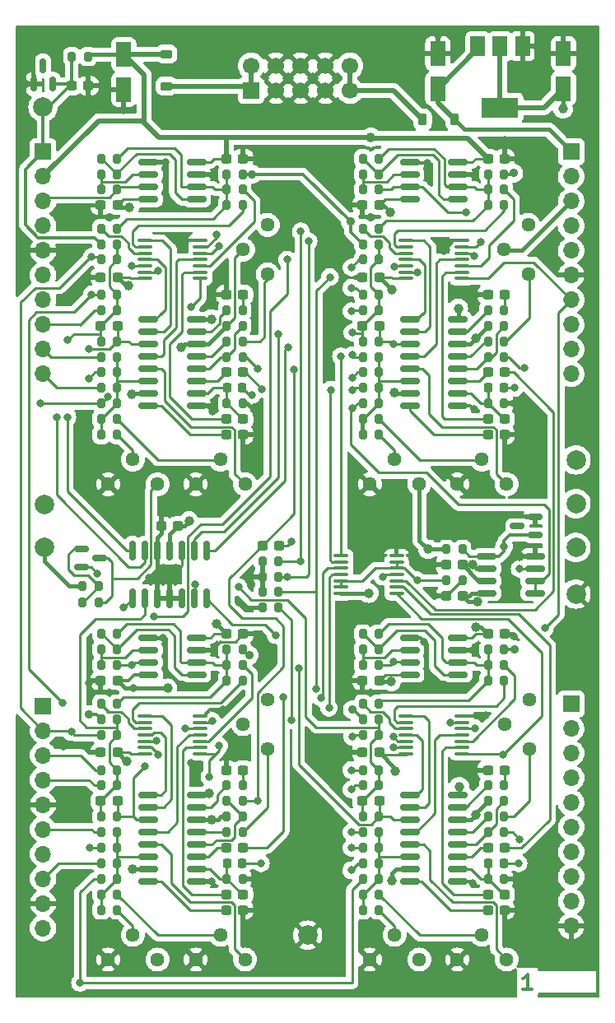
<source format=gbr>
%TF.GenerationSoftware,KiCad,Pcbnew,7.0.7*%
%TF.CreationDate,2023-08-17T15:14:33+01:00*%
%TF.ProjectId,Quadraphone_Components,51756164-7261-4706-986f-6e655f436f6d,rev?*%
%TF.SameCoordinates,Original*%
%TF.FileFunction,Copper,L1,Top*%
%TF.FilePolarity,Positive*%
%FSLAX46Y46*%
G04 Gerber Fmt 4.6, Leading zero omitted, Abs format (unit mm)*
G04 Created by KiCad (PCBNEW 7.0.7) date 2023-08-17 15:14:33*
%MOMM*%
%LPD*%
G01*
G04 APERTURE LIST*
G04 Aperture macros list*
%AMRoundRect*
0 Rectangle with rounded corners*
0 $1 Rounding radius*
0 $2 $3 $4 $5 $6 $7 $8 $9 X,Y pos of 4 corners*
0 Add a 4 corners polygon primitive as box body*
4,1,4,$2,$3,$4,$5,$6,$7,$8,$9,$2,$3,0*
0 Add four circle primitives for the rounded corners*
1,1,$1+$1,$2,$3*
1,1,$1+$1,$4,$5*
1,1,$1+$1,$6,$7*
1,1,$1+$1,$8,$9*
0 Add four rect primitives between the rounded corners*
20,1,$1+$1,$2,$3,$4,$5,0*
20,1,$1+$1,$4,$5,$6,$7,0*
20,1,$1+$1,$6,$7,$8,$9,0*
20,1,$1+$1,$8,$9,$2,$3,0*%
G04 Aperture macros list end*
%ADD10C,0.300000*%
%TA.AperFunction,NonConductor*%
%ADD11C,0.300000*%
%TD*%
%TA.AperFunction,SMDPad,CuDef*%
%ADD12RoundRect,0.237500X0.300000X0.237500X-0.300000X0.237500X-0.300000X-0.237500X0.300000X-0.237500X0*%
%TD*%
%TA.AperFunction,ComponentPad*%
%ADD13C,2.000000*%
%TD*%
%TA.AperFunction,ComponentPad*%
%ADD14C,1.440000*%
%TD*%
%TA.AperFunction,SMDPad,CuDef*%
%ADD15RoundRect,0.218750X-0.218750X-0.256250X0.218750X-0.256250X0.218750X0.256250X-0.218750X0.256250X0*%
%TD*%
%TA.AperFunction,SMDPad,CuDef*%
%ADD16RoundRect,0.200000X-0.200000X-0.275000X0.200000X-0.275000X0.200000X0.275000X-0.200000X0.275000X0*%
%TD*%
%TA.AperFunction,SMDPad,CuDef*%
%ADD17RoundRect,0.237500X-0.300000X-0.237500X0.300000X-0.237500X0.300000X0.237500X-0.300000X0.237500X0*%
%TD*%
%TA.AperFunction,SMDPad,CuDef*%
%ADD18RoundRect,0.200000X0.200000X0.275000X-0.200000X0.275000X-0.200000X-0.275000X0.200000X-0.275000X0*%
%TD*%
%TA.AperFunction,SMDPad,CuDef*%
%ADD19RoundRect,0.150000X0.825000X0.150000X-0.825000X0.150000X-0.825000X-0.150000X0.825000X-0.150000X0*%
%TD*%
%TA.AperFunction,SMDPad,CuDef*%
%ADD20RoundRect,0.150000X0.587500X0.150000X-0.587500X0.150000X-0.587500X-0.150000X0.587500X-0.150000X0*%
%TD*%
%TA.AperFunction,SMDPad,CuDef*%
%ADD21RoundRect,0.150000X-0.150000X0.825000X-0.150000X-0.825000X0.150000X-0.825000X0.150000X0.825000X0*%
%TD*%
%TA.AperFunction,SMDPad,CuDef*%
%ADD22RoundRect,0.100000X0.637500X0.100000X-0.637500X0.100000X-0.637500X-0.100000X0.637500X-0.100000X0*%
%TD*%
%TA.AperFunction,SMDPad,CuDef*%
%ADD23RoundRect,0.250000X0.550000X-1.050000X0.550000X1.050000X-0.550000X1.050000X-0.550000X-1.050000X0*%
%TD*%
%TA.AperFunction,SMDPad,CuDef*%
%ADD24RoundRect,0.150000X-0.587500X-0.150000X0.587500X-0.150000X0.587500X0.150000X-0.587500X0.150000X0*%
%TD*%
%TA.AperFunction,SMDPad,CuDef*%
%ADD25RoundRect,0.225000X0.375000X-0.225000X0.375000X0.225000X-0.375000X0.225000X-0.375000X-0.225000X0*%
%TD*%
%TA.AperFunction,SMDPad,CuDef*%
%ADD26RoundRect,0.225000X0.225000X0.375000X-0.225000X0.375000X-0.225000X-0.375000X0.225000X-0.375000X0*%
%TD*%
%TA.AperFunction,SMDPad,CuDef*%
%ADD27RoundRect,0.150000X-0.825000X-0.150000X0.825000X-0.150000X0.825000X0.150000X-0.825000X0.150000X0*%
%TD*%
%TA.AperFunction,SMDPad,CuDef*%
%ADD28RoundRect,0.150000X0.150000X-0.587500X0.150000X0.587500X-0.150000X0.587500X-0.150000X-0.587500X0*%
%TD*%
%TA.AperFunction,ComponentPad*%
%ADD29R,1.700000X1.700000*%
%TD*%
%TA.AperFunction,ComponentPad*%
%ADD30C,1.700000*%
%TD*%
%TA.AperFunction,SMDPad,CuDef*%
%ADD31R,1.500000X2.000000*%
%TD*%
%TA.AperFunction,SMDPad,CuDef*%
%ADD32R,3.800000X2.000000*%
%TD*%
%TA.AperFunction,ComponentPad*%
%ADD33O,1.700000X1.700000*%
%TD*%
%TA.AperFunction,ViaPad*%
%ADD34C,0.800000*%
%TD*%
%TA.AperFunction,ViaPad*%
%ADD35C,1.000000*%
%TD*%
%TA.AperFunction,ViaPad*%
%ADD36C,0.900000*%
%TD*%
%TA.AperFunction,Conductor*%
%ADD37C,0.400000*%
%TD*%
%TA.AperFunction,Conductor*%
%ADD38C,0.250000*%
%TD*%
%TA.AperFunction,Conductor*%
%ADD39C,0.300000*%
%TD*%
%TA.AperFunction,Conductor*%
%ADD40C,0.500000*%
%TD*%
G04 APERTURE END LIST*
D10*
D11*
X103028572Y-149128328D02*
X102171429Y-149128328D01*
X102600000Y-149128328D02*
X102600000Y-147628328D01*
X102600000Y-147628328D02*
X102457143Y-147842614D01*
X102457143Y-147842614D02*
X102314286Y-147985471D01*
X102314286Y-147985471D02*
X102171429Y-148056900D01*
D12*
%TO.P,C40,1*%
%TO.N,+12V*%
X87362500Y-117400000D03*
%TO.P,C40,2*%
%TO.N,GND*%
X85637500Y-117400000D03*
%TD*%
D13*
%TO.P,TP6,1,1*%
%TO.N,-5V*%
X52800000Y-58400000D03*
%TD*%
D14*
%TO.P,HF_Track_Trim3,1,1*%
%TO.N,GND*%
X68500000Y-146100000D03*
%TO.P,HF_Track_Trim3,2,2*%
%TO.N,Net-(HF_Track_Trim3-Pad2)*%
X71040000Y-143560000D03*
%TO.P,HF_Track_Trim3,3,3*%
%TO.N,/OSCVoice3/HF_Track*%
X73580000Y-146100000D03*
%TD*%
D15*
%TO.P,D3,1,K*%
%TO.N,Net-(D3-K)*%
X71712500Y-87300000D03*
%TO.P,D3,2,A*%
%TO.N,/Start_Pulse*%
X73287500Y-87300000D03*
%TD*%
D16*
%TO.P,R2,1*%
%TO.N,GND*%
X75375000Y-106700000D03*
%TO.P,R2,2*%
%TO.N,/TRIANGLE_SW*%
X77025000Y-106700000D03*
%TD*%
D12*
%TO.P,C31,1*%
%TO.N,GND*%
X73362500Y-141000000D03*
%TO.P,C31,2*%
%TO.N,Net-(U22-TCAP)*%
X71637500Y-141000000D03*
%TD*%
D14*
%TO.P,HF_Track_Trim1,1,1*%
%TO.N,GND*%
X68500000Y-97200000D03*
%TO.P,HF_Track_Trim1,2,2*%
%TO.N,Net-(HF_Track_Trim1-Pad2)*%
X71040000Y-94660000D03*
%TO.P,HF_Track_Trim1,3,3*%
%TO.N,/OSCVoice1/HF_Track*%
X73580000Y-97200000D03*
%TD*%
D12*
%TO.P,C4,1*%
%TO.N,Net-(C4-Pad1)*%
X73362500Y-77700000D03*
%TO.P,C4,2*%
%TO.N,GND*%
X71637500Y-77700000D03*
%TD*%
D17*
%TO.P,C16,1*%
%TO.N,Net-(U12-SOFT_SYNC)*%
X98537500Y-85700000D03*
%TO.P,C16,2*%
%TO.N,/OSCVoice2/Soft_Synch*%
X100262500Y-85700000D03*
%TD*%
D18*
%TO.P,R82,1*%
%TO.N,/OSCVoice3/PWM_Control*%
X60425000Y-131400000D03*
%TO.P,R82,2*%
%TO.N,/OSCVoice3/PWM_Opamp_Mix*%
X58775000Y-131400000D03*
%TD*%
D14*
%TO.P,Base_Freq_Trim4,1,1*%
%TO.N,GND*%
X86400000Y-146100000D03*
%TO.P,Base_Freq_Trim4,2,2*%
%TO.N,Net-(Base_Freq_Trim4-Pad2)*%
X88940000Y-143560000D03*
%TO.P,Base_Freq_Trim4,3,3*%
%TO.N,+5V*%
X91480000Y-146100000D03*
%TD*%
D16*
%TO.P,R8,1*%
%TO.N,Net-(U9-EXPO_SCALE)*%
X71675000Y-82500000D03*
%TO.P,R8,2*%
%TO.N,Net-(Expo_Trim1-Pad1)*%
X73325000Y-82500000D03*
%TD*%
D14*
%TO.P,Expo_Trim2,1*%
%TO.N,Net-(Expo_Trim2-Pad1)*%
X102700000Y-75600000D03*
%TO.P,Expo_Trim2,2*%
%TO.N,+2V5*%
X100160000Y-73060000D03*
%TO.P,Expo_Trim2,3*%
%TO.N,N/C*%
X102700000Y-70520000D03*
%TD*%
D18*
%TO.P,R95,1*%
%TO.N,/OSCVoice3/Op_Amp_Mix*%
X60425000Y-119800000D03*
%TO.P,R95,2*%
%TO.N,/OSCVoice3/Saw_Mix*%
X58775000Y-119800000D03*
%TD*%
%TO.P,R43,1*%
%TO.N,Net-(Base_Freq_Trim2-Pad2)*%
X87325000Y-92100000D03*
%TO.P,R43,2*%
%TO.N,/OSCVoice2/Expo_Freq*%
X85675000Y-92100000D03*
%TD*%
%TO.P,R4,1*%
%TO.N,GND*%
X95925000Y-107100000D03*
%TO.P,R4,2*%
%TO.N,/SOFT_SYNCH_SW*%
X94275000Y-107100000D03*
%TD*%
%TO.P,R13,1*%
%TO.N,/OSCVoice4/PWM_Opamp_Mix*%
X87325000Y-128200000D03*
%TO.P,R13,2*%
%TO.N,/PWM_CV4*%
X85675000Y-128200000D03*
%TD*%
D19*
%TO.P,U18,1*%
%TO.N,/OSCVoice4/MIX_1*%
X95475000Y-116805000D03*
%TO.P,U18,2,-*%
%TO.N,/OSCVoice4/Op_Amp_Mix*%
X95475000Y-115535000D03*
%TO.P,U18,3,+*%
%TO.N,GND*%
X95475000Y-114265000D03*
%TO.P,U18,4,V-*%
%TO.N,-12V*%
X95475000Y-112995000D03*
%TO.P,U18,5,+*%
%TO.N,GND*%
X90525000Y-112995000D03*
%TO.P,U18,6,-*%
%TO.N,Net-(U18B--)*%
X90525000Y-114265000D03*
%TO.P,U18,7*%
%TO.N,/MIX_OUT4*%
X90525000Y-115535000D03*
%TO.P,U18,8,V+*%
%TO.N,+12V*%
X90525000Y-116805000D03*
%TD*%
D20*
%TO.P,U14,1,K*%
%TO.N,/2.5V_Test*%
X103437500Y-102450000D03*
%TO.P,U14,2,A*%
%TO.N,GND*%
X103437500Y-100550000D03*
%TO.P,U14,3*%
%TO.N,N/C*%
X101562500Y-101500000D03*
%TD*%
D12*
%TO.P,C9,1*%
%TO.N,/LIN_FREQ_IN*%
X77062500Y-103500000D03*
%TO.P,C9,2*%
%TO.N,/Linear_Frequency*%
X75337500Y-103500000D03*
%TD*%
D13*
%TO.P,TP7,1,1*%
%TO.N,-12V*%
X52900000Y-103700000D03*
%TD*%
D21*
%TO.P,U5,1*%
%TO.N,/OSCVoice2/PWM_Control*%
X69610000Y-104025000D03*
%TO.P,U5,2,-*%
%TO.N,/OSCVoice2/PWM_Opamp_Mix*%
X68340000Y-104025000D03*
%TO.P,U5,3,+*%
%TO.N,GND*%
X67070000Y-104025000D03*
%TO.P,U5,4,V+*%
%TO.N,+2V5*%
X65800000Y-104025000D03*
%TO.P,U5,5,+*%
%TO.N,GND*%
X64530000Y-104025000D03*
%TO.P,U5,6,-*%
%TO.N,/OSCVoice1/PWM_Opamp_Mix*%
X63260000Y-104025000D03*
%TO.P,U5,7*%
%TO.N,/OSCVoice1/PWM_Control*%
X61990000Y-104025000D03*
%TO.P,U5,8*%
%TO.N,/OSCVoice3/PWM_Control*%
X61990000Y-108975000D03*
%TO.P,U5,9,-*%
%TO.N,/OSCVoice3/PWM_Opamp_Mix*%
X63260000Y-108975000D03*
%TO.P,U5,10,+*%
%TO.N,GND*%
X64530000Y-108975000D03*
%TO.P,U5,11,V-*%
X65800000Y-108975000D03*
%TO.P,U5,12,+*%
X67070000Y-108975000D03*
%TO.P,U5,13,-*%
%TO.N,/OSCVoice4/PWM_Opamp_Mix*%
X68340000Y-108975000D03*
%TO.P,U5,14*%
%TO.N,/OSCVoice4/PWM_Control*%
X69610000Y-108975000D03*
%TD*%
D19*
%TO.P,U3,1*%
%TO.N,/Oct_Buff*%
X103375000Y-108405000D03*
%TO.P,U3,2,-*%
X103375000Y-107135000D03*
%TO.P,U3,3,+*%
%TO.N,/OCT_TUNE*%
X103375000Y-105865000D03*
%TO.P,U3,4,V-*%
%TO.N,GND*%
X103375000Y-104595000D03*
%TO.P,U3,5,+*%
%TO.N,/2.5V_Test*%
X98425000Y-104595000D03*
%TO.P,U3,6,-*%
%TO.N,+2V5*%
X98425000Y-105865000D03*
%TO.P,U3,7*%
X98425000Y-107135000D03*
%TO.P,U3,8,V+*%
%TO.N,+5V*%
X98425000Y-108405000D03*
%TD*%
D16*
%TO.P,R39,1*%
%TO.N,/FINE_TUNE*%
X85675000Y-85700000D03*
%TO.P,R39,2*%
%TO.N,/OSCVoice2/Expo_Freq*%
X87325000Y-85700000D03*
%TD*%
%TO.P,R22,1*%
%TO.N,/Oct_Buff*%
X58775000Y-88900000D03*
%TO.P,R22,2*%
%TO.N,/OSCVoice1/Expo_Freq*%
X60425000Y-88900000D03*
%TD*%
%TO.P,R64,1*%
%TO.N,/Oct_Buff*%
X85675000Y-137800000D03*
%TO.P,R64,2*%
%TO.N,/OSCVoice4/Expo_Freq*%
X87325000Y-137800000D03*
%TD*%
D12*
%TO.P,C33,1*%
%TO.N,+5V*%
X60462500Y-75900000D03*
%TO.P,C33,2*%
%TO.N,GND*%
X58737500Y-75900000D03*
%TD*%
D18*
%TO.P,R9,1*%
%TO.N,GND*%
X73325000Y-88900000D03*
%TO.P,R9,2*%
%TO.N,Net-(D3-K)*%
X71675000Y-88900000D03*
%TD*%
D16*
%TO.P,R44,1*%
%TO.N,/OSCVoice2/Op_Amp_Mix*%
X98575000Y-66900000D03*
%TO.P,R44,2*%
%TO.N,/OSCVoice2/Triangle_Mix*%
X100225000Y-66900000D03*
%TD*%
D18*
%TO.P,R11,1*%
%TO.N,/OSCVoice1/PWM_Opamp_Mix*%
X60425000Y-72500000D03*
%TO.P,R11,2*%
%TO.N,-5V*%
X58775000Y-72500000D03*
%TD*%
D15*
%TO.P,D5,1,K*%
%TO.N,Net-(D5-K)*%
X98612500Y-136200000D03*
%TO.P,D5,2,A*%
%TO.N,/Start_Pulse*%
X100187500Y-136200000D03*
%TD*%
D22*
%TO.P,U15,1*%
%TO.N,/SYNCH_SIGNAL3*%
X68962500Y-124950000D03*
%TO.P,U15,2*%
%TO.N,/OSCVoice3/Hard_Synch*%
X68962500Y-124300000D03*
%TO.P,U15,3*%
%TO.N,/OSCVoice3/Triangle_Mix*%
X68962500Y-123650000D03*
%TO.P,U15,4*%
%TO.N,/OSCVoice3/Triangle_Out*%
X68962500Y-123000000D03*
%TO.P,U15,5*%
%TO.N,/TRIANGLE_SW*%
X68962500Y-122350000D03*
%TO.P,U15,6*%
%TO.N,/PULSE_SW*%
X68962500Y-121700000D03*
%TO.P,U15,7,VSS*%
%TO.N,GND*%
X68962500Y-121050000D03*
%TO.P,U15,8*%
%TO.N,/OSCVoice3/Pulse_Out*%
X63237500Y-121050000D03*
%TO.P,U15,9*%
%TO.N,/OSCVoice3/Pulse_Mix*%
X63237500Y-121700000D03*
%TO.P,U15,10*%
%TO.N,/OSCVoice3/Saw_Mix*%
X63237500Y-122350000D03*
%TO.P,U15,11*%
%TO.N,/OSCVoice3/Saw_Out*%
X63237500Y-123000000D03*
%TO.P,U15,12*%
%TO.N,/SAW_SW*%
X63237500Y-123650000D03*
%TO.P,U15,13*%
%TO.N,/HARD_SYNCH_SW*%
X63237500Y-124300000D03*
%TO.P,U15,14,VDD*%
%TO.N,+5V*%
X63237500Y-124950000D03*
%TD*%
D14*
%TO.P,Base_Freq_Trim1,1,1*%
%TO.N,GND*%
X59500000Y-97200000D03*
%TO.P,Base_Freq_Trim1,2,2*%
%TO.N,Net-(Base_Freq_Trim1-Pad2)*%
X62040000Y-94660000D03*
%TO.P,Base_Freq_Trim1,3,3*%
%TO.N,+5V*%
X64580000Y-97200000D03*
%TD*%
D16*
%TO.P,R21,1*%
%TO.N,/OSCVoice1/MIX_1*%
X58775000Y-63700000D03*
%TO.P,R21,2*%
%TO.N,/OSCVoice1/Op_Amp_Mix*%
X60425000Y-63700000D03*
%TD*%
D23*
%TO.P,C11,1*%
%TO.N,+12V*%
X93400000Y-56500000D03*
%TO.P,C11,2*%
%TO.N,GND*%
X93400000Y-52900000D03*
%TD*%
D16*
%TO.P,R29,1*%
%TO.N,Net-(U10B--)*%
X58775000Y-65300000D03*
%TO.P,R29,2*%
%TO.N,/OSCVoice1/MIX_1*%
X60425000Y-65300000D03*
%TD*%
%TO.P,R91,1*%
%TO.N,/OSCVoice3/Op_Amp_Mix*%
X71675000Y-117400000D03*
%TO.P,R91,2*%
%TO.N,/OSCVoice3/Pulse_Mix*%
X73325000Y-117400000D03*
%TD*%
D14*
%TO.P,Expo_Trim3,1*%
%TO.N,Net-(Expo_Trim3-Pad1)*%
X75900000Y-124425000D03*
%TO.P,Expo_Trim3,2*%
%TO.N,+2V5*%
X73360000Y-121885000D03*
%TO.P,Expo_Trim3,3*%
%TO.N,N/C*%
X75900000Y-119345000D03*
%TD*%
D17*
%TO.P,C22,1*%
%TO.N,Net-(U17-SOFT_SYNC)*%
X98537500Y-134600000D03*
%TO.P,C22,2*%
%TO.N,/OSCVoice4/Soft_Synch*%
X100262500Y-134600000D03*
%TD*%
D18*
%TO.P,R77,1*%
%TO.N,/OSCVoice3/PWM_Opamp_Mix*%
X60425000Y-121400000D03*
%TO.P,R77,2*%
%TO.N,-5V*%
X58775000Y-121400000D03*
%TD*%
D16*
%TO.P,R34,1*%
%TO.N,/FREQ_MOD2*%
X85675000Y-87300000D03*
%TO.P,R34,2*%
%TO.N,/OSCVoice2/Expo_Freq*%
X87325000Y-87300000D03*
%TD*%
%TO.P,R18,1*%
%TO.N,/FREQ_MOD1*%
X58775000Y-87300000D03*
%TO.P,R18,2*%
%TO.N,/OSCVoice1/Expo_Freq*%
X60425000Y-87300000D03*
%TD*%
%TO.P,R92,1*%
%TO.N,/OSCVoice3/MIX_1*%
X58775000Y-112600000D03*
%TO.P,R92,2*%
%TO.N,/OSCVoice3/Op_Amp_Mix*%
X60425000Y-112600000D03*
%TD*%
D19*
%TO.P,U13,1*%
%TO.N,/OSCVoice2/MIX_1*%
X95475000Y-67905000D03*
%TO.P,U13,2,-*%
%TO.N,/OSCVoice2/Op_Amp_Mix*%
X95475000Y-66635000D03*
%TO.P,U13,3,+*%
%TO.N,GND*%
X95475000Y-65365000D03*
%TO.P,U13,4,V-*%
%TO.N,-12V*%
X95475000Y-64095000D03*
%TO.P,U13,5,+*%
%TO.N,GND*%
X90525000Y-64095000D03*
%TO.P,U13,6,-*%
%TO.N,Net-(U13B--)*%
X90525000Y-65365000D03*
%TO.P,U13,7*%
%TO.N,/MIX_OUT2*%
X90525000Y-66635000D03*
%TO.P,U13,8,V+*%
%TO.N,+12V*%
X90525000Y-67905000D03*
%TD*%
D12*
%TO.P,C35,1*%
%TO.N,+5V*%
X87362500Y-75900000D03*
%TO.P,C35,2*%
%TO.N,GND*%
X85637500Y-75900000D03*
%TD*%
D17*
%TO.P,C24,1*%
%TO.N,-12V*%
X98537500Y-112600000D03*
%TO.P,C24,2*%
%TO.N,GND*%
X100262500Y-112600000D03*
%TD*%
D16*
%TO.P,R7,1*%
%TO.N,+5V*%
X94275000Y-103900000D03*
%TO.P,R7,2*%
%TO.N,/2.5V_Test*%
X95925000Y-103900000D03*
%TD*%
D18*
%TO.P,R35,1*%
%TO.N,/OSCVoice2/PWM_Opamp_Mix*%
X87325000Y-77700000D03*
%TO.P,R35,2*%
%TO.N,/PWM_POT*%
X85675000Y-77700000D03*
%TD*%
D12*
%TO.P,C29,1*%
%TO.N,Net-(D6-K)*%
X73362500Y-139400000D03*
%TO.P,C29,2*%
%TO.N,/OSCVoice3/Hard_Synch*%
X71637500Y-139400000D03*
%TD*%
%TO.P,C19,1*%
%TO.N,GND*%
X100262500Y-92100000D03*
%TO.P,C19,2*%
%TO.N,Net-(U12-TCAP)*%
X98537500Y-92100000D03*
%TD*%
D16*
%TO.P,R73,1*%
%TO.N,/OSCVoice4/Op_Amp_Mix*%
X98575000Y-114200000D03*
%TO.P,R73,2*%
%TO.N,-5V*%
X100225000Y-114200000D03*
%TD*%
D13*
%TO.P,TP5,1,1*%
%TO.N,GND*%
X107600000Y-108500000D03*
%TD*%
D19*
%TO.P,U16,1*%
%TO.N,/OSCVoice3/MIX_1*%
X68575000Y-116805000D03*
%TO.P,U16,2,-*%
%TO.N,/OSCVoice3/Op_Amp_Mix*%
X68575000Y-115535000D03*
%TO.P,U16,3,+*%
%TO.N,GND*%
X68575000Y-114265000D03*
%TO.P,U16,4,V-*%
%TO.N,-12V*%
X68575000Y-112995000D03*
%TO.P,U16,5,+*%
%TO.N,GND*%
X63625000Y-112995000D03*
%TO.P,U16,6,-*%
%TO.N,Net-(U16B--)*%
X63625000Y-114265000D03*
%TO.P,U16,7*%
%TO.N,/MIX_OUT3*%
X63625000Y-115535000D03*
%TO.P,U16,8,V+*%
%TO.N,+12V*%
X63625000Y-116805000D03*
%TD*%
D18*
%TO.P,R31,1*%
%TO.N,/OSCVoice2/PWM_Opamp_Mix*%
X87325000Y-72500000D03*
%TO.P,R31,2*%
%TO.N,-5V*%
X85675000Y-72500000D03*
%TD*%
D14*
%TO.P,Expo_Trim4,1*%
%TO.N,Net-(Expo_Trim4-Pad1)*%
X102800000Y-124425000D03*
%TO.P,Expo_Trim4,2*%
%TO.N,+2V5*%
X100260000Y-121885000D03*
%TO.P,Expo_Trim4,3*%
%TO.N,N/C*%
X102800000Y-119345000D03*
%TD*%
D18*
%TO.P,R75,1*%
%TO.N,/OSCVoice4/Linear_Frequency*%
X100225000Y-129800000D03*
%TO.P,R75,2*%
%TO.N,+2V5*%
X98575000Y-129800000D03*
%TD*%
%TO.P,R94,1*%
%TO.N,Net-(HF_Track_Trim3-Pad2)*%
X60425000Y-139400000D03*
%TO.P,R94,2*%
%TO.N,/OSCVoice3/Expo_Freq*%
X58775000Y-139400000D03*
%TD*%
%TO.P,R76,1*%
%TO.N,/Linear_Frequency*%
X100225000Y-133000000D03*
%TO.P,R76,2*%
%TO.N,/OSCVoice4/Linear_Frequency*%
X98575000Y-133000000D03*
%TD*%
D12*
%TO.P,C6,1*%
%TO.N,Net-(D3-K)*%
X73362500Y-90500000D03*
%TO.P,C6,2*%
%TO.N,/OSCVoice1/Hard_Synch*%
X71637500Y-90500000D03*
%TD*%
D18*
%TO.P,R24,1*%
%TO.N,/OSCVoice1/Linear_Frequency*%
X73325000Y-80900000D03*
%TO.P,R24,2*%
%TO.N,+2V5*%
X71675000Y-80900000D03*
%TD*%
D16*
%TO.P,R32,1*%
%TO.N,/V_PER_OCT2*%
X85675000Y-84100000D03*
%TO.P,R32,2*%
%TO.N,/OSCVoice2/Expo_Freq*%
X87325000Y-84100000D03*
%TD*%
D18*
%TO.P,R63,1*%
%TO.N,/OSCVoice4/PWM_Opamp_Mix*%
X87325000Y-123000000D03*
%TO.P,R63,2*%
%TO.N,/PWM_CV*%
X85675000Y-123000000D03*
%TD*%
D17*
%TO.P,C26,1*%
%TO.N,/OSCVoice3/PWM_Opamp_Mix*%
X58737500Y-129800000D03*
%TO.P,C26,2*%
%TO.N,/OSCVoice3/PWM_Control*%
X60462500Y-129800000D03*
%TD*%
D12*
%TO.P,C25,1*%
%TO.N,GND*%
X100262500Y-141000000D03*
%TO.P,C25,2*%
%TO.N,Net-(U17-TCAP)*%
X98537500Y-141000000D03*
%TD*%
D16*
%TO.P,R74,1*%
%TO.N,Net-(U18B--)*%
X85675000Y-114200000D03*
%TO.P,R74,2*%
%TO.N,/OSCVoice4/MIX_1*%
X87325000Y-114200000D03*
%TD*%
D22*
%TO.P,U11,1*%
%TO.N,/SYNCH_SIGNAL4*%
X95862500Y-124950000D03*
%TO.P,U11,2*%
%TO.N,/OSCVoice4/Hard_Synch*%
X95862500Y-124300000D03*
%TO.P,U11,3*%
%TO.N,/OSCVoice4/Triangle_Mix*%
X95862500Y-123650000D03*
%TO.P,U11,4*%
%TO.N,/OSCVoice4/Triangle_Out*%
X95862500Y-123000000D03*
%TO.P,U11,5*%
%TO.N,/TRIANGLE_SW*%
X95862500Y-122350000D03*
%TO.P,U11,6*%
%TO.N,/PULSE_SW*%
X95862500Y-121700000D03*
%TO.P,U11,7,VSS*%
%TO.N,GND*%
X95862500Y-121050000D03*
%TO.P,U11,8*%
%TO.N,/OSCVoice4/Pulse_Out*%
X90137500Y-121050000D03*
%TO.P,U11,9*%
%TO.N,/OSCVoice4/Pulse_Mix*%
X90137500Y-121700000D03*
%TO.P,U11,10*%
%TO.N,/OSCVoice4/Saw_Mix*%
X90137500Y-122350000D03*
%TO.P,U11,11*%
%TO.N,/OSCVoice4/Saw_Out*%
X90137500Y-123000000D03*
%TO.P,U11,12*%
%TO.N,/SAW_SW*%
X90137500Y-123650000D03*
%TO.P,U11,13*%
%TO.N,/HARD_SYNCH_SW*%
X90137500Y-124300000D03*
%TO.P,U11,14,VDD*%
%TO.N,+5V*%
X90137500Y-124950000D03*
%TD*%
D18*
%TO.P,R66,1*%
%TO.N,Net-(Base_Freq_Trim4-Pad2)*%
X87325000Y-141000000D03*
%TO.P,R66,2*%
%TO.N,/OSCVoice4/Expo_Freq*%
X85675000Y-141000000D03*
%TD*%
%TO.P,R89,1*%
%TO.N,Net-(Base_Freq_Trim3-Pad2)*%
X60425000Y-141000000D03*
%TO.P,R89,2*%
%TO.N,/OSCVoice3/Expo_Freq*%
X58775000Y-141000000D03*
%TD*%
D12*
%TO.P,C27,1*%
%TO.N,Net-(C27-Pad1)*%
X73362500Y-126600000D03*
%TO.P,C27,2*%
%TO.N,GND*%
X71637500Y-126600000D03*
%TD*%
D16*
%TO.P,R68,1*%
%TO.N,/OSCVoice4/Op_Amp_Mix*%
X98575000Y-117400000D03*
%TO.P,R68,2*%
%TO.N,/OSCVoice4/Pulse_Mix*%
X100225000Y-117400000D03*
%TD*%
%TO.P,R90,1*%
%TO.N,/OSCVoice3/Op_Amp_Mix*%
X71675000Y-115800000D03*
%TO.P,R90,2*%
%TO.N,/OSCVoice3/Triangle_Mix*%
X73325000Y-115800000D03*
%TD*%
%TO.P,R17,1*%
%TO.N,/FINE_TUNE*%
X58775000Y-85700000D03*
%TO.P,R17,2*%
%TO.N,/OSCVoice1/Expo_Freq*%
X60425000Y-85700000D03*
%TD*%
D23*
%TO.P,C12,1*%
%TO.N,GND*%
X61100000Y-56600000D03*
%TO.P,C12,2*%
%TO.N,-12V*%
X61100000Y-53000000D03*
%TD*%
D16*
%TO.P,R87,1*%
%TO.N,/Oct_Buff*%
X58775000Y-137800000D03*
%TO.P,R87,2*%
%TO.N,/OSCVoice3/Expo_Freq*%
X60425000Y-137800000D03*
%TD*%
D12*
%TO.P,C36,1*%
%TO.N,+12V*%
X87362500Y-68500000D03*
%TO.P,C36,2*%
%TO.N,GND*%
X85637500Y-68500000D03*
%TD*%
%TO.P,C15,1*%
%TO.N,Net-(C15-Pad1)*%
X100262500Y-77700000D03*
%TO.P,C15,2*%
%TO.N,GND*%
X98537500Y-77700000D03*
%TD*%
D16*
%TO.P,R62,1*%
%TO.N,/FINE_TUNE*%
X85675000Y-134600000D03*
%TO.P,R62,2*%
%TO.N,/OSCVoice4/Expo_Freq*%
X87325000Y-134600000D03*
%TD*%
D12*
%TO.P,C21,1*%
%TO.N,Net-(C21-Pad1)*%
X100262500Y-126600000D03*
%TO.P,C21,2*%
%TO.N,GND*%
X98537500Y-126600000D03*
%TD*%
D13*
%TO.P,TP8,1,1*%
%TO.N,/2.5V_Test*%
X107600000Y-103700000D03*
%TD*%
D18*
%TO.P,R52,1*%
%TO.N,/OSCVoice2/Linear_Frequency*%
X100225000Y-80900000D03*
%TO.P,R52,2*%
%TO.N,+2V5*%
X98575000Y-80900000D03*
%TD*%
%TO.P,R23,1*%
%TO.N,Net-(Base_Freq_Trim1-Pad2)*%
X60425000Y-92100000D03*
%TO.P,R23,2*%
%TO.N,/OSCVoice1/Expo_Freq*%
X58775000Y-92100000D03*
%TD*%
D13*
%TO.P,TP2,1,1*%
%TO.N,+5V*%
X107600000Y-94700000D03*
%TD*%
D12*
%TO.P,C1,1*%
%TO.N,+5V*%
X95962500Y-108700000D03*
%TO.P,C1,2*%
%TO.N,GND*%
X94237500Y-108700000D03*
%TD*%
%TO.P,C8,1*%
%TO.N,GND*%
X73362500Y-92100000D03*
%TO.P,C8,2*%
%TO.N,Net-(U9-TCAP)*%
X71637500Y-92100000D03*
%TD*%
%TO.P,C39,1*%
%TO.N,+5V*%
X87362500Y-124800000D03*
%TO.P,C39,2*%
%TO.N,GND*%
X85637500Y-124800000D03*
%TD*%
D13*
%TO.P,TP4,1,1*%
%TO.N,GND*%
X80000000Y-143600000D03*
%TD*%
D18*
%TO.P,R47,1*%
%TO.N,/MIX_OUT2*%
X87325000Y-66900000D03*
%TO.P,R47,2*%
%TO.N,Net-(U13B--)*%
X85675000Y-66900000D03*
%TD*%
D24*
%TO.P,Q1,1,B*%
%TO.N,Net-(Q1-B)*%
X56762500Y-103850000D03*
%TO.P,Q1,2,E*%
%TO.N,/Start_Pulse*%
X56762500Y-105750000D03*
%TO.P,Q1,3,C*%
%TO.N,+5V*%
X58637500Y-104800000D03*
%TD*%
D25*
%TO.P,D2,1,K*%
%TO.N,/-12V_IN*%
X65500000Y-56250000D03*
%TO.P,D2,2,A*%
%TO.N,-12V*%
X65500000Y-52950000D03*
%TD*%
D14*
%TO.P,Base_Freq_Trim2,1,1*%
%TO.N,GND*%
X86400000Y-97200000D03*
%TO.P,Base_Freq_Trim2,2,2*%
%TO.N,Net-(Base_Freq_Trim2-Pad2)*%
X88940000Y-94660000D03*
%TO.P,Base_Freq_Trim2,3,3*%
%TO.N,+5V*%
X91480000Y-97200000D03*
%TD*%
D16*
%TO.P,R38,1*%
%TO.N,Net-(U12-EXPO_SCALE)*%
X98575000Y-82500000D03*
%TO.P,R38,2*%
%TO.N,Net-(Expo_Trim2-Pad1)*%
X100225000Y-82500000D03*
%TD*%
D22*
%TO.P,U7,1*%
%TO.N,/SYNCH_SIGNAL2*%
X95862500Y-76050000D03*
%TO.P,U7,2*%
%TO.N,/OSCVoice2/Hard_Synch*%
X95862500Y-75400000D03*
%TO.P,U7,3*%
%TO.N,/OSCVoice2/Triangle_Mix*%
X95862500Y-74750000D03*
%TO.P,U7,4*%
%TO.N,/OSCVoice2/Triangle_Out*%
X95862500Y-74100000D03*
%TO.P,U7,5*%
%TO.N,/TRIANGLE_SW*%
X95862500Y-73450000D03*
%TO.P,U7,6*%
%TO.N,/PULSE_SW*%
X95862500Y-72800000D03*
%TO.P,U7,7,VSS*%
%TO.N,GND*%
X95862500Y-72150000D03*
%TO.P,U7,8*%
%TO.N,/OSCVoice2/Pulse_Out*%
X90137500Y-72150000D03*
%TO.P,U7,9*%
%TO.N,/OSCVoice2/Pulse_Mix*%
X90137500Y-72800000D03*
%TO.P,U7,10*%
%TO.N,/OSCVoice2/Saw_Mix*%
X90137500Y-73450000D03*
%TO.P,U7,11*%
%TO.N,/OSCVoice2/Saw_Out*%
X90137500Y-74100000D03*
%TO.P,U7,12*%
%TO.N,/SAW_SW*%
X90137500Y-74750000D03*
%TO.P,U7,13*%
%TO.N,/HARD_SYNCH_SW*%
X90137500Y-75400000D03*
%TO.P,U7,14,VDD*%
%TO.N,+5V*%
X90137500Y-76050000D03*
%TD*%
D18*
%TO.P,R100,1*%
%TO.N,-12V*%
X57425000Y-53200000D03*
%TO.P,R100,2*%
%TO.N,-5V*%
X55775000Y-53200000D03*
%TD*%
D16*
%TO.P,R19,1*%
%TO.N,/OSCVoice1/Op_Amp_Mix*%
X71675000Y-66900000D03*
%TO.P,R19,2*%
%TO.N,/OSCVoice1/Triangle_Mix*%
X73325000Y-66900000D03*
%TD*%
D17*
%TO.P,C41,1*%
%TO.N,-12V*%
X71637500Y-63700000D03*
%TO.P,C41,2*%
%TO.N,GND*%
X73362500Y-63700000D03*
%TD*%
D12*
%TO.P,C34,1*%
%TO.N,+12V*%
X60462500Y-68500000D03*
%TO.P,C34,2*%
%TO.N,GND*%
X58737500Y-68500000D03*
%TD*%
D15*
%TO.P,D4,1,K*%
%TO.N,Net-(D4-K)*%
X98612500Y-87300000D03*
%TO.P,D4,2,A*%
%TO.N,/Start_Pulse*%
X100187500Y-87300000D03*
%TD*%
D16*
%TO.P,R37,1*%
%TO.N,/V_PER_OCT1*%
X58775000Y-84100000D03*
%TO.P,R37,2*%
%TO.N,/OSCVoice1/Expo_Freq*%
X60425000Y-84100000D03*
%TD*%
D18*
%TO.P,R60,1*%
%TO.N,/OSCVoice2/PWM_Opamp_Mix*%
X87325000Y-79300000D03*
%TO.P,R60,2*%
%TO.N,/PWM_CV2*%
X85675000Y-79300000D03*
%TD*%
D16*
%TO.P,R67,1*%
%TO.N,/OSCVoice4/Op_Amp_Mix*%
X98575000Y-115800000D03*
%TO.P,R67,2*%
%TO.N,/OSCVoice4/Triangle_Mix*%
X100225000Y-115800000D03*
%TD*%
%TO.P,R45,1*%
%TO.N,/OSCVoice2/Op_Amp_Mix*%
X98575000Y-68500000D03*
%TO.P,R45,2*%
%TO.N,/OSCVoice2/Pulse_Mix*%
X100225000Y-68500000D03*
%TD*%
D17*
%TO.P,C13,1*%
%TO.N,/OSCVoice1/PWM_Opamp_Mix*%
X58737500Y-80900000D03*
%TO.P,C13,2*%
%TO.N,/OSCVoice1/PWM_Control*%
X60462500Y-80900000D03*
%TD*%
%TO.P,C10,1*%
%TO.N,-5V*%
X55737500Y-56200000D03*
%TO.P,C10,2*%
%TO.N,GND*%
X57462500Y-56200000D03*
%TD*%
D16*
%TO.P,R56,1*%
%TO.N,/OSCVoice4/BW_Comp*%
X98575000Y-128200000D03*
%TO.P,R56,2*%
%TO.N,Net-(C21-Pad1)*%
X100225000Y-128200000D03*
%TD*%
D18*
%TO.P,R25,1*%
%TO.N,/OSCVoice1/PWM_Opamp_Mix*%
X60425000Y-79300000D03*
%TO.P,R25,2*%
%TO.N,/PWM_CV1*%
X58775000Y-79300000D03*
%TD*%
%TO.P,R83,1*%
%TO.N,/OSCVoice3/PWM_Opamp_Mix*%
X60425000Y-128200000D03*
%TO.P,R83,2*%
%TO.N,/PWM_CV3*%
X58775000Y-128200000D03*
%TD*%
%TO.P,R88,1*%
%TO.N,GND*%
X73325000Y-137800000D03*
%TO.P,R88,2*%
%TO.N,Net-(D6-K)*%
X71675000Y-137800000D03*
%TD*%
%TO.P,R12,1*%
%TO.N,/OSCVoice1/PWM_Opamp_Mix*%
X60425000Y-77700000D03*
%TO.P,R12,2*%
%TO.N,/PWM_POT*%
X58775000Y-77700000D03*
%TD*%
D16*
%TO.P,R10,1*%
%TO.N,/OSCVoice1/BW_Comp*%
X71675000Y-79300000D03*
%TO.P,R10,2*%
%TO.N,Net-(C4-Pad1)*%
X73325000Y-79300000D03*
%TD*%
D14*
%TO.P,Expo_Trim1,1*%
%TO.N,Net-(Expo_Trim1-Pad1)*%
X75900000Y-75600000D03*
%TO.P,Expo_Trim1,2*%
%TO.N,+2V5*%
X73360000Y-73060000D03*
%TO.P,Expo_Trim1,3*%
%TO.N,N/C*%
X75900000Y-70520000D03*
%TD*%
D17*
%TO.P,C30,1*%
%TO.N,-12V*%
X71637500Y-112600000D03*
%TO.P,C30,2*%
%TO.N,GND*%
X73362500Y-112600000D03*
%TD*%
D16*
%TO.P,R69,1*%
%TO.N,/OSCVoice4/MIX_1*%
X85675000Y-112600000D03*
%TO.P,R69,2*%
%TO.N,/OSCVoice4/Op_Amp_Mix*%
X87325000Y-112600000D03*
%TD*%
D18*
%TO.P,R81,1*%
%TO.N,/OSCVoice3/PWM_Opamp_Mix*%
X60425000Y-126600000D03*
%TO.P,R81,2*%
%TO.N,/PWM_POT*%
X58775000Y-126600000D03*
%TD*%
D16*
%TO.P,R61,1*%
%TO.N,Net-(U17-EXPO_SCALE)*%
X98575000Y-131400000D03*
%TO.P,R61,2*%
%TO.N,Net-(Expo_Trim4-Pad1)*%
X100225000Y-131400000D03*
%TD*%
D15*
%TO.P,D6,1,K*%
%TO.N,Net-(D6-K)*%
X71712500Y-136200000D03*
%TO.P,D6,2,A*%
%TO.N,/Start_Pulse*%
X73287500Y-136200000D03*
%TD*%
D16*
%TO.P,R79,1*%
%TO.N,/OSCVoice3/BW_Comp*%
X71675000Y-128200000D03*
%TO.P,R79,2*%
%TO.N,Net-(C27-Pad1)*%
X73325000Y-128200000D03*
%TD*%
%TO.P,R46,1*%
%TO.N,/OSCVoice2/MIX_1*%
X85675000Y-63700000D03*
%TO.P,R46,2*%
%TO.N,/OSCVoice2/Op_Amp_Mix*%
X87325000Y-63700000D03*
%TD*%
D26*
%TO.P,D1,1,K*%
%TO.N,+12V*%
X95118750Y-59700000D03*
%TO.P,D1,2,A*%
%TO.N,/+12V_IN*%
X91818750Y-59700000D03*
%TD*%
D18*
%TO.P,R36,1*%
%TO.N,/OSCVoice2/PWM_Control*%
X87325000Y-82500000D03*
%TO.P,R36,2*%
%TO.N,/OSCVoice2/PWM_Opamp_Mix*%
X85675000Y-82500000D03*
%TD*%
%TO.P,R98,1*%
%TO.N,/OSCVoice3/Linear_Frequency*%
X73325000Y-131400000D03*
%TO.P,R98,2*%
%TO.N,+2V5*%
X71675000Y-131400000D03*
%TD*%
D27*
%TO.P,U22,1,SAW_OUT*%
%TO.N,/OSCVoice3/Saw_Out*%
X63625000Y-129155000D03*
%TO.P,U22,2,PULSE_OUT*%
%TO.N,/OSCVoice3/Pulse_Out*%
X63625000Y-130425000D03*
%TO.P,U22,3,PWM_CTRL*%
%TO.N,/OSCVoice3/PWM_Control*%
X63625000Y-131695000D03*
%TO.P,U22,4,TRI_OUT*%
%TO.N,/OSCVoice3/Triangle_Out*%
X63625000Y-132965000D03*
%TO.P,U22,5,HF_TRACK*%
%TO.N,/OSCVoice3/HF_Track*%
X63625000Y-134235000D03*
%TO.P,U22,6,EXPO_FREQ*%
%TO.N,/OSCVoice3/Expo_Freq*%
X63625000Y-135505000D03*
%TO.P,U22,7,VSS*%
%TO.N,-12V*%
X63625000Y-136775000D03*
%TO.P,U22,8,TCAP*%
%TO.N,Net-(U22-TCAP)*%
X63625000Y-138045000D03*
%TO.P,U22,9,GND*%
%TO.N,GND*%
X68575000Y-138045000D03*
%TO.P,U22,10,HARD_SYNCH*%
%TO.N,Net-(D6-K)*%
X68575000Y-136775000D03*
%TO.P,U22,11,SOFT_SYNC*%
%TO.N,Net-(U22-SOFT_SYNC)*%
X68575000Y-135505000D03*
%TO.P,U22,12,LIN_FREQ*%
%TO.N,/OSCVoice3/Linear_Frequency*%
X68575000Y-134235000D03*
%TO.P,U22,13,EXPO_SCALE*%
%TO.N,Net-(U22-EXPO_SCALE)*%
X68575000Y-132965000D03*
%TO.P,U22,14,VREF*%
%TO.N,+2V5*%
X68575000Y-131695000D03*
%TO.P,U22,15,BW_COMP*%
%TO.N,/OSCVoice3/BW_Comp*%
X68575000Y-130425000D03*
%TO.P,U22,16,VDD*%
%TO.N,+5V*%
X68575000Y-129155000D03*
%TD*%
D16*
%TO.P,R33,1*%
%TO.N,/OSCVoice2/BW_Comp*%
X98575000Y-79300000D03*
%TO.P,R33,2*%
%TO.N,Net-(C15-Pad1)*%
X100225000Y-79300000D03*
%TD*%
%TO.P,R41,1*%
%TO.N,/Oct_Buff*%
X85675000Y-88900000D03*
%TO.P,R41,2*%
%TO.N,/OSCVoice2/Expo_Freq*%
X87325000Y-88900000D03*
%TD*%
D18*
%TO.P,R30,1*%
%TO.N,/Linear_Frequency*%
X73325000Y-84100000D03*
%TO.P,R30,2*%
%TO.N,/OSCVoice1/Linear_Frequency*%
X71675000Y-84100000D03*
%TD*%
D27*
%TO.P,U17,1,SAW_OUT*%
%TO.N,/OSCVoice4/Saw_Out*%
X90525000Y-129155000D03*
%TO.P,U17,2,PULSE_OUT*%
%TO.N,/OSCVoice4/Pulse_Out*%
X90525000Y-130425000D03*
%TO.P,U17,3,PWM_CTRL*%
%TO.N,/OSCVoice4/PWM_Control*%
X90525000Y-131695000D03*
%TO.P,U17,4,TRI_OUT*%
%TO.N,/OSCVoice4/Triangle_Out*%
X90525000Y-132965000D03*
%TO.P,U17,5,HF_TRACK*%
%TO.N,/OSCVoice4/HF_Track*%
X90525000Y-134235000D03*
%TO.P,U17,6,EXPO_FREQ*%
%TO.N,/OSCVoice4/Expo_Freq*%
X90525000Y-135505000D03*
%TO.P,U17,7,VSS*%
%TO.N,-12V*%
X90525000Y-136775000D03*
%TO.P,U17,8,TCAP*%
%TO.N,Net-(U17-TCAP)*%
X90525000Y-138045000D03*
%TO.P,U17,9,GND*%
%TO.N,GND*%
X95475000Y-138045000D03*
%TO.P,U17,10,HARD_SYNCH*%
%TO.N,Net-(D5-K)*%
X95475000Y-136775000D03*
%TO.P,U17,11,SOFT_SYNC*%
%TO.N,Net-(U17-SOFT_SYNC)*%
X95475000Y-135505000D03*
%TO.P,U17,12,LIN_FREQ*%
%TO.N,/OSCVoice4/Linear_Frequency*%
X95475000Y-134235000D03*
%TO.P,U17,13,EXPO_SCALE*%
%TO.N,Net-(U17-EXPO_SCALE)*%
X95475000Y-132965000D03*
%TO.P,U17,14,VREF*%
%TO.N,+2V5*%
X95475000Y-131695000D03*
%TO.P,U17,15,BW_COMP*%
%TO.N,/OSCVoice4/BW_Comp*%
X95475000Y-130425000D03*
%TO.P,U17,16,VDD*%
%TO.N,+5V*%
X95475000Y-129155000D03*
%TD*%
D18*
%TO.P,R102,1*%
%TO.N,Net-(Q1-B)*%
X58525000Y-107700000D03*
%TO.P,R102,2*%
%TO.N,-12V*%
X56875000Y-107700000D03*
%TD*%
D16*
%TO.P,R84,1*%
%TO.N,Net-(U22-EXPO_SCALE)*%
X71675000Y-133000000D03*
%TO.P,R84,2*%
%TO.N,Net-(Expo_Trim3-Pad1)*%
X73325000Y-133000000D03*
%TD*%
D17*
%TO.P,C7,1*%
%TO.N,GND*%
X94237500Y-105500000D03*
%TO.P,C7,2*%
%TO.N,+2V5*%
X95962500Y-105500000D03*
%TD*%
D18*
%TO.P,R48,1*%
%TO.N,Net-(HF_Track_Trim2-Pad2)*%
X87325000Y-90500000D03*
%TO.P,R48,2*%
%TO.N,/OSCVoice2/Expo_Freq*%
X85675000Y-90500000D03*
%TD*%
D16*
%TO.P,R20,1*%
%TO.N,/OSCVoice1/Op_Amp_Mix*%
X71675000Y-68500000D03*
%TO.P,R20,2*%
%TO.N,/OSCVoice1/Pulse_Mix*%
X73325000Y-68500000D03*
%TD*%
%TO.P,R50,1*%
%TO.N,/OSCVoice2/Op_Amp_Mix*%
X98575000Y-65300000D03*
%TO.P,R50,2*%
%TO.N,-5V*%
X100225000Y-65300000D03*
%TD*%
%TO.P,R55,1*%
%TO.N,/V_PER_OCT4*%
X85675000Y-133000000D03*
%TO.P,R55,2*%
%TO.N,/OSCVoice4/Expo_Freq*%
X87325000Y-133000000D03*
%TD*%
D12*
%TO.P,C17,1*%
%TO.N,Net-(D4-K)*%
X100262500Y-90500000D03*
%TO.P,C17,2*%
%TO.N,/OSCVoice2/Hard_Synch*%
X98537500Y-90500000D03*
%TD*%
D14*
%TO.P,Base_Freq_Trim3,1,1*%
%TO.N,GND*%
X59500000Y-146100000D03*
%TO.P,Base_Freq_Trim3,2,2*%
%TO.N,Net-(Base_Freq_Trim3-Pad2)*%
X62040000Y-143560000D03*
%TO.P,Base_Freq_Trim3,3,3*%
%TO.N,+5V*%
X64580000Y-146100000D03*
%TD*%
D12*
%TO.P,C32,1*%
%TO.N,+2V5*%
X66662500Y-101500000D03*
%TO.P,C32,2*%
%TO.N,GND*%
X64937500Y-101500000D03*
%TD*%
D28*
%TO.P,U4,1,K*%
%TO.N,GND*%
X51850000Y-56037500D03*
%TO.P,U4,2,A*%
%TO.N,-5V*%
X53750000Y-56037500D03*
%TO.P,U4,3*%
%TO.N,N/C*%
X52800000Y-54162500D03*
%TD*%
D17*
%TO.P,C18,1*%
%TO.N,-12V*%
X98537500Y-63700000D03*
%TO.P,C18,2*%
%TO.N,GND*%
X100262500Y-63700000D03*
%TD*%
D12*
%TO.P,C37,1*%
%TO.N,+5V*%
X60462500Y-124800000D03*
%TO.P,C37,2*%
%TO.N,GND*%
X58737500Y-124800000D03*
%TD*%
D17*
%TO.P,C14,1*%
%TO.N,/OSCVoice2/PWM_Opamp_Mix*%
X85637500Y-80900000D03*
%TO.P,C14,2*%
%TO.N,/OSCVoice2/PWM_Control*%
X87362500Y-80900000D03*
%TD*%
D16*
%TO.P,R85,1*%
%TO.N,/FINE_TUNE*%
X58775000Y-134600000D03*
%TO.P,R85,2*%
%TO.N,/OSCVoice3/Expo_Freq*%
X60425000Y-134600000D03*
%TD*%
D18*
%TO.P,R16,1*%
%TO.N,Net-(HF_Track_Trim1-Pad2)*%
X60425000Y-90500000D03*
%TO.P,R16,2*%
%TO.N,/OSCVoice1/Expo_Freq*%
X58775000Y-90500000D03*
%TD*%
D23*
%TO.P,C3,1*%
%TO.N,+5V*%
X106300000Y-56500000D03*
%TO.P,C3,2*%
%TO.N,GND*%
X106300000Y-52900000D03*
%TD*%
D16*
%TO.P,R80,1*%
%TO.N,/FREQ_MOD3*%
X58775000Y-136200000D03*
%TO.P,R80,2*%
%TO.N,/OSCVoice3/Expo_Freq*%
X60425000Y-136200000D03*
%TD*%
D18*
%TO.P,R72,1*%
%TO.N,/OSCVoice4/Op_Amp_Mix*%
X87325000Y-119800000D03*
%TO.P,R72,2*%
%TO.N,/OSCVoice4/Saw_Mix*%
X85675000Y-119800000D03*
%TD*%
%TO.P,R71,1*%
%TO.N,Net-(HF_Track_Trim4-Pad2)*%
X87325000Y-139400000D03*
%TO.P,R71,2*%
%TO.N,/OSCVoice4/Expo_Freq*%
X85675000Y-139400000D03*
%TD*%
D12*
%TO.P,C23,1*%
%TO.N,Net-(D5-K)*%
X100262500Y-139400000D03*
%TO.P,C23,2*%
%TO.N,/OSCVoice4/Hard_Synch*%
X98537500Y-139400000D03*
%TD*%
D16*
%TO.P,R57,1*%
%TO.N,/FREQ_MOD4*%
X85675000Y-136200000D03*
%TO.P,R57,2*%
%TO.N,/OSCVoice4/Expo_Freq*%
X87325000Y-136200000D03*
%TD*%
D22*
%TO.P,U6,1*%
%TO.N,/SYNCH_SIGNAL1*%
X68962500Y-76050000D03*
%TO.P,U6,2*%
%TO.N,/OSCVoice1/Hard_Synch*%
X68962500Y-75400000D03*
%TO.P,U6,3*%
%TO.N,/OSCVoice1/Triangle_Mix*%
X68962500Y-74750000D03*
%TO.P,U6,4*%
%TO.N,/OSCVoice1/Triangle_Out*%
X68962500Y-74100000D03*
%TO.P,U6,5*%
%TO.N,/TRIANGLE_SW*%
X68962500Y-73450000D03*
%TO.P,U6,6*%
%TO.N,/PULSE_SW*%
X68962500Y-72800000D03*
%TO.P,U6,7,VSS*%
%TO.N,GND*%
X68962500Y-72150000D03*
%TO.P,U6,8*%
%TO.N,/OSCVoice1/Pulse_Out*%
X63237500Y-72150000D03*
%TO.P,U6,9*%
%TO.N,/OSCVoice1/Pulse_Mix*%
X63237500Y-72800000D03*
%TO.P,U6,10*%
%TO.N,/OSCVoice1/Saw_Mix*%
X63237500Y-73450000D03*
%TO.P,U6,11*%
%TO.N,/OSCVoice1/Saw_Out*%
X63237500Y-74100000D03*
%TO.P,U6,12*%
%TO.N,/SAW_SW*%
X63237500Y-74750000D03*
%TO.P,U6,13*%
%TO.N,/HARD_SYNCH_SW*%
X63237500Y-75400000D03*
%TO.P,U6,14,VDD*%
%TO.N,+5V*%
X63237500Y-76050000D03*
%TD*%
D18*
%TO.P,R86,1*%
%TO.N,/OSCVoice3/PWM_Opamp_Mix*%
X60425000Y-123000000D03*
%TO.P,R86,2*%
%TO.N,/PWM_CV*%
X58775000Y-123000000D03*
%TD*%
%TO.P,R99,1*%
%TO.N,/Linear_Frequency*%
X73325000Y-129800000D03*
%TO.P,R99,2*%
%TO.N,/OSCVoice3/Linear_Frequency*%
X71675000Y-129800000D03*
%TD*%
%TO.P,R58,1*%
%TO.N,/OSCVoice4/PWM_Opamp_Mix*%
X87325000Y-126600000D03*
%TO.P,R58,2*%
%TO.N,/PWM_POT*%
X85675000Y-126600000D03*
%TD*%
D13*
%TO.P,TP3,1,1*%
%TO.N,+2V5*%
X107600000Y-99200000D03*
%TD*%
D22*
%TO.P,U8,1*%
%TO.N,/SYNCH_SIGNAL4*%
X89162500Y-108450000D03*
%TO.P,U8,2*%
%TO.N,/OSCVoice4/Soft_Synch*%
X89162500Y-107800000D03*
%TO.P,U8,3*%
%TO.N,/OSCVoice2/Soft_Synch*%
X89162500Y-107150000D03*
%TO.P,U8,4*%
%TO.N,/SYNCH_SIGNAL2*%
X89162500Y-106500000D03*
%TO.P,U8,5*%
%TO.N,/SOFT_SYNCH_SW*%
X89162500Y-105850000D03*
%TO.P,U8,6*%
X89162500Y-105200000D03*
%TO.P,U8,7,VSS*%
%TO.N,GND*%
X89162500Y-104550000D03*
%TO.P,U8,8*%
%TO.N,/SYNCH_SIGNAL1*%
X83437500Y-104550000D03*
%TO.P,U8,9*%
%TO.N,/OSCVoice1/Soft_Synch*%
X83437500Y-105200000D03*
%TO.P,U8,10*%
%TO.N,/OSCVoice3/Soft_Synch*%
X83437500Y-105850000D03*
%TO.P,U8,11*%
%TO.N,/SYNCH_SIGNAL3*%
X83437500Y-106500000D03*
%TO.P,U8,12*%
%TO.N,/SOFT_SYNCH_SW*%
X83437500Y-107150000D03*
%TO.P,U8,13*%
X83437500Y-107800000D03*
%TO.P,U8,14,VDD*%
%TO.N,+5V*%
X83437500Y-108450000D03*
%TD*%
D18*
%TO.P,R59,1*%
%TO.N,/OSCVoice4/PWM_Control*%
X87325000Y-131400000D03*
%TO.P,R59,2*%
%TO.N,/OSCVoice4/PWM_Opamp_Mix*%
X85675000Y-131400000D03*
%TD*%
D14*
%TO.P,HF_Track_Trim2,1,1*%
%TO.N,GND*%
X95400000Y-97200000D03*
%TO.P,HF_Track_Trim2,2,2*%
%TO.N,Net-(HF_Track_Trim2-Pad2)*%
X97940000Y-94660000D03*
%TO.P,HF_Track_Trim2,3,3*%
%TO.N,/OSCVoice2/HF_Track*%
X100480000Y-97200000D03*
%TD*%
D19*
%TO.P,U10,1*%
%TO.N,/OSCVoice1/MIX_1*%
X68575000Y-67905000D03*
%TO.P,U10,2,-*%
%TO.N,/OSCVoice1/Op_Amp_Mix*%
X68575000Y-66635000D03*
%TO.P,U10,3,+*%
%TO.N,GND*%
X68575000Y-65365000D03*
%TO.P,U10,4,V-*%
%TO.N,-12V*%
X68575000Y-64095000D03*
%TO.P,U10,5,+*%
%TO.N,GND*%
X63625000Y-64095000D03*
%TO.P,U10,6,-*%
%TO.N,Net-(U10B--)*%
X63625000Y-65365000D03*
%TO.P,U10,7*%
%TO.N,/MIX_OUT1*%
X63625000Y-66635000D03*
%TO.P,U10,8,V+*%
%TO.N,+12V*%
X63625000Y-67905000D03*
%TD*%
D16*
%TO.P,R78,1*%
%TO.N,/V_PER_OCT3*%
X58775000Y-133000000D03*
%TO.P,R78,2*%
%TO.N,/OSCVoice3/Expo_Freq*%
X60425000Y-133000000D03*
%TD*%
D17*
%TO.P,C5,1*%
%TO.N,Net-(U9-SOFT_SYNC)*%
X71637500Y-85700000D03*
%TO.P,C5,2*%
%TO.N,/OSCVoice1/Soft_Synch*%
X73362500Y-85700000D03*
%TD*%
D18*
%TO.P,R70,1*%
%TO.N,/MIX_OUT4*%
X87325000Y-115800000D03*
%TO.P,R70,2*%
%TO.N,Net-(U18B--)*%
X85675000Y-115800000D03*
%TD*%
D17*
%TO.P,C20,1*%
%TO.N,/OSCVoice4/PWM_Opamp_Mix*%
X85637500Y-129800000D03*
%TO.P,C20,2*%
%TO.N,/OSCVoice4/PWM_Control*%
X87362500Y-129800000D03*
%TD*%
D18*
%TO.P,R42,1*%
%TO.N,GND*%
X100225000Y-88900000D03*
%TO.P,R42,2*%
%TO.N,Net-(D4-K)*%
X98575000Y-88900000D03*
%TD*%
D14*
%TO.P,HF_Track_Trim4,1,1*%
%TO.N,GND*%
X95400000Y-146100000D03*
%TO.P,HF_Track_Trim4,2,2*%
%TO.N,Net-(HF_Track_Trim4-Pad2)*%
X97940000Y-143560000D03*
%TO.P,HF_Track_Trim4,3,3*%
%TO.N,/OSCVoice4/HF_Track*%
X100480000Y-146100000D03*
%TD*%
D18*
%TO.P,R54,1*%
%TO.N,/OSCVoice4/PWM_Opamp_Mix*%
X87325000Y-121400000D03*
%TO.P,R54,2*%
%TO.N,-5V*%
X85675000Y-121400000D03*
%TD*%
%TO.P,R53,1*%
%TO.N,/Linear_Frequency*%
X100225000Y-84100000D03*
%TO.P,R53,2*%
%TO.N,/OSCVoice2/Linear_Frequency*%
X98575000Y-84100000D03*
%TD*%
D27*
%TO.P,U9,1,SAW_OUT*%
%TO.N,/OSCVoice1/Saw_Out*%
X63625000Y-80255000D03*
%TO.P,U9,2,PULSE_OUT*%
%TO.N,/OSCVoice1/Pulse_Out*%
X63625000Y-81525000D03*
%TO.P,U9,3,PWM_CTRL*%
%TO.N,/OSCVoice1/PWM_Control*%
X63625000Y-82795000D03*
%TO.P,U9,4,TRI_OUT*%
%TO.N,/OSCVoice1/Triangle_Out*%
X63625000Y-84065000D03*
%TO.P,U9,5,HF_TRACK*%
%TO.N,/OSCVoice1/HF_Track*%
X63625000Y-85335000D03*
%TO.P,U9,6,EXPO_FREQ*%
%TO.N,/OSCVoice1/Expo_Freq*%
X63625000Y-86605000D03*
%TO.P,U9,7,VSS*%
%TO.N,-12V*%
X63625000Y-87875000D03*
%TO.P,U9,8,TCAP*%
%TO.N,Net-(U9-TCAP)*%
X63625000Y-89145000D03*
%TO.P,U9,9,GND*%
%TO.N,GND*%
X68575000Y-89145000D03*
%TO.P,U9,10,HARD_SYNCH*%
%TO.N,Net-(D3-K)*%
X68575000Y-87875000D03*
%TO.P,U9,11,SOFT_SYNC*%
%TO.N,Net-(U9-SOFT_SYNC)*%
X68575000Y-86605000D03*
%TO.P,U9,12,LIN_FREQ*%
%TO.N,/OSCVoice1/Linear_Frequency*%
X68575000Y-85335000D03*
%TO.P,U9,13,EXPO_SCALE*%
%TO.N,Net-(U9-EXPO_SCALE)*%
X68575000Y-84065000D03*
%TO.P,U9,14,VREF*%
%TO.N,+2V5*%
X68575000Y-82795000D03*
%TO.P,U9,15,BW_COMP*%
%TO.N,/OSCVoice1/BW_Comp*%
X68575000Y-81525000D03*
%TO.P,U9,16,VDD*%
%TO.N,+5V*%
X68575000Y-80255000D03*
%TD*%
D18*
%TO.P,R26,1*%
%TO.N,/MIX_OUT1*%
X60425000Y-66900000D03*
%TO.P,R26,2*%
%TO.N,Net-(U10B--)*%
X58775000Y-66900000D03*
%TD*%
D16*
%TO.P,R51,1*%
%TO.N,Net-(U13B--)*%
X85675000Y-65300000D03*
%TO.P,R51,2*%
%TO.N,/OSCVoice2/MIX_1*%
X87325000Y-65300000D03*
%TD*%
D29*
%TO.P,J5,1,Pin_1*%
%TO.N,/-12V_IN*%
X74200000Y-56700000D03*
D30*
%TO.P,J5,2,Pin_2*%
X74200000Y-54160000D03*
%TO.P,J5,3,Pin_3*%
%TO.N,GND*%
X76740000Y-56700000D03*
%TO.P,J5,4,Pin_4*%
X76740000Y-54160000D03*
%TO.P,J5,5,Pin_5*%
X79280000Y-56700000D03*
%TO.P,J5,6,Pin_6*%
X79280000Y-54160000D03*
%TO.P,J5,7,Pin_7*%
X81820000Y-56700000D03*
%TO.P,J5,8,Pin_8*%
X81820000Y-54160000D03*
%TO.P,J5,9,Pin_9*%
%TO.N,/+12V_IN*%
X84360000Y-56700000D03*
%TO.P,J5,10,Pin_10*%
X84360000Y-54160000D03*
%TD*%
D18*
%TO.P,R65,1*%
%TO.N,GND*%
X100225000Y-137800000D03*
%TO.P,R65,2*%
%TO.N,Net-(D5-K)*%
X98575000Y-137800000D03*
%TD*%
D17*
%TO.P,C28,1*%
%TO.N,Net-(U22-SOFT_SYNC)*%
X71637500Y-134600000D03*
%TO.P,C28,2*%
%TO.N,/OSCVoice3/Soft_Synch*%
X73362500Y-134600000D03*
%TD*%
D31*
%TO.P,U1,1,GND*%
%TO.N,GND*%
X102100000Y-52150000D03*
%TO.P,U1,2,VO*%
%TO.N,+5V*%
X99800000Y-52150000D03*
D32*
X99800000Y-58450000D03*
D31*
%TO.P,U1,3,VI*%
%TO.N,+12V*%
X97500000Y-52150000D03*
%TD*%
D16*
%TO.P,R28,1*%
%TO.N,/OSCVoice1/Op_Amp_Mix*%
X71675000Y-65300000D03*
%TO.P,R28,2*%
%TO.N,-5V*%
X73325000Y-65300000D03*
%TD*%
D12*
%TO.P,C38,1*%
%TO.N,+12V*%
X60462500Y-117400000D03*
%TO.P,C38,2*%
%TO.N,GND*%
X58737500Y-117400000D03*
%TD*%
D16*
%TO.P,R1,1*%
%TO.N,GND*%
X75375000Y-105100000D03*
%TO.P,R1,2*%
%TO.N,/PULSE_SW*%
X77025000Y-105100000D03*
%TD*%
D18*
%TO.P,R15,1*%
%TO.N,/OSCVoice1/PWM_Opamp_Mix*%
X60425000Y-74100000D03*
%TO.P,R15,2*%
%TO.N,/PWM_CV*%
X58775000Y-74100000D03*
%TD*%
%TO.P,R40,1*%
%TO.N,/OSCVoice2/PWM_Opamp_Mix*%
X87325000Y-74100000D03*
%TO.P,R40,2*%
%TO.N,/PWM_CV*%
X85675000Y-74100000D03*
%TD*%
%TO.P,R93,1*%
%TO.N,/MIX_OUT3*%
X60425000Y-115800000D03*
%TO.P,R93,2*%
%TO.N,Net-(U16B--)*%
X58775000Y-115800000D03*
%TD*%
%TO.P,R27,1*%
%TO.N,/OSCVoice1/Op_Amp_Mix*%
X60425000Y-70900000D03*
%TO.P,R27,2*%
%TO.N,/OSCVoice1/Saw_Mix*%
X58775000Y-70900000D03*
%TD*%
D16*
%TO.P,R3,1*%
%TO.N,GND*%
X75375000Y-108300000D03*
%TO.P,R3,2*%
%TO.N,/SAW_SW*%
X77025000Y-108300000D03*
%TD*%
D13*
%TO.P,TP1,1,1*%
%TO.N,+12V*%
X52900000Y-99300000D03*
%TD*%
D16*
%TO.P,R97,1*%
%TO.N,Net-(U16B--)*%
X58775000Y-114200000D03*
%TO.P,R97,2*%
%TO.N,/OSCVoice3/MIX_1*%
X60425000Y-114200000D03*
%TD*%
D18*
%TO.P,R49,1*%
%TO.N,/OSCVoice2/Op_Amp_Mix*%
X87325000Y-70900000D03*
%TO.P,R49,2*%
%TO.N,/OSCVoice2/Saw_Mix*%
X85675000Y-70900000D03*
%TD*%
%TO.P,R14,1*%
%TO.N,/OSCVoice1/PWM_Control*%
X60425000Y-82500000D03*
%TO.P,R14,2*%
%TO.N,/OSCVoice1/PWM_Opamp_Mix*%
X58775000Y-82500000D03*
%TD*%
D27*
%TO.P,U12,1,SAW_OUT*%
%TO.N,/OSCVoice2/Saw_Out*%
X90525000Y-80255000D03*
%TO.P,U12,2,PULSE_OUT*%
%TO.N,/OSCVoice2/Pulse_Out*%
X90525000Y-81525000D03*
%TO.P,U12,3,PWM_CTRL*%
%TO.N,/OSCVoice2/PWM_Control*%
X90525000Y-82795000D03*
%TO.P,U12,4,TRI_OUT*%
%TO.N,/OSCVoice2/Triangle_Out*%
X90525000Y-84065000D03*
%TO.P,U12,5,HF_TRACK*%
%TO.N,/OSCVoice2/HF_Track*%
X90525000Y-85335000D03*
%TO.P,U12,6,EXPO_FREQ*%
%TO.N,/OSCVoice2/Expo_Freq*%
X90525000Y-86605000D03*
%TO.P,U12,7,VSS*%
%TO.N,-12V*%
X90525000Y-87875000D03*
%TO.P,U12,8,TCAP*%
%TO.N,Net-(U12-TCAP)*%
X90525000Y-89145000D03*
%TO.P,U12,9,GND*%
%TO.N,GND*%
X95475000Y-89145000D03*
%TO.P,U12,10,HARD_SYNCH*%
%TO.N,Net-(D4-K)*%
X95475000Y-87875000D03*
%TO.P,U12,11,SOFT_SYNC*%
%TO.N,Net-(U12-SOFT_SYNC)*%
X95475000Y-86605000D03*
%TO.P,U12,12,LIN_FREQ*%
%TO.N,/OSCVoice2/Linear_Frequency*%
X95475000Y-85335000D03*
%TO.P,U12,13,EXPO_SCALE*%
%TO.N,Net-(U12-EXPO_SCALE)*%
X95475000Y-84065000D03*
%TO.P,U12,14,VREF*%
%TO.N,+2V5*%
X95475000Y-82795000D03*
%TO.P,U12,15,BW_COMP*%
%TO.N,/OSCVoice2/BW_Comp*%
X95475000Y-81525000D03*
%TO.P,U12,16,VDD*%
%TO.N,+5V*%
X95475000Y-80255000D03*
%TD*%
D18*
%TO.P,R101,1*%
%TO.N,+5V*%
X58525000Y-109400000D03*
%TO.P,R101,2*%
%TO.N,Net-(Q1-B)*%
X56875000Y-109400000D03*
%TD*%
D16*
%TO.P,R96,1*%
%TO.N,/OSCVoice3/Op_Amp_Mix*%
X71675000Y-114200000D03*
%TO.P,R96,2*%
%TO.N,-5V*%
X73325000Y-114200000D03*
%TD*%
%TO.P,R6,1*%
%TO.N,GND*%
X75375000Y-109900000D03*
%TO.P,R6,2*%
%TO.N,/HARD_SYNCH_SW*%
X77025000Y-109900000D03*
%TD*%
D29*
%TO.P,J4,1,Pin_1*%
%TO.N,/LIN_FREQ_IN*%
X107100000Y-119800000D03*
D33*
%TO.P,J4,2,Pin_2*%
%TO.N,/SOFT_SYNCH_SW*%
X107100000Y-122340000D03*
%TO.P,J4,3,Pin_3*%
%TO.N,/MIX_OUT4*%
X107100000Y-124880000D03*
%TO.P,J4,4,Pin_4*%
%TO.N,/TRIANGLE_SW*%
X107100000Y-127420000D03*
%TO.P,J4,5,Pin_5*%
%TO.N,/SYNCH_SIGNAL4*%
X107100000Y-129960000D03*
%TO.P,J4,6,Pin_6*%
%TO.N,/PWM_CV4*%
X107100000Y-132500000D03*
%TO.P,J4,7,Pin_7*%
%TO.N,/V_PER_OCT4*%
X107100000Y-135040000D03*
%TO.P,J4,8,Pin_8*%
%TO.N,/OCT_TUNE*%
X107100000Y-137580000D03*
%TO.P,J4,9,Pin_9*%
%TO.N,/FREQ_MOD4*%
X107100000Y-140120000D03*
%TO.P,J4,10,Pin_10*%
%TO.N,GND*%
X107100000Y-142660000D03*
%TD*%
D29*
%TO.P,J3,1,Pin_1*%
%TO.N,/MIX_OUT3*%
X52800000Y-120000000D03*
D33*
%TO.P,J3,2,Pin_2*%
%TO.N,/PWM_CV*%
X52800000Y-122540000D03*
%TO.P,J3,3,Pin_3*%
%TO.N,/PWM_POT*%
X52800000Y-125080000D03*
%TO.P,J3,4,Pin_4*%
%TO.N,/PWM_CV3*%
X52800000Y-127620000D03*
%TO.P,J3,5,Pin_5*%
%TO.N,GND*%
X52800000Y-130160000D03*
%TO.P,J3,6,Pin_6*%
%TO.N,/V_PER_OCT3*%
X52800000Y-132700000D03*
%TO.P,J3,7,Pin_7*%
%TO.N,/SYNCH_SIGNAL3*%
X52800000Y-135240000D03*
%TO.P,J3,8,Pin_8*%
%TO.N,/FREQ_MOD3*%
X52800000Y-137780000D03*
%TO.P,J3,9,Pin_9*%
%TO.N,GND*%
X52800000Y-140320000D03*
%TO.P,J3,10,Pin_10*%
%TO.N,/FINE_TUNE*%
X52800000Y-142860000D03*
%TD*%
D29*
%TO.P,J2,1,Pin_1*%
%TO.N,+12V*%
X107100000Y-63000000D03*
D33*
%TO.P,J2,2,Pin_2*%
%TO.N,+5V*%
X107100000Y-65540000D03*
%TO.P,J2,3,Pin_3*%
%TO.N,+2V5*%
X107100000Y-68080000D03*
%TO.P,J2,4,Pin_4*%
%TO.N,/MIX_OUT2*%
X107100000Y-70620000D03*
%TO.P,J2,5,Pin_5*%
%TO.N,/PULSE_SW*%
X107100000Y-73160000D03*
%TO.P,J2,6,Pin_6*%
%TO.N,GND*%
X107100000Y-75700000D03*
%TO.P,J2,7,Pin_7*%
%TO.N,/SYNCH_SIGNAL2*%
X107100000Y-78240000D03*
%TO.P,J2,8,Pin_8*%
%TO.N,/PWM_CV2*%
X107100000Y-80780000D03*
%TO.P,J2,9,Pin_9*%
%TO.N,/V_PER_OCT2*%
X107100000Y-83320000D03*
%TO.P,J2,10,Pin_10*%
%TO.N,/FREQ_MOD2*%
X107100000Y-85860000D03*
%TD*%
D29*
%TO.P,J1,1,Pin_1*%
%TO.N,-5V*%
X52800000Y-63000000D03*
D33*
%TO.P,J1,2,Pin_2*%
%TO.N,-12V*%
X52800000Y-65540000D03*
%TO.P,J1,3,Pin_3*%
%TO.N,/MIX_OUT1*%
X52800000Y-68080000D03*
%TO.P,J1,4,Pin_4*%
%TO.N,/HARD_SYNCH_SW*%
X52800000Y-70620000D03*
%TO.P,J1,5,Pin_5*%
%TO.N,GND*%
X52800000Y-73160000D03*
%TO.P,J1,6,Pin_6*%
%TO.N,/SAW_SW*%
X52800000Y-75700000D03*
%TO.P,J1,7,Pin_7*%
%TO.N,/SYNCH_SIGNAL1*%
X52800000Y-78240000D03*
%TO.P,J1,8,Pin_8*%
%TO.N,/PWM_CV1*%
X52800000Y-80780000D03*
%TO.P,J1,9,Pin_9*%
%TO.N,/V_PER_OCT1*%
X52800000Y-83320000D03*
%TO.P,J1,10,Pin_10*%
%TO.N,/FREQ_MOD1*%
X52800000Y-85860000D03*
%TD*%
D34*
%TO.N,GND*%
X94900000Y-126000000D03*
X51100000Y-56000000D03*
X72000000Y-122900000D03*
X59300000Y-56600000D03*
X68000000Y-125900000D03*
X95100000Y-52900000D03*
X92000000Y-113400000D03*
X97100000Y-65400000D03*
X94000000Y-73200000D03*
X80700000Y-124800000D03*
X83700000Y-112600000D03*
X75200000Y-66800000D03*
X75800000Y-115900000D03*
D35*
X101800000Y-104600000D03*
D34*
X67400000Y-72100000D03*
X74800000Y-89900000D03*
X57500000Y-57500000D03*
X84300000Y-124800000D03*
X65400000Y-64100000D03*
X101200000Y-112800000D03*
X103600000Y-52200000D03*
X66000000Y-99800000D03*
X74100000Y-106700000D03*
X97000000Y-114300000D03*
X78840145Y-135375500D03*
X97000000Y-138200000D03*
X54800000Y-69600000D03*
X70200000Y-89700000D03*
X98300000Y-121000000D03*
X65100000Y-113000000D03*
X54900000Y-124200000D03*
X75100000Y-137800000D03*
X92349312Y-64149312D03*
X97100000Y-89500000D03*
X93000000Y-105500000D03*
X78800000Y-128900000D03*
X57500000Y-117700000D03*
X70200000Y-65400000D03*
X93400000Y-51000000D03*
X97300000Y-77700000D03*
X61100000Y-58700000D03*
D35*
X100000000Y-100900000D03*
D34*
X70100000Y-78700000D03*
X70100000Y-138100000D03*
X100300000Y-61800000D03*
X91700000Y-52900000D03*
X101212299Y-88912299D03*
X90200000Y-118300000D03*
X93100000Y-108700000D03*
X108000000Y-52900000D03*
X102600000Y-64300000D03*
X63700000Y-106800000D03*
X57500000Y-75900000D03*
X101600000Y-137800000D03*
X71300000Y-120400000D03*
X74900000Y-63700000D03*
X101700000Y-141000000D03*
X72900000Y-109400000D03*
D35*
%TO.N,+2V5*%
X67000000Y-83100000D03*
X70100000Y-131700000D03*
X97300000Y-131200000D03*
X97000000Y-105500000D03*
X67800000Y-101000000D03*
X97287500Y-82187500D03*
%TO.N,+12V*%
X65600000Y-118200000D03*
X88500000Y-69200000D03*
X61700000Y-68700000D03*
D34*
X62100000Y-118200000D03*
D35*
X88600000Y-117500000D03*
%TO.N,+5V*%
X61600000Y-76800000D03*
X86300000Y-108400000D03*
X70100000Y-80200000D03*
X69891477Y-129013471D03*
X97512500Y-109300000D03*
X89000000Y-126700000D03*
X95500000Y-79100000D03*
X95600000Y-128300000D03*
X88700000Y-77200000D03*
X106268750Y-58600000D03*
X92400000Y-103900000D03*
X61400000Y-125700000D03*
D34*
%TO.N,/Start_Pulse*%
X74300000Y-88000000D03*
X101299999Y-87299998D03*
X101700000Y-136200000D03*
X58400000Y-106400000D03*
X75200000Y-136200000D03*
D35*
%TO.N,-12V*%
X61900000Y-87924500D03*
X97300000Y-111900000D03*
X62000000Y-136800000D03*
X70600000Y-111600000D03*
X88900000Y-87775500D03*
X86500000Y-61500000D03*
X88700000Y-138000000D03*
D34*
%TO.N,/LIN_FREQ_IN*%
X78300000Y-103100000D03*
%TO.N,/Linear_Frequency*%
X74900000Y-85300000D03*
X78575500Y-85367398D03*
X101800000Y-133724500D03*
X74900000Y-129800000D03*
X102300000Y-85200000D03*
%TO.N,/OSCVoice1/PWM_Control*%
X55300000Y-90300000D03*
X57500000Y-83300000D03*
%TO.N,/OSCVoice2/PWM_Control*%
X78000000Y-83100000D03*
X88800000Y-82800000D03*
D36*
%TO.N,-5V*%
X84400000Y-70200000D03*
X74300000Y-65300000D03*
X74010756Y-114789244D03*
X101300000Y-114200000D03*
X101200000Y-65200000D03*
X57499312Y-120899312D03*
X84600000Y-120400000D03*
D34*
%TO.N,/OSCVoice4/PWM_Control*%
X76700000Y-112724500D03*
X79075500Y-116179791D03*
%TO.N,/OSCVoice3/PWM_Control*%
X61100000Y-109900000D03*
X63300000Y-126200000D03*
%TO.N,/HARD_SYNCH_SW*%
X88800000Y-124300000D03*
X91300000Y-75400000D03*
X78300000Y-121500000D03*
X64652451Y-75227852D03*
X77900000Y-74100000D03*
X64200000Y-110800000D03*
X64600000Y-125000000D03*
%TO.N,/SOFT_SYNCH_SW*%
X91300000Y-107100000D03*
%TO.N,/PULSE_SW*%
X79300000Y-71200000D03*
X94700000Y-121700000D03*
X70600000Y-71500000D03*
X70185350Y-121575500D03*
X97800000Y-72300000D03*
X79300000Y-105098062D03*
%TO.N,/TRIANGLE_SW*%
X97200000Y-122300000D03*
X67400000Y-122300000D03*
X77900000Y-106700000D03*
X97125652Y-73687174D03*
X70900000Y-72700000D03*
X80100000Y-72200000D03*
%TO.N,/SAW_SW*%
X61900000Y-74700000D03*
X88800000Y-123200000D03*
X88921767Y-74824500D03*
X80875500Y-118243082D03*
X82300000Y-75900000D03*
X64481868Y-123614805D03*
%TO.N,/PWM_POT*%
X57800000Y-77675500D03*
X84500000Y-126600000D03*
X54800000Y-119700000D03*
X84500000Y-77000000D03*
%TO.N,/FINE_TUNE*%
X57500000Y-86300000D03*
X57600000Y-134600000D03*
X84600000Y-86242898D03*
X84500000Y-134600000D03*
%TO.N,/OCT_TUNE*%
X101800000Y-105900000D03*
%TO.N,/SYNCH_SIGNAL3*%
X69900000Y-127300000D03*
X82200000Y-120200000D03*
X70900000Y-124100000D03*
%TO.N,/MIX_OUT3*%
X61900000Y-115800000D03*
%TO.N,/SYNCH_SIGNAL4*%
X100108761Y-125021904D03*
%TO.N,/V_PER_OCT4*%
X84500000Y-133000000D03*
%TO.N,/FREQ_MOD4*%
X84497515Y-136924500D03*
%TO.N,/PWM_CV4*%
X84500000Y-128600000D03*
%TO.N,/MIX_OUT4*%
X88800000Y-115500000D03*
%TO.N,/SYNCH_SIGNAL1*%
X83437500Y-84037500D03*
X68000000Y-79000000D03*
%TO.N,/SYNCH_SIGNAL2*%
X87700000Y-106700000D03*
X104400000Y-112000000D03*
%TO.N,/V_PER_OCT2*%
X84600000Y-83918398D03*
%TO.N,/FREQ_MOD2*%
X84600000Y-87500000D03*
%TO.N,/PWM_CV2*%
X84500000Y-79400000D03*
%TO.N,/MIX_OUT2*%
X96300000Y-69200000D03*
%TO.N,/PWM_CV*%
X84524500Y-74900000D03*
X55700000Y-122700000D03*
X57800000Y-73800000D03*
X84600000Y-123200000D03*
%TO.N,/OSCVoice1/Soft_Synch*%
X82374001Y-87500000D03*
X75300000Y-87400000D03*
%TO.N,/OSCVoice3/Soft_Synch*%
X77500000Y-119100000D03*
X81400000Y-119200000D03*
%TO.N,/OSCVoice1/PWM_Opamp_Mix*%
X54200000Y-90300000D03*
X55300000Y-82400000D03*
%TO.N,/OSCVoice2/PWM_Opamp_Mix*%
X76963756Y-81763756D03*
X84600000Y-81600000D03*
%TO.N,/OSCVoice4/PWM_Opamp_Mix*%
X68424500Y-107500000D03*
X72900000Y-107800000D03*
%TO.N,/2.5V_Test*%
X100200000Y-103600000D03*
%TO.N,/Oct_Buff*%
X84643082Y-89424500D03*
X59500000Y-88200000D03*
X56600000Y-148500000D03*
X52500000Y-88900000D03*
%TD*%
D37*
%TO.N,GND*%
X64530000Y-102670000D02*
X64530000Y-104025000D01*
D38*
X72562500Y-113400000D02*
X71100000Y-113400000D01*
D39*
X68962500Y-121050000D02*
X69350000Y-121050000D01*
D37*
X64530000Y-105970000D02*
X63700000Y-106800000D01*
D39*
X67450000Y-72150000D02*
X67400000Y-72100000D01*
X69645000Y-89145000D02*
X70200000Y-89700000D01*
X100262500Y-112600000D02*
X101000000Y-112600000D01*
X95475000Y-138045000D02*
X96845000Y-138045000D01*
X70000000Y-120400000D02*
X71300000Y-120400000D01*
D38*
X67070000Y-105530000D02*
X65800000Y-106800000D01*
D39*
X68962500Y-72150000D02*
X67450000Y-72150000D01*
X96745000Y-89145000D02*
X95475000Y-89145000D01*
X101805000Y-104595000D02*
X101800000Y-104600000D01*
D37*
X64937500Y-101500000D02*
X64937500Y-102262500D01*
D39*
X98250000Y-121050000D02*
X98300000Y-121000000D01*
X70235000Y-114265000D02*
X71100000Y-113400000D01*
D38*
X73362500Y-112600000D02*
X72562500Y-113400000D01*
D39*
X101000000Y-112600000D02*
X101200000Y-112800000D01*
D37*
X73800000Y-88900000D02*
X74800000Y-89900000D01*
D39*
X103375000Y-104595000D02*
X101805000Y-104595000D01*
X90525000Y-112995000D02*
X91595000Y-112995000D01*
X68575000Y-89145000D02*
X69645000Y-89145000D01*
X69350000Y-121050000D02*
X70000000Y-120400000D01*
D38*
X65800000Y-106800000D02*
X63700000Y-106800000D01*
D39*
X97100000Y-89500000D02*
X96745000Y-89145000D01*
X95862500Y-121050000D02*
X98250000Y-121050000D01*
X91595000Y-112995000D02*
X92000000Y-113400000D01*
X100350000Y-100550000D02*
X100000000Y-100900000D01*
X94325000Y-108687291D02*
X95925000Y-107087291D01*
D37*
X64530000Y-104025000D02*
X64530000Y-105970000D01*
D39*
X96845000Y-138045000D02*
X97000000Y-138200000D01*
D37*
X64937500Y-102262500D02*
X64530000Y-102670000D01*
D39*
X95862500Y-72150000D02*
X95050000Y-72150000D01*
X95050000Y-72150000D02*
X94000000Y-73200000D01*
X103437500Y-100550000D02*
X100350000Y-100550000D01*
X94237500Y-108687291D02*
X94325000Y-108687291D01*
D37*
X73325000Y-88900000D02*
X73800000Y-88900000D01*
D38*
X67070000Y-104025000D02*
X67070000Y-105530000D01*
D39*
X68575000Y-114265000D02*
X70235000Y-114265000D01*
D38*
%TO.N,+2V5*%
X72500000Y-73920000D02*
X73360000Y-73060000D01*
D37*
X71100000Y-131400000D02*
X71675000Y-131400000D01*
X102080000Y-73100000D02*
X100200000Y-73100000D01*
X67300000Y-101500000D02*
X67800000Y-101000000D01*
X96805000Y-131695000D02*
X97300000Y-131200000D01*
X66662500Y-101500000D02*
X67300000Y-101500000D01*
X68580000Y-131700000D02*
X68575000Y-131695000D01*
X97365000Y-105865000D02*
X97000000Y-105500000D01*
X98425000Y-107135000D02*
X97597500Y-107135000D01*
X95475000Y-131695000D02*
X96805000Y-131695000D01*
X69780000Y-82795000D02*
X68575000Y-82795000D01*
X65800000Y-102362500D02*
X66662500Y-101500000D01*
X98787500Y-107275000D02*
X97737500Y-107275000D01*
X67305000Y-82795000D02*
X68575000Y-82795000D01*
X95962500Y-105500000D02*
X97000000Y-105500000D01*
X67000000Y-83100000D02*
X67305000Y-82795000D01*
X70100000Y-131700000D02*
X70800000Y-131700000D01*
X107100000Y-68080000D02*
X102080000Y-73100000D01*
X97300000Y-131200000D02*
X97300000Y-131075000D01*
X65800000Y-104025000D02*
X65800000Y-102362500D01*
X98425000Y-105865000D02*
X97365000Y-105865000D01*
X97300000Y-131075000D02*
X98575000Y-129800000D01*
X98575000Y-80900000D02*
X97287500Y-82187500D01*
X97597500Y-107135000D02*
X95962500Y-105500000D01*
X71675000Y-80900000D02*
X69780000Y-82795000D01*
X97287500Y-82187500D02*
X96680000Y-82795000D01*
X100200000Y-73100000D02*
X100160000Y-73060000D01*
D38*
X71675000Y-80900000D02*
X72500000Y-80075000D01*
D37*
X70100000Y-131700000D02*
X68580000Y-131700000D01*
X70800000Y-131700000D02*
X71100000Y-131400000D01*
D38*
X72500000Y-80075000D02*
X72500000Y-73920000D01*
D37*
X96680000Y-82795000D02*
X95475000Y-82795000D01*
D40*
%TO.N,+12V*%
X93400000Y-56500000D02*
X93400000Y-57981250D01*
D37*
X88600000Y-117500000D02*
X87462500Y-117500000D01*
D39*
X61600000Y-117400000D02*
X60462500Y-117400000D01*
D37*
X61262500Y-118200000D02*
X60462500Y-117400000D01*
D40*
X97500000Y-52400000D02*
X97500000Y-52150000D01*
D37*
X96300000Y-60700000D02*
X104800000Y-60700000D01*
X95118750Y-59700000D02*
X96118750Y-60700000D01*
X96118750Y-60700000D02*
X96300000Y-60700000D01*
D39*
X62195000Y-116805000D02*
X61600000Y-117400000D01*
D38*
X87957500Y-116805000D02*
X87362500Y-117400000D01*
X61057500Y-67905000D02*
X60462500Y-68500000D01*
D40*
X93400000Y-56500000D02*
X97500000Y-52400000D01*
D37*
X60662500Y-68700000D02*
X60462500Y-68500000D01*
D39*
X87362500Y-68500000D02*
X87800000Y-68500000D01*
D37*
X104800000Y-60700000D02*
X107100000Y-63000000D01*
D40*
X93400000Y-57981250D02*
X95118750Y-59700000D01*
D39*
X63625000Y-116805000D02*
X62195000Y-116805000D01*
D38*
X90525000Y-116805000D02*
X87957500Y-116805000D01*
X87957500Y-67905000D02*
X87362500Y-68500000D01*
D37*
X87462500Y-117500000D02*
X87362500Y-117400000D01*
X62100000Y-118200000D02*
X61262500Y-118200000D01*
D38*
X63625000Y-67905000D02*
X61057500Y-67905000D01*
D37*
X61700000Y-68700000D02*
X60662500Y-68700000D01*
D38*
X90525000Y-67905000D02*
X87957500Y-67905000D01*
D37*
X65600000Y-118200000D02*
X62100000Y-118200000D01*
D39*
X87800000Y-68500000D02*
X88500000Y-69200000D01*
D40*
%TO.N,+5V*%
X104318750Y-58450000D02*
X99800000Y-58450000D01*
D38*
X88600000Y-75900000D02*
X88750000Y-76050000D01*
X59900000Y-106900000D02*
X59900000Y-108700000D01*
D40*
X99800000Y-52150000D02*
X99800000Y-58450000D01*
D37*
X60462500Y-124800000D02*
X61362500Y-125700000D01*
X91480000Y-97200000D02*
X91480000Y-102980000D01*
D38*
X63900000Y-105500000D02*
X63900000Y-97880000D01*
X61700000Y-124800000D02*
X61850000Y-124950000D01*
X88750000Y-76050000D02*
X90237500Y-76050000D01*
D37*
X87362500Y-124800000D02*
X89000000Y-126437500D01*
D40*
X106268750Y-56500000D02*
X104318750Y-58450000D01*
D38*
X61850000Y-124950000D02*
X63337500Y-124950000D01*
D37*
X61362500Y-76800000D02*
X60462500Y-75900000D01*
X68630000Y-80200000D02*
X68575000Y-80255000D01*
X86262709Y-108437291D02*
X86300000Y-108400000D01*
X95500000Y-80230000D02*
X95500000Y-79100000D01*
D38*
X58637500Y-104800000D02*
X59500000Y-104800000D01*
X87362500Y-124800000D02*
X87587000Y-125024500D01*
D37*
X61600000Y-76800000D02*
X61362500Y-76800000D01*
X94275000Y-103900000D02*
X92400000Y-103900000D01*
D38*
X61850000Y-76050000D02*
X63337500Y-76050000D01*
D37*
X91480000Y-102980000D02*
X92400000Y-103900000D01*
X95962500Y-108687291D02*
X96575209Y-109300000D01*
X95600000Y-129030000D02*
X95475000Y-129155000D01*
X95475000Y-80255000D02*
X95500000Y-80230000D01*
D38*
X87587000Y-125024500D02*
X90163000Y-125024500D01*
X60462500Y-75900000D02*
X61700000Y-75900000D01*
D37*
X106268750Y-56500000D02*
X106268750Y-58600000D01*
X61362500Y-125700000D02*
X61400000Y-125700000D01*
X83437500Y-108437291D02*
X86262709Y-108437291D01*
D38*
X87362500Y-75900000D02*
X88600000Y-75900000D01*
D37*
X87362500Y-75900000D02*
X88662500Y-77200000D01*
X69749948Y-129155000D02*
X69891477Y-129013471D01*
X88662500Y-77200000D02*
X88700000Y-77200000D01*
X89000000Y-126437500D02*
X89000000Y-126700000D01*
D38*
X63900000Y-97880000D02*
X64580000Y-97200000D01*
X59200000Y-109400000D02*
X58525000Y-109400000D01*
D37*
X68575000Y-129155000D02*
X69749948Y-129155000D01*
X96600000Y-108700000D02*
X95962500Y-108700000D01*
X95600000Y-128300000D02*
X95600000Y-129030000D01*
D38*
X59900000Y-105200000D02*
X59900000Y-106900000D01*
D37*
X98425000Y-108405000D02*
X96895000Y-108405000D01*
D38*
X59900000Y-108700000D02*
X59200000Y-109400000D01*
D37*
X70100000Y-80200000D02*
X68630000Y-80200000D01*
D38*
X62500000Y-106900000D02*
X63900000Y-105500000D01*
X61700000Y-75900000D02*
X61850000Y-76050000D01*
D37*
X96575209Y-109300000D02*
X97512500Y-109300000D01*
D38*
X59900000Y-106900000D02*
X62500000Y-106900000D01*
X59500000Y-104800000D02*
X59900000Y-105200000D01*
X60462500Y-124800000D02*
X61700000Y-124800000D01*
D37*
X96895000Y-108405000D02*
X96600000Y-108700000D01*
D38*
%TO.N,Net-(C4-Pad1)*%
X73325000Y-77737500D02*
X73362500Y-77700000D01*
X73325000Y-79300000D02*
X73325000Y-77737500D01*
%TO.N,Net-(U9-SOFT_SYNC)*%
X68575000Y-86605000D02*
X70732500Y-86605000D01*
X70732500Y-86605000D02*
X71637500Y-85700000D01*
%TO.N,Net-(Base_Freq_Trim1-Pad2)*%
X62040000Y-93715000D02*
X62040000Y-94660000D01*
X60425000Y-92100000D02*
X62040000Y-93715000D01*
%TO.N,/Start_Pulse*%
X73987500Y-88000000D02*
X74300000Y-88000000D01*
X101299997Y-87300000D02*
X101299999Y-87299998D01*
X100187500Y-87300000D02*
X101299997Y-87300000D01*
X56762500Y-105750000D02*
X57750000Y-105750000D01*
X57750000Y-105750000D02*
X58400000Y-106400000D01*
X73287500Y-87300000D02*
X73987500Y-88000000D01*
X75200000Y-136200000D02*
X73287500Y-136200000D01*
X101700000Y-136200000D02*
X100187500Y-136200000D01*
%TO.N,Net-(Base_Freq_Trim2-Pad2)*%
X88940000Y-93715000D02*
X88940000Y-94660000D01*
X87325000Y-92100000D02*
X88940000Y-93715000D01*
D40*
%TO.N,-12V*%
X64700000Y-61500000D02*
X71700000Y-61500000D01*
X63200000Y-55100000D02*
X63200000Y-59800000D01*
D37*
X55485787Y-107700000D02*
X52900000Y-105114213D01*
X63600000Y-136800000D02*
X63625000Y-136775000D01*
D38*
X68591250Y-112995000D02*
X68575000Y-113011250D01*
X96905000Y-112995000D02*
X95491250Y-112995000D01*
X98537500Y-112600000D02*
X97300000Y-112600000D01*
D40*
X65450000Y-53000000D02*
X65500000Y-52950000D01*
D38*
X68591250Y-64095000D02*
X68575000Y-64111250D01*
D37*
X61949500Y-87875000D02*
X61900000Y-87924500D01*
D40*
X61100000Y-53000000D02*
X63200000Y-55100000D01*
D37*
X57425000Y-53200000D02*
X57625000Y-53000000D01*
D38*
X98537500Y-63700000D02*
X97300000Y-63700000D01*
D40*
X63000000Y-59800000D02*
X64700000Y-61500000D01*
X71700000Y-61500000D02*
X71637500Y-61562500D01*
D37*
X71637500Y-112600000D02*
X70637500Y-111600000D01*
D38*
X70005000Y-112995000D02*
X68591250Y-112995000D01*
D37*
X52900000Y-105114213D02*
X52900000Y-103700000D01*
D38*
X96905000Y-64095000D02*
X95491250Y-64095000D01*
D37*
X88999500Y-87875000D02*
X88900000Y-87775500D01*
D40*
X71600000Y-61500000D02*
X86500000Y-61500000D01*
D37*
X97837500Y-111900000D02*
X97300000Y-111900000D01*
X62000000Y-136800000D02*
X63600000Y-136800000D01*
X89125000Y-136775000D02*
X88700000Y-137200000D01*
X57625000Y-53000000D02*
X61100000Y-53000000D01*
D40*
X98537500Y-63700000D02*
X96437500Y-61600000D01*
D37*
X56875000Y-107700000D02*
X55485787Y-107700000D01*
D40*
X96437500Y-61600000D02*
X86600000Y-61600000D01*
X86600000Y-61600000D02*
X86500000Y-61500000D01*
D38*
X95491250Y-112995000D02*
X95475000Y-113011250D01*
D37*
X98537500Y-112600000D02*
X97837500Y-111900000D01*
X90525000Y-136775000D02*
X89125000Y-136775000D01*
D38*
X95491250Y-64095000D02*
X95475000Y-64111250D01*
X70400000Y-63700000D02*
X70005000Y-64095000D01*
D40*
X63000000Y-59800000D02*
X63200000Y-59800000D01*
X71637500Y-61562500D02*
X71637500Y-63700000D01*
D38*
X71637500Y-63700000D02*
X70400000Y-63700000D01*
X97300000Y-112600000D02*
X96905000Y-112995000D01*
D37*
X63625000Y-87875000D02*
X61949500Y-87875000D01*
D40*
X52800000Y-65540000D02*
X58540000Y-59800000D01*
D38*
X97300000Y-63700000D02*
X96905000Y-64095000D01*
D40*
X61100000Y-53000000D02*
X65450000Y-53000000D01*
D37*
X88700000Y-137200000D02*
X88700000Y-138000000D01*
X90525000Y-87875000D02*
X88999500Y-87875000D01*
D40*
X58540000Y-59800000D02*
X63000000Y-59800000D01*
D38*
X70005000Y-64095000D02*
X68591250Y-64095000D01*
D37*
X70637500Y-111600000D02*
X70600000Y-111600000D01*
D38*
X70400000Y-112600000D02*
X70005000Y-112995000D01*
X71637500Y-112600000D02*
X70400000Y-112600000D01*
%TO.N,Net-(D3-K)*%
X71700000Y-88900000D02*
X73300000Y-90500000D01*
X73300000Y-90500000D02*
X73362500Y-90500000D01*
X71675000Y-88900000D02*
X71700000Y-88900000D01*
X71675000Y-87337500D02*
X71712500Y-87300000D01*
X70300000Y-87300000D02*
X71712500Y-87300000D01*
X71675000Y-88900000D02*
X71675000Y-87337500D01*
X68575000Y-87875000D02*
X69725000Y-87875000D01*
X69725000Y-87875000D02*
X70300000Y-87300000D01*
%TO.N,Net-(Base_Freq_Trim3-Pad2)*%
X60425000Y-141000000D02*
X62040000Y-142615000D01*
X62040000Y-142615000D02*
X62040000Y-143560000D01*
%TO.N,Net-(Base_Freq_Trim4-Pad2)*%
X88940000Y-142615000D02*
X88940000Y-143560000D01*
X87325000Y-141000000D02*
X88940000Y-142615000D01*
%TO.N,/LIN_FREQ_IN*%
X77900000Y-103500000D02*
X78300000Y-103100000D01*
X77062500Y-103500000D02*
X77900000Y-103500000D01*
%TO.N,/Linear_Frequency*%
X100700000Y-84100000D02*
X100225000Y-84100000D01*
X78575500Y-100262000D02*
X78575500Y-85367398D01*
X77500000Y-111800000D02*
X77500000Y-116000000D01*
X73325000Y-84100000D02*
X73700000Y-84100000D01*
X101075500Y-133000000D02*
X101800000Y-133724500D01*
X74855000Y-129755000D02*
X74855000Y-118655000D01*
X73700000Y-84100000D02*
X74900000Y-85300000D01*
X100225000Y-133000000D02*
X101075500Y-133000000D01*
X71900000Y-106937500D02*
X71900000Y-109600000D01*
X71900000Y-109600000D02*
X73300000Y-111000000D01*
X73300000Y-111000000D02*
X76700000Y-111000000D01*
X101800000Y-85200000D02*
X100700000Y-84100000D01*
X76700000Y-111000000D02*
X77500000Y-111800000D01*
X73325000Y-129800000D02*
X74900000Y-129800000D01*
X74855000Y-118655000D02*
X74850000Y-118650000D01*
X74900000Y-129800000D02*
X74855000Y-129755000D01*
X75337500Y-103500000D02*
X78575500Y-100262000D01*
X102300000Y-85200000D02*
X101800000Y-85200000D01*
X75337500Y-103500000D02*
X71900000Y-106937500D01*
X77500000Y-116000000D02*
X74850000Y-118650000D01*
%TO.N,/OSCVoice1/PWM_Control*%
X63625000Y-82795000D02*
X63620000Y-82800000D01*
X60462500Y-80900000D02*
X60462500Y-82462500D01*
X61900000Y-82800000D02*
X61600000Y-82500000D01*
X60425000Y-82500000D02*
X59625000Y-83300000D01*
X61425000Y-104025000D02*
X55300000Y-97900000D01*
X59625000Y-83300000D02*
X57500000Y-83300000D01*
X61600000Y-82500000D02*
X60425000Y-82500000D01*
X63620000Y-82800000D02*
X61900000Y-82800000D01*
X60462500Y-82462500D02*
X60425000Y-82500000D01*
X61990000Y-104025000D02*
X61425000Y-104025000D01*
X55300000Y-97900000D02*
X55300000Y-90300000D01*
%TO.N,/OSCVoice2/PWM_Control*%
X77700000Y-83400000D02*
X78000000Y-83100000D01*
X77700000Y-96800000D02*
X77700000Y-83400000D01*
X87362500Y-82462500D02*
X87325000Y-82500000D01*
X88500000Y-82500000D02*
X87325000Y-82500000D01*
X69610000Y-104025000D02*
X70475000Y-104025000D01*
X70475000Y-104025000D02*
X77700000Y-96800000D01*
X90525000Y-82795000D02*
X90520000Y-82800000D01*
X88800000Y-82800000D02*
X88500000Y-82500000D01*
X90520000Y-82800000D02*
X88800000Y-82800000D01*
X87362500Y-80900000D02*
X87362500Y-82462500D01*
%TO.N,Net-(C15-Pad1)*%
X100262500Y-77700000D02*
X100262500Y-79262500D01*
X100262500Y-79262500D02*
X100225000Y-79300000D01*
%TO.N,Net-(U9-TCAP)*%
X64945000Y-89145000D02*
X63625000Y-89145000D01*
X71637500Y-92100000D02*
X67900000Y-92100000D01*
X67900000Y-92100000D02*
X64945000Y-89145000D01*
D39*
%TO.N,-5V*%
X58274312Y-120899312D02*
X57499312Y-120899312D01*
X85675000Y-121400000D02*
X84675000Y-120400000D01*
X55600000Y-56200000D02*
X55737500Y-56200000D01*
X52302943Y-71820000D02*
X51000000Y-70517057D01*
X52800000Y-63000000D02*
X52800000Y-59000000D01*
X73914244Y-114789244D02*
X74010756Y-114789244D01*
X52800000Y-59000000D02*
X55600000Y-56200000D01*
X84675000Y-120400000D02*
X84600000Y-120400000D01*
X53750000Y-56037500D02*
X55575000Y-56037500D01*
X101100000Y-65300000D02*
X101200000Y-65200000D01*
X55575000Y-56037500D02*
X55737500Y-56200000D01*
X79500000Y-65300000D02*
X74300000Y-65300000D01*
X84400000Y-71225000D02*
X85675000Y-72500000D01*
X58775000Y-121400000D02*
X58274312Y-120899312D01*
X51000000Y-70517057D02*
X51000000Y-64800000D01*
X58095000Y-71820000D02*
X52302943Y-71820000D01*
X100225000Y-114200000D02*
X101300000Y-114200000D01*
X100225000Y-65300000D02*
X101100000Y-65300000D01*
X55737500Y-53237500D02*
X55775000Y-53200000D01*
X74300000Y-65300000D02*
X73325000Y-65300000D01*
X84400000Y-70200000D02*
X84400000Y-71225000D01*
X84400000Y-70200000D02*
X79500000Y-65300000D01*
X73325000Y-114200000D02*
X73914244Y-114789244D01*
X51000000Y-64800000D02*
X52800000Y-63000000D01*
X58775000Y-72500000D02*
X58095000Y-71820000D01*
X55737500Y-56200000D02*
X55737500Y-53237500D01*
D38*
%TO.N,Net-(U12-SOFT_SYNC)*%
X97632500Y-86605000D02*
X98537500Y-85700000D01*
X95475000Y-86605000D02*
X97632500Y-86605000D01*
%TO.N,Net-(D4-K)*%
X98575000Y-88900000D02*
X97800000Y-88900000D01*
X100200000Y-90500000D02*
X100262500Y-90500000D01*
X97800000Y-88900000D02*
X96775000Y-87875000D01*
X98575000Y-87337500D02*
X98612500Y-87300000D01*
X98575000Y-88900000D02*
X98575000Y-87337500D01*
X96775000Y-87875000D02*
X95475000Y-87875000D01*
X98600000Y-88900000D02*
X100200000Y-90500000D01*
X98575000Y-88900000D02*
X98600000Y-88900000D01*
%TO.N,/OSCVoice4/PWM_Control*%
X72259500Y-111624500D02*
X75600000Y-111624500D01*
X87325000Y-131400000D02*
X86525000Y-132200000D01*
X75600000Y-111624500D02*
X76700000Y-112724500D01*
X90525000Y-131695000D02*
X90520000Y-131700000D01*
X79075500Y-126030627D02*
X85244873Y-132200000D01*
X87362500Y-129800000D02*
X87362500Y-131362500D01*
X88500000Y-131400000D02*
X87325000Y-131400000D01*
X87362500Y-131362500D02*
X87325000Y-131400000D01*
X88800000Y-131700000D02*
X88500000Y-131400000D01*
X69610000Y-108975000D02*
X72259500Y-111624500D01*
X90520000Y-131700000D02*
X88800000Y-131700000D01*
X85244873Y-132200000D02*
X86525000Y-132200000D01*
X79075500Y-126030627D02*
X79075500Y-116179791D01*
%TO.N,Net-(C21-Pad1)*%
X100262500Y-128162500D02*
X100225000Y-128200000D01*
X100262500Y-126600000D02*
X100262500Y-128162500D01*
%TO.N,Net-(U12-TCAP)*%
X93000000Y-92100000D02*
X90525000Y-89625000D01*
X90525000Y-89625000D02*
X90525000Y-89145000D01*
X98537500Y-92100000D02*
X93000000Y-92100000D01*
%TO.N,Net-(U17-SOFT_SYNC)*%
X97818750Y-134600000D02*
X96913750Y-135505000D01*
X96913750Y-135505000D02*
X95475000Y-135505000D01*
X98537500Y-134600000D02*
X97818750Y-134600000D01*
%TO.N,Net-(D5-K)*%
X98575000Y-137800000D02*
X97800000Y-137800000D01*
X97800000Y-137800000D02*
X96775000Y-136775000D01*
X98600000Y-137800000D02*
X100200000Y-139400000D01*
X96775000Y-136775000D02*
X95475000Y-136775000D01*
X98575000Y-137800000D02*
X98600000Y-137800000D01*
X98612500Y-137762500D02*
X98575000Y-137800000D01*
X100200000Y-139400000D02*
X100262500Y-139400000D01*
X98612500Y-136200000D02*
X98612500Y-137762500D01*
%TO.N,/OSCVoice3/PWM_Control*%
X60462500Y-129800000D02*
X60462500Y-131362500D01*
X60462500Y-131362500D02*
X60425000Y-131400000D01*
X61990000Y-108975000D02*
X61990000Y-109010000D01*
X61990000Y-109010000D02*
X61100000Y-109900000D01*
X63625000Y-131695000D02*
X62395000Y-131695000D01*
X60425000Y-131400000D02*
X62100000Y-131400000D01*
X62100000Y-127400000D02*
X63300000Y-126200000D01*
X62100000Y-131400000D02*
X62100000Y-127400000D01*
X62395000Y-131695000D02*
X62100000Y-131400000D01*
%TO.N,Net-(C27-Pad1)*%
X73362500Y-126600000D02*
X73362500Y-128162500D01*
X73362500Y-128162500D02*
X73325000Y-128200000D01*
%TO.N,Net-(U17-TCAP)*%
X94700000Y-141000000D02*
X91745000Y-138045000D01*
X91745000Y-138045000D02*
X90525000Y-138045000D01*
X98537500Y-141000000D02*
X94700000Y-141000000D01*
%TO.N,Net-(U22-SOFT_SYNC)*%
X70700000Y-134600000D02*
X69795000Y-135505000D01*
X71637500Y-134600000D02*
X70700000Y-134600000D01*
X69795000Y-135505000D02*
X68575000Y-135505000D01*
%TO.N,Net-(D6-K)*%
X73300000Y-139400000D02*
X73362500Y-139400000D01*
X71700000Y-137800000D02*
X73300000Y-139400000D01*
X71675000Y-137800000D02*
X71675000Y-136237500D01*
X71675000Y-137800000D02*
X71000000Y-137800000D01*
X71000000Y-137800000D02*
X69975000Y-136775000D01*
X69975000Y-136775000D02*
X68575000Y-136775000D01*
X71675000Y-137800000D02*
X71700000Y-137800000D01*
X71675000Y-136237500D02*
X71712500Y-136200000D01*
D40*
%TO.N,/+12V_IN*%
X84360000Y-54160000D02*
X84360000Y-56700000D01*
X84360000Y-56700000D02*
X88818750Y-56700000D01*
X88818750Y-56700000D02*
X91818750Y-59700000D01*
%TO.N,/-12V_IN*%
X65500000Y-56250000D02*
X73750000Y-56250000D01*
X74200000Y-54160000D02*
X74200000Y-56700000D01*
X73750000Y-56250000D02*
X74200000Y-56700000D01*
D38*
%TO.N,Net-(HF_Track_Trim1-Pad2)*%
X64615000Y-94700000D02*
X71000000Y-94700000D01*
X71000000Y-94700000D02*
X71040000Y-94660000D01*
X60425000Y-90500000D02*
X64625000Y-94700000D01*
%TO.N,/OSCVoice1/HF_Track*%
X72500000Y-96120000D02*
X72500000Y-91600000D01*
X64935000Y-85335000D02*
X63625000Y-85335000D01*
X65300000Y-85700000D02*
X64935000Y-85335000D01*
X73580000Y-97200000D02*
X72500000Y-96120000D01*
X72200000Y-91300000D02*
X68000000Y-91300000D01*
X68000000Y-91300000D02*
X65300000Y-88600000D01*
X65300000Y-88600000D02*
X65300000Y-85700000D01*
X72500000Y-91600000D02*
X72200000Y-91300000D01*
%TO.N,Net-(HF_Track_Trim2-Pad2)*%
X97900000Y-94700000D02*
X97940000Y-94660000D01*
X87325000Y-90500000D02*
X91525000Y-94700000D01*
X91515000Y-94700000D02*
X97900000Y-94700000D01*
%TO.N,/OSCVoice2/HF_Track*%
X100480000Y-97200000D02*
X99400000Y-96120000D01*
X91835000Y-85335000D02*
X90525000Y-85335000D01*
X93800000Y-91300000D02*
X92500000Y-90000000D01*
X99400000Y-91600000D02*
X99100000Y-91300000D01*
X92500000Y-86000000D02*
X91835000Y-85335000D01*
X99100000Y-91300000D02*
X93800000Y-91300000D01*
X92500000Y-90000000D02*
X92500000Y-86000000D01*
X99400000Y-96120000D02*
X99400000Y-91600000D01*
%TO.N,Net-(HF_Track_Trim3-Pad2)*%
X60425000Y-139400000D02*
X64625000Y-143600000D01*
X71000000Y-143600000D02*
X71040000Y-143560000D01*
X64615000Y-143600000D02*
X71000000Y-143600000D01*
%TO.N,/OSCVoice4/HF_Track*%
X99400000Y-145020000D02*
X99400000Y-140500000D01*
X92600000Y-134900000D02*
X91935000Y-134235000D01*
X99400000Y-140500000D02*
X99100000Y-140200000D01*
X99100000Y-140200000D02*
X94900000Y-140200000D01*
X100480000Y-146100000D02*
X99400000Y-145020000D01*
X94900000Y-140200000D02*
X92600000Y-137900000D01*
X92600000Y-137900000D02*
X92600000Y-134900000D01*
X91935000Y-134235000D02*
X90525000Y-134235000D01*
%TO.N,Net-(HF_Track_Trim4-Pad2)*%
X91515000Y-143600000D02*
X97900000Y-143600000D01*
X97900000Y-143600000D02*
X97940000Y-143560000D01*
X87325000Y-139400000D02*
X91525000Y-143600000D01*
%TO.N,/OSCVoice3/HF_Track*%
X64935000Y-134235000D02*
X63625000Y-134235000D01*
X67950000Y-140200000D02*
X66000000Y-138250000D01*
X73580000Y-146100000D02*
X72500000Y-145020000D01*
X72500000Y-145020000D02*
X72500000Y-140500000D01*
X66000000Y-135300000D02*
X64935000Y-134235000D01*
X66000000Y-138250000D02*
X66000000Y-135300000D01*
X72500000Y-140500000D02*
X72200000Y-140200000D01*
X72200000Y-140200000D02*
X67950000Y-140200000D01*
%TO.N,/HARD_SYNCH_SW*%
X63926041Y-124300000D02*
X64600000Y-124973959D01*
X67700000Y-110300000D02*
X67200000Y-110800000D01*
X64600000Y-124973959D02*
X64600000Y-125000000D01*
X76100000Y-79400000D02*
X76100000Y-96400000D01*
X63237500Y-75400000D02*
X64480303Y-75400000D01*
X63237500Y-124300000D02*
X63926041Y-124300000D01*
X77900000Y-77600000D02*
X76100000Y-79400000D01*
X76100000Y-96400000D02*
X71200000Y-101300000D01*
X88800000Y-124300000D02*
X90137500Y-124300000D01*
X77025000Y-109900000D02*
X78300000Y-111175000D01*
X67700000Y-102600000D02*
X67700000Y-110300000D01*
X91300000Y-75400000D02*
X90137500Y-75400000D01*
X67200000Y-110800000D02*
X64200000Y-110800000D01*
X77900000Y-74100000D02*
X77900000Y-77600000D01*
X69000000Y-101300000D02*
X67700000Y-102600000D01*
X78300000Y-111175000D02*
X78300000Y-121500000D01*
X64480303Y-75400000D02*
X64652451Y-75227852D01*
X71200000Y-101300000D02*
X69000000Y-101300000D01*
%TO.N,/SOFT_SYNCH_SW*%
X83437500Y-107787291D02*
X83437500Y-107137291D01*
X91312709Y-107087291D02*
X91300000Y-107100000D01*
X91200000Y-107100000D02*
X91300000Y-107100000D01*
X83437500Y-107137291D02*
X85650410Y-107137291D01*
X86950410Y-105837291D02*
X89162500Y-105837291D01*
X89937291Y-105837291D02*
X91200000Y-107100000D01*
X85650410Y-107137291D02*
X86950410Y-105837291D01*
X89162500Y-105187291D02*
X89162500Y-105837291D01*
X89162500Y-105837291D02*
X89937291Y-105837291D01*
X94275000Y-107087291D02*
X91312709Y-107087291D01*
%TO.N,/PULSE_SW*%
X95862500Y-72800000D02*
X97300000Y-72800000D01*
X79298062Y-105100000D02*
X79300000Y-105098062D01*
X94700000Y-121700000D02*
X95862500Y-121700000D01*
X69651041Y-72800000D02*
X70600000Y-71851041D01*
X77025000Y-105100000D02*
X79298062Y-105100000D01*
X68962500Y-121700000D02*
X70060850Y-121700000D01*
X70060850Y-121700000D02*
X70185350Y-121575500D01*
X97300000Y-72800000D02*
X97800000Y-72300000D01*
X68962500Y-72800000D02*
X69651041Y-72800000D01*
X70600000Y-71851041D02*
X70600000Y-71500000D01*
X79300000Y-105098062D02*
X79300000Y-71200000D01*
%TO.N,/TRIANGLE_SW*%
X67450000Y-122350000D02*
X67400000Y-122300000D01*
X77025000Y-106700000D02*
X77900000Y-106700000D01*
X97125652Y-73687174D02*
X96888478Y-73450000D01*
X80100000Y-106500000D02*
X80100000Y-72200000D01*
X77025000Y-106700000D02*
X79900000Y-106700000D01*
X79900000Y-106700000D02*
X80100000Y-106500000D01*
X95862500Y-122350000D02*
X97150000Y-122350000D01*
X70150000Y-73450000D02*
X70900000Y-72700000D01*
X68962500Y-122350000D02*
X67450000Y-122350000D01*
X97150000Y-122350000D02*
X97200000Y-122300000D01*
X68962500Y-73450000D02*
X70150000Y-73450000D01*
X96888478Y-73450000D02*
X95862500Y-73450000D01*
%TO.N,/SAW_SW*%
X80875500Y-118243082D02*
X80900000Y-118218582D01*
X63237500Y-74750000D02*
X61950000Y-74750000D01*
X64446673Y-123650000D02*
X64481868Y-123614805D01*
X90137500Y-74750000D02*
X88996267Y-74750000D01*
X80900000Y-77300000D02*
X82300000Y-75900000D01*
X90137500Y-123650000D02*
X89250000Y-123650000D01*
X89250000Y-123650000D02*
X88800000Y-123200000D01*
X61950000Y-74750000D02*
X61900000Y-74700000D01*
X77025000Y-108300000D02*
X80900000Y-108300000D01*
X88996267Y-74750000D02*
X88921767Y-74824500D01*
X80900000Y-118218582D02*
X80900000Y-77300000D01*
X63237500Y-123650000D02*
X64446673Y-123650000D01*
%TO.N,/PWM_POT*%
X51300000Y-116200000D02*
X51300000Y-80300000D01*
X85675000Y-126600000D02*
X84500000Y-126600000D01*
X52100000Y-79500000D02*
X55975500Y-79500000D01*
X85675000Y-77700000D02*
X84975000Y-77000000D01*
X52800000Y-125080000D02*
X56680000Y-125080000D01*
X55975500Y-79500000D02*
X57800000Y-77675500D01*
X54800000Y-119700000D02*
X51300000Y-116200000D01*
X84975000Y-77000000D02*
X84500000Y-77000000D01*
X58200000Y-126600000D02*
X58775000Y-126600000D01*
X51300000Y-80300000D02*
X52100000Y-79500000D01*
X57824500Y-77700000D02*
X57800000Y-77675500D01*
X56680000Y-125080000D02*
X58200000Y-126600000D01*
X58775000Y-77700000D02*
X57824500Y-77700000D01*
%TO.N,/FINE_TUNE*%
X85675000Y-85700000D02*
X85142898Y-85700000D01*
X85142898Y-85700000D02*
X84600000Y-86242898D01*
X85675000Y-134600000D02*
X84500000Y-134600000D01*
X58775000Y-85700000D02*
X58100000Y-85700000D01*
X58775000Y-134600000D02*
X57600000Y-134600000D01*
X58100000Y-85700000D02*
X57500000Y-86300000D01*
%TO.N,/OCT_TUNE*%
X101800000Y-105900000D02*
X103340000Y-105900000D01*
X103340000Y-105900000D02*
X103375000Y-105865000D01*
%TO.N,/SYNCH_SIGNAL3*%
X70900000Y-124600000D02*
X70900000Y-124100000D01*
X69900000Y-127300000D02*
X69900000Y-125600000D01*
X70550000Y-124950000D02*
X70900000Y-124600000D01*
X68962500Y-124950000D02*
X70550000Y-124950000D01*
X82512709Y-106487291D02*
X82200000Y-106800000D01*
X69900000Y-125600000D02*
X70550000Y-124950000D01*
X82200000Y-106800000D02*
X82200000Y-120200000D01*
X83437500Y-106487291D02*
X82512709Y-106487291D01*
%TO.N,/V_PER_OCT3*%
X52800000Y-132700000D02*
X57800000Y-132700000D01*
X58100000Y-133000000D02*
X58775000Y-133000000D01*
X57800000Y-132700000D02*
X58100000Y-133000000D01*
%TO.N,/FREQ_MOD3*%
X52800000Y-137780000D02*
X54380000Y-136200000D01*
X54380000Y-136200000D02*
X58775000Y-136200000D01*
%TO.N,/PWM_CV3*%
X57520000Y-127620000D02*
X58100000Y-128200000D01*
X52800000Y-127620000D02*
X57520000Y-127620000D01*
X58100000Y-128200000D02*
X58775000Y-128200000D01*
%TO.N,/MIX_OUT3*%
X62165000Y-115535000D02*
X61900000Y-115800000D01*
X63625000Y-115535000D02*
X62165000Y-115535000D01*
X60425000Y-115800000D02*
X61900000Y-115800000D01*
%TO.N,/SYNCH_SIGNAL4*%
X100623502Y-111023502D02*
X104100000Y-114500000D01*
X91748711Y-111023502D02*
X100623502Y-111023502D01*
X104100000Y-114500000D02*
X104100000Y-121030665D01*
X100036857Y-124950000D02*
X100108761Y-125021904D01*
X104100000Y-121030665D02*
X100108761Y-125021904D01*
X89162500Y-108437291D02*
X91748711Y-111023502D01*
X95862500Y-124950000D02*
X100036857Y-124950000D01*
%TO.N,/V_PER_OCT4*%
X85675000Y-133000000D02*
X84500000Y-133000000D01*
%TO.N,/FREQ_MOD4*%
X85222015Y-136200000D02*
X84497515Y-136924500D01*
X85675000Y-136200000D02*
X85222015Y-136200000D01*
%TO.N,/PWM_CV4*%
X84900000Y-128200000D02*
X84500000Y-128600000D01*
X85675000Y-128200000D02*
X84900000Y-128200000D01*
%TO.N,/MIX_OUT4*%
X88800000Y-115500000D02*
X90490000Y-115500000D01*
X90490000Y-115500000D02*
X90525000Y-115535000D01*
X87325000Y-115800000D02*
X88500000Y-115800000D01*
X88500000Y-115800000D02*
X88800000Y-115500000D01*
%TO.N,/SYNCH_SIGNAL1*%
X68962500Y-78037500D02*
X68000000Y-79000000D01*
X68962500Y-76050000D02*
X68962500Y-78037500D01*
X83437500Y-104537291D02*
X83437500Y-84037500D01*
%TO.N,/V_PER_OCT1*%
X52800000Y-83320000D02*
X53580000Y-84100000D01*
X53580000Y-84100000D02*
X58775000Y-84100000D01*
%TO.N,/FREQ_MOD1*%
X58775000Y-87300000D02*
X54240000Y-87300000D01*
X54240000Y-87300000D02*
X52800000Y-85860000D01*
%TO.N,/PWM_CV1*%
X56600000Y-80800000D02*
X56580000Y-80780000D01*
X58100000Y-79300000D02*
X56600000Y-80800000D01*
X56580000Y-80780000D02*
X52800000Y-80780000D01*
X58775000Y-79300000D02*
X58100000Y-79300000D01*
%TO.N,/MIX_OUT1*%
X60425000Y-66900000D02*
X59625000Y-67700000D01*
X53180000Y-67700000D02*
X52800000Y-68080000D01*
X59625000Y-67700000D02*
X53180000Y-67700000D01*
X60690000Y-66635000D02*
X63625000Y-66635000D01*
X60690000Y-66635000D02*
X60425000Y-66900000D01*
%TO.N,/SYNCH_SIGNAL2*%
X87912709Y-106487291D02*
X87700000Y-106700000D01*
X103260000Y-74400000D02*
X107100000Y-78240000D01*
X98550000Y-76050000D02*
X100200000Y-74400000D01*
X100200000Y-74400000D02*
X103260000Y-74400000D01*
X105800000Y-79540000D02*
X105800000Y-110600000D01*
X107100000Y-78240000D02*
X105800000Y-79540000D01*
X89162500Y-106487291D02*
X87912709Y-106487291D01*
X95862500Y-76050000D02*
X98550000Y-76050000D01*
X105800000Y-110600000D02*
X104400000Y-112000000D01*
%TO.N,/V_PER_OCT2*%
X84781602Y-84100000D02*
X84600000Y-83918398D01*
X85675000Y-84100000D02*
X84781602Y-84100000D01*
%TO.N,/FREQ_MOD2*%
X85675000Y-87300000D02*
X84800000Y-87300000D01*
X84800000Y-87300000D02*
X84600000Y-87500000D01*
%TO.N,/PWM_CV2*%
X84600000Y-79300000D02*
X84500000Y-79400000D01*
X85675000Y-79300000D02*
X84600000Y-79300000D01*
%TO.N,/MIX_OUT2*%
X88600000Y-66900000D02*
X88865000Y-66635000D01*
X90525000Y-66635000D02*
X91835000Y-66635000D01*
X94400000Y-69200000D02*
X96300000Y-69200000D01*
X87325000Y-66900000D02*
X88600000Y-66900000D01*
X91835000Y-66635000D02*
X94400000Y-69200000D01*
X88865000Y-66635000D02*
X90525000Y-66635000D01*
%TO.N,/PWM_CV*%
X52800000Y-122540000D02*
X50500000Y-120240000D01*
X55540000Y-122540000D02*
X55700000Y-122700000D01*
X85675000Y-74100000D02*
X85324500Y-74100000D01*
X58475000Y-73800000D02*
X57800000Y-73800000D01*
X85324500Y-74100000D02*
X84524500Y-74900000D01*
X58775000Y-74100000D02*
X58475000Y-73800000D01*
X50500000Y-78500000D02*
X52000000Y-77000000D01*
X54500000Y-77000000D02*
X57700000Y-73800000D01*
X50500000Y-120240000D02*
X50500000Y-78500000D01*
X58775000Y-123000000D02*
X56000000Y-123000000D01*
X52000000Y-77000000D02*
X54500000Y-77000000D01*
X57700000Y-73800000D02*
X57800000Y-73800000D01*
X52800000Y-122540000D02*
X55540000Y-122540000D01*
X56000000Y-123000000D02*
X55700000Y-122700000D01*
X84800000Y-123000000D02*
X84600000Y-123200000D01*
X85675000Y-123000000D02*
X84800000Y-123000000D01*
%TO.N,/OSCVoice1/Expo_Freq*%
X60375000Y-88900000D02*
X58775000Y-90500000D01*
X60425000Y-87300000D02*
X60425000Y-88900000D01*
X60425000Y-87300000D02*
X60425000Y-85700000D01*
X60425000Y-88900000D02*
X60375000Y-88900000D01*
X58775000Y-90500000D02*
X58775000Y-92100000D01*
X63625000Y-86605000D02*
X60400000Y-86605000D01*
X60425000Y-85700000D02*
X60425000Y-84100000D01*
%TO.N,/OSCVoice1/MIX_1*%
X66400000Y-63800000D02*
X65800000Y-63200000D01*
X68575000Y-67905000D02*
X67088750Y-67905000D01*
X66400000Y-67216250D02*
X66400000Y-63800000D01*
X62412500Y-63200000D02*
X60425000Y-65187500D01*
X60425000Y-65187500D02*
X60425000Y-65300000D01*
X60425000Y-65300000D02*
X58825000Y-63700000D01*
X67088750Y-67905000D02*
X66400000Y-67216250D01*
X65800000Y-63200000D02*
X62412500Y-63200000D01*
%TO.N,/OSCVoice1/Linear_Frequency*%
X71675000Y-84100000D02*
X72500000Y-83275000D01*
X68575000Y-85335000D02*
X69865000Y-85335000D01*
X72500000Y-81725000D02*
X73325000Y-80900000D01*
X71100000Y-84100000D02*
X71675000Y-84100000D01*
X72500000Y-83275000D02*
X72500000Y-81725000D01*
X69865000Y-85335000D02*
X71100000Y-84100000D01*
%TO.N,Net-(U22-TCAP)*%
X67900000Y-141000000D02*
X64945000Y-138045000D01*
X71637500Y-141000000D02*
X67900000Y-141000000D01*
X64945000Y-138045000D02*
X63625000Y-138045000D01*
%TO.N,/OSCVoice2/Expo_Freq*%
X87325000Y-87300000D02*
X87325000Y-85700000D01*
X90525000Y-86605000D02*
X87300000Y-86605000D01*
X87325000Y-87300000D02*
X87325000Y-88900000D01*
X85575000Y-90500000D02*
X85575000Y-92100000D01*
X85675000Y-90500000D02*
X85675000Y-92100000D01*
X87325000Y-88900000D02*
X87275000Y-88900000D01*
X87275000Y-88900000D02*
X85675000Y-90500000D01*
X87325000Y-85700000D02*
X87325000Y-84100000D01*
%TO.N,/OSCVoice2/MIX_1*%
X87325000Y-65275000D02*
X87325000Y-65300000D01*
X89283750Y-63316250D02*
X89308750Y-63316250D01*
X89300000Y-63316250D02*
X92916250Y-63316250D01*
X87325000Y-65300000D02*
X85725000Y-63700000D01*
X93500000Y-67416250D02*
X93988750Y-67905000D01*
X93988750Y-67905000D02*
X95475000Y-67905000D01*
X93500000Y-63900000D02*
X93500000Y-67416250D01*
X92916250Y-63316250D02*
X93500000Y-63900000D01*
X89283750Y-63316250D02*
X87325000Y-65275000D01*
%TO.N,Net-(Q1-B)*%
X55400000Y-104400000D02*
X55950000Y-103850000D01*
X56000000Y-106600000D02*
X55400000Y-106000000D01*
X58525000Y-107700000D02*
X58525000Y-107750000D01*
X57425000Y-106600000D02*
X56000000Y-106600000D01*
X55400000Y-106000000D02*
X55400000Y-104400000D01*
X58525000Y-107700000D02*
X57425000Y-106600000D01*
X58525000Y-107750000D02*
X56875000Y-109400000D01*
X55950000Y-103850000D02*
X56762500Y-103850000D01*
%TO.N,/OSCVoice2/Linear_Frequency*%
X98900000Y-84100000D02*
X99400000Y-83600000D01*
X98575000Y-84125000D02*
X98575000Y-84100000D01*
X95475000Y-85335000D02*
X97365000Y-85335000D01*
X99400000Y-83600000D02*
X99400000Y-81725000D01*
X98575000Y-84100000D02*
X98900000Y-84100000D01*
X97365000Y-85335000D02*
X98575000Y-84125000D01*
X99400000Y-81725000D02*
X100225000Y-80900000D01*
%TO.N,/OSCVoice4/Expo_Freq*%
X85675000Y-139400000D02*
X85675000Y-141000000D01*
X87325000Y-136200000D02*
X87325000Y-134600000D01*
X87275000Y-137800000D02*
X85675000Y-139400000D01*
X87325000Y-134600000D02*
X87325000Y-133000000D01*
X87325000Y-136200000D02*
X87325000Y-137800000D01*
X90525000Y-135505000D02*
X87300000Y-135505000D01*
X87325000Y-137800000D02*
X87275000Y-137800000D01*
%TO.N,/OSCVoice4/MIX_1*%
X87325000Y-114200000D02*
X85725000Y-112600000D01*
X87325000Y-114087500D02*
X87325000Y-114200000D01*
X93100000Y-115916250D02*
X93100000Y-113300000D01*
X93100000Y-113300000D02*
X92016250Y-112216250D01*
X89196250Y-112216250D02*
X87325000Y-114087500D01*
X92016250Y-112216250D02*
X89196250Y-112216250D01*
X93988750Y-116805000D02*
X93100000Y-115916250D01*
X95475000Y-116805000D02*
X93988750Y-116805000D01*
%TO.N,Net-(U9-EXPO_SCALE)*%
X68575000Y-84065000D02*
X70110000Y-84065000D01*
X70110000Y-84065000D02*
X71675000Y-82500000D01*
%TO.N,/OSCVoice4/Linear_Frequency*%
X99400000Y-132175000D02*
X99400000Y-130625000D01*
X99400000Y-130625000D02*
X100225000Y-129800000D01*
X98575000Y-133000000D02*
X99400000Y-132175000D01*
X95475000Y-134235000D02*
X97340000Y-134235000D01*
X97340000Y-134235000D02*
X98575000Y-133000000D01*
%TO.N,/OSCVoice3/Expo_Freq*%
X60375000Y-137800000D02*
X58775000Y-139400000D01*
X58775000Y-139400000D02*
X58775000Y-141000000D01*
X60425000Y-134600000D02*
X60425000Y-133000000D01*
X60425000Y-137800000D02*
X60375000Y-137800000D01*
X60425000Y-136200000D02*
X60425000Y-134600000D01*
X63625000Y-135505000D02*
X60400000Y-135505000D01*
X60425000Y-136200000D02*
X60425000Y-137800000D01*
%TO.N,/OSCVoice3/MIX_1*%
X67088750Y-116805000D02*
X68575000Y-116805000D01*
X65700000Y-112200000D02*
X66300000Y-112800000D01*
X62425000Y-112200000D02*
X65700000Y-112200000D01*
X60425000Y-114200000D02*
X62425000Y-112200000D01*
X66300000Y-116016250D02*
X67088750Y-116805000D01*
X66300000Y-112800000D02*
X66300000Y-116016250D01*
X60425000Y-114200000D02*
X58825000Y-112600000D01*
%TO.N,Net-(U10B--)*%
X58800000Y-66100000D02*
X58775000Y-66075000D01*
X61225000Y-66100000D02*
X58800000Y-66100000D01*
X58775000Y-66900000D02*
X58775000Y-66075000D01*
X63625000Y-65365000D02*
X61960000Y-65365000D01*
X61960000Y-65365000D02*
X61225000Y-66100000D01*
X58775000Y-66075000D02*
X58775000Y-65300000D01*
%TO.N,/OSCVoice3/Linear_Frequency*%
X72500000Y-132225000D02*
X73325000Y-131400000D01*
X68575000Y-134235000D02*
X70165000Y-134235000D01*
X71725000Y-129800000D02*
X73325000Y-131400000D01*
X70165000Y-134235000D02*
X70600000Y-133800000D01*
X70600000Y-133800000D02*
X72200000Y-133800000D01*
X72200000Y-133800000D02*
X72500000Y-133500000D01*
X71675000Y-129800000D02*
X71725000Y-129800000D01*
X72500000Y-133500000D02*
X72500000Y-132225000D01*
%TO.N,/OSCVoice1/Triangle_Out*%
X64935000Y-84065000D02*
X63625000Y-84065000D01*
X65200000Y-83800000D02*
X64935000Y-84065000D01*
X66731329Y-74100000D02*
X66500000Y-74331329D01*
X68962500Y-74100000D02*
X66731329Y-74100000D01*
X65200000Y-82400000D02*
X65200000Y-83800000D01*
X66500000Y-81100000D02*
X65200000Y-82400000D01*
X66500000Y-74331329D02*
X66500000Y-81100000D01*
%TO.N,/OSCVoice1/Pulse_Out*%
X65175000Y-81525000D02*
X63625000Y-81525000D01*
X65900000Y-80800000D02*
X65175000Y-81525000D01*
X63237500Y-72150000D02*
X65050000Y-72150000D01*
X65050000Y-72150000D02*
X65900000Y-73000000D01*
X65900000Y-73000000D02*
X65900000Y-80800000D01*
%TO.N,/OSCVoice2/Triangle_Out*%
X93200000Y-74500000D02*
X93200000Y-82800000D01*
X93600000Y-74100000D02*
X93200000Y-74500000D01*
X95862500Y-74100000D02*
X93600000Y-74100000D01*
X93200000Y-82800000D02*
X91935000Y-84065000D01*
X91935000Y-84065000D02*
X90525000Y-84065000D01*
%TO.N,/OSCVoice2/Pulse_Out*%
X92600000Y-81000000D02*
X92075000Y-81525000D01*
X92075000Y-81525000D02*
X90525000Y-81525000D01*
X91950000Y-72150000D02*
X92600000Y-72800000D01*
X90137500Y-72150000D02*
X91950000Y-72150000D01*
X92600000Y-72800000D02*
X92600000Y-81000000D01*
%TO.N,/OSCVoice1/Saw_Out*%
X63237500Y-74100000D02*
X64549197Y-74100000D01*
X64549197Y-74100000D02*
X65376951Y-74927754D01*
X65376951Y-74927754D02*
X65376951Y-79223049D01*
X64335000Y-80255000D02*
X63625000Y-80255000D01*
X65376951Y-79223049D02*
X64900000Y-79700000D01*
X64900000Y-79690000D02*
X64335000Y-80255000D01*
%TO.N,/OSCVoice2/Saw_Out*%
X92024500Y-74624500D02*
X92024500Y-79475500D01*
X92024500Y-79475500D02*
X91800000Y-79700000D01*
X90137500Y-74100000D02*
X91500000Y-74100000D01*
X91235000Y-80255000D02*
X90525000Y-80255000D01*
X91500000Y-74100000D02*
X92024500Y-74624500D01*
X91800000Y-79690000D02*
X91235000Y-80255000D01*
%TO.N,/OSCVoice3/Saw_Out*%
X65400000Y-123275402D02*
X65400000Y-128700000D01*
X65400000Y-128700000D02*
X64945000Y-129155000D01*
X64945000Y-129155000D02*
X63625000Y-129155000D01*
X64200419Y-122774983D02*
X64899581Y-122774983D01*
X64899581Y-122774983D02*
X65400000Y-123275402D01*
X63975402Y-123000000D02*
X64200419Y-122774983D01*
X63237500Y-123000000D02*
X63975402Y-123000000D01*
%TO.N,/OSCVoice4/Saw_Out*%
X91235000Y-129155000D02*
X90525000Y-129155000D01*
X91800000Y-128590000D02*
X91235000Y-129155000D01*
X91800000Y-123600000D02*
X91800000Y-128600000D01*
X90137500Y-123000000D02*
X91200000Y-123000000D01*
X91200000Y-123000000D02*
X91800000Y-123600000D01*
%TO.N,/OSCVoice4/Triangle_Out*%
X95862500Y-123000000D02*
X93600000Y-123000000D01*
X93100000Y-123500000D02*
X93100000Y-131000000D01*
X93600000Y-123000000D02*
X93100000Y-123500000D01*
X91201751Y-132965000D02*
X90525000Y-132965000D01*
X93100000Y-131066751D02*
X91201751Y-132965000D01*
%TO.N,/OSCVoice4/Pulse_Out*%
X91950000Y-121050000D02*
X92500000Y-121600000D01*
X92075000Y-130425000D02*
X90525000Y-130425000D01*
X92500000Y-121600000D02*
X92500000Y-130000000D01*
X90137500Y-121050000D02*
X91950000Y-121050000D01*
X92500000Y-130000000D02*
X92075000Y-130425000D01*
%TO.N,/OSCVoice3/Triangle_Out*%
X65635000Y-132965000D02*
X63625000Y-132965000D01*
X67800000Y-123000000D02*
X66600000Y-124200000D01*
X68962500Y-123000000D02*
X67800000Y-123000000D01*
X66600000Y-124200000D02*
X66600000Y-132000000D01*
X66600000Y-132000000D02*
X65635000Y-132965000D01*
%TO.N,/OSCVoice3/Pulse_Out*%
X63237500Y-121050000D02*
X65050000Y-121050000D01*
X66000000Y-129600000D02*
X65175000Y-130425000D01*
X65050000Y-121050000D02*
X66000000Y-122000000D01*
X65175000Y-130425000D02*
X63625000Y-130425000D01*
X66000000Y-122000000D02*
X66000000Y-129600000D01*
%TO.N,/OSCVoice1/Triangle_Mix*%
X74500000Y-68075000D02*
X74500000Y-70200000D01*
X73325000Y-66900000D02*
X74500000Y-68075000D01*
X69950000Y-74750000D02*
X68962500Y-74750000D01*
X74500000Y-70200000D02*
X69950000Y-74750000D01*
%TO.N,/OSCVoice1/Pulse_Mix*%
X73325000Y-69175000D02*
X71900000Y-70600000D01*
X73325000Y-68500000D02*
X73325000Y-69175000D01*
X62000000Y-72500000D02*
X62300000Y-72800000D01*
X71900000Y-70600000D02*
X62600000Y-70600000D01*
X62600000Y-70600000D02*
X62000000Y-71200000D01*
X62000000Y-71200000D02*
X62000000Y-72500000D01*
X62300000Y-72800000D02*
X63237500Y-72800000D01*
%TO.N,/OSCVoice1/Saw_Mix*%
X61550499Y-72850499D02*
X62150000Y-73450000D01*
X62150000Y-73450000D02*
X63237500Y-73450000D01*
X58775000Y-70900000D02*
X59575000Y-71700000D01*
X60842462Y-71700000D02*
X61550499Y-72408037D01*
X61550499Y-72408037D02*
X61550499Y-72850499D01*
X59575000Y-71700000D02*
X60842462Y-71700000D01*
%TO.N,/OSCVoice2/Triangle_Mix*%
X101200000Y-67875000D02*
X101200000Y-70100000D01*
X100225000Y-66900000D02*
X101200000Y-67875000D01*
X97850000Y-74750000D02*
X98700000Y-73900000D01*
X98700000Y-72600000D02*
X101200000Y-70100000D01*
X98700000Y-73900000D02*
X98700000Y-72600000D01*
X95862500Y-74750000D02*
X97850000Y-74750000D01*
%TO.N,/OSCVoice2/Pulse_Mix*%
X98200000Y-71100000D02*
X89250000Y-71100000D01*
X100225000Y-68500000D02*
X100225000Y-69075000D01*
X88900000Y-72500000D02*
X89200000Y-72800000D01*
X88900000Y-71450000D02*
X88900000Y-72500000D01*
X89250000Y-71100000D02*
X88900000Y-71450000D01*
X100225000Y-69075000D02*
X98200000Y-71100000D01*
X89200000Y-72800000D02*
X90137500Y-72800000D01*
%TO.N,/OSCVoice2/Saw_Mix*%
X89050000Y-73450000D02*
X90137500Y-73450000D01*
X88450499Y-72408037D02*
X88450499Y-72850499D01*
X87742462Y-71700000D02*
X88450499Y-72408037D01*
X88450499Y-72850499D02*
X89050000Y-73450000D01*
X86475000Y-71700000D02*
X87742462Y-71700000D01*
X85675000Y-70900000D02*
X86475000Y-71700000D01*
%TO.N,/OSCVoice4/Triangle_Mix*%
X101305499Y-119294501D02*
X96950000Y-123650000D01*
X96950000Y-123650000D02*
X95862500Y-123650000D01*
X101305499Y-116880499D02*
X101305499Y-119294501D01*
X100225000Y-115800000D02*
X101305499Y-116880499D01*
%TO.N,/OSCVoice4/Pulse_Mix*%
X89200000Y-121700000D02*
X90137500Y-121700000D01*
X88900000Y-121400000D02*
X89200000Y-121700000D01*
X88900000Y-120350000D02*
X88900000Y-121400000D01*
X100225000Y-117400000D02*
X100225000Y-119175000D01*
X100225000Y-119175000D02*
X99400000Y-120000000D01*
X89250000Y-120000000D02*
X88900000Y-120350000D01*
X99400000Y-120000000D02*
X89250000Y-120000000D01*
%TO.N,/OSCVoice4/Saw_Mix*%
X85675000Y-119800000D02*
X86475000Y-120600000D01*
X87742462Y-120600000D02*
X88450499Y-121308037D01*
X88450499Y-121750499D02*
X89050000Y-122350000D01*
X88450499Y-121308037D02*
X88450499Y-121750499D01*
X89050000Y-122350000D02*
X90137500Y-122350000D01*
X86475000Y-120600000D02*
X87742462Y-120600000D01*
%TO.N,/OSCVoice3/Triangle_Mix*%
X69750000Y-123650000D02*
X68962500Y-123650000D01*
X73325000Y-115800000D02*
X74250499Y-116725499D01*
X74250499Y-116725499D02*
X74250499Y-119149501D01*
X74250499Y-119149501D02*
X69750000Y-123650000D01*
%TO.N,/OSCVoice3/Pulse_Mix*%
X71025000Y-119700000D02*
X62650000Y-119700000D01*
X62000000Y-121400000D02*
X62300000Y-121700000D01*
X62000000Y-120350000D02*
X62000000Y-121400000D01*
X73325000Y-117400000D02*
X71025000Y-119700000D01*
X62300000Y-121700000D02*
X63237500Y-121700000D01*
X62650000Y-119700000D02*
X62000000Y-120350000D01*
%TO.N,/OSCVoice3/Saw_Mix*%
X61550499Y-121750499D02*
X62150000Y-122350000D01*
X62150000Y-122350000D02*
X63237500Y-122350000D01*
X59575000Y-120600000D02*
X60842462Y-120600000D01*
X61550499Y-121308037D02*
X61550499Y-121750499D01*
X58775000Y-119800000D02*
X59575000Y-120600000D01*
X58675000Y-119800000D02*
X59475000Y-120600000D01*
X60842462Y-120600000D02*
X61550499Y-121308037D01*
%TO.N,/OSCVoice1/Soft_Synch*%
X82487291Y-105187291D02*
X82300000Y-105000000D01*
X73362500Y-85700000D02*
X73600000Y-85700000D01*
X82300000Y-87574001D02*
X82374001Y-87500000D01*
X73325000Y-85700000D02*
X73700000Y-85700000D01*
X83437500Y-105187291D02*
X82487291Y-105187291D01*
X82300000Y-105000000D02*
X82300000Y-87574001D01*
X73600000Y-85700000D02*
X75300000Y-87400000D01*
%TO.N,/OSCVoice1/Hard_Synch*%
X67100000Y-75600000D02*
X67100000Y-81500000D01*
X68091624Y-90500000D02*
X71637500Y-90500000D01*
X67100000Y-81500000D02*
X65800000Y-82800000D01*
X65800000Y-82800000D02*
X65800000Y-88208376D01*
X68962500Y-75400000D02*
X67300000Y-75400000D01*
X67300000Y-75400000D02*
X67100000Y-75600000D01*
X65800000Y-88208376D02*
X68091624Y-90500000D01*
%TO.N,/OSCVoice2/Soft_Synch*%
X89162500Y-107137291D02*
X90137291Y-107137291D01*
X101200000Y-85700000D02*
X100262500Y-85700000D01*
X93124500Y-110124500D02*
X103375500Y-110124500D01*
X103375500Y-110124500D02*
X105300000Y-108200000D01*
X105300000Y-89800000D02*
X101200000Y-85700000D01*
X105300000Y-108200000D02*
X105300000Y-89800000D01*
X90137291Y-107137291D02*
X93124500Y-110124500D01*
%TO.N,/OSCVoice2/Hard_Synch*%
X95862500Y-75400000D02*
X94200000Y-75400000D01*
X93800000Y-90200000D02*
X94100000Y-90500000D01*
X94100000Y-90500000D02*
X98537500Y-90500000D01*
X93800000Y-75800000D02*
X93800000Y-90200000D01*
X94200000Y-75400000D02*
X93800000Y-75800000D01*
%TO.N,/OSCVoice4/Soft_Synch*%
X102000000Y-134600000D02*
X100262500Y-134600000D01*
X89162500Y-107787291D02*
X89863709Y-107787291D01*
X104900000Y-131700000D02*
X102000000Y-134600000D01*
X89863709Y-107787291D02*
X92650419Y-110574001D01*
X101674001Y-110574001D02*
X104900000Y-113800000D01*
X104900000Y-113800000D02*
X104900000Y-131700000D01*
X92650419Y-110574001D02*
X101674001Y-110574001D01*
%TO.N,/OSCVoice4/Hard_Synch*%
X94991624Y-139400000D02*
X98537500Y-139400000D01*
X93800000Y-124700000D02*
X93800000Y-138208376D01*
X94200000Y-124300000D02*
X93800000Y-124700000D01*
X93800000Y-138208376D02*
X94991624Y-139400000D01*
X95862500Y-124300000D02*
X94200000Y-124300000D01*
%TO.N,/OSCVoice3/Soft_Synch*%
X83437500Y-105837291D02*
X82062709Y-105837291D01*
X75800000Y-134600000D02*
X77500000Y-132900000D01*
X77500000Y-132900000D02*
X77500000Y-132800000D01*
X77500000Y-132800000D02*
X77500000Y-119100000D01*
X81600000Y-119000000D02*
X81400000Y-119200000D01*
X81600000Y-106300000D02*
X81600000Y-119000000D01*
X73362500Y-134600000D02*
X75800000Y-134600000D01*
X81600000Y-106300000D02*
X82062709Y-105837291D01*
%TO.N,/OSCVoice3/Hard_Synch*%
X67200000Y-124600000D02*
X67200000Y-138508376D01*
X67200000Y-138508376D02*
X68091624Y-139400000D01*
X67500000Y-124300000D02*
X67200000Y-124600000D01*
X68962500Y-124300000D02*
X67500000Y-124300000D01*
X68091624Y-139400000D02*
X71637500Y-139400000D01*
%TO.N,/OSCVoice1/BW_Comp*%
X70075000Y-81525000D02*
X70950000Y-80650000D01*
X68575000Y-81525000D02*
X70075000Y-81525000D01*
X70950000Y-80650000D02*
X70950000Y-80025000D01*
X70950000Y-80025000D02*
X71675000Y-79300000D01*
%TO.N,/OSCVoice2/BW_Comp*%
X95475000Y-81525000D02*
X96350000Y-81525000D01*
X96350000Y-81525000D02*
X98575000Y-79300000D01*
%TO.N,/OSCVoice4/BW_Comp*%
X98500000Y-128200000D02*
X98575000Y-128200000D01*
X95475000Y-130425000D02*
X96275000Y-130425000D01*
X96275000Y-130425000D02*
X98500000Y-128200000D01*
%TO.N,/OSCVoice3/BW_Comp*%
X70700000Y-129800000D02*
X70075000Y-130425000D01*
X70075000Y-130425000D02*
X68575000Y-130425000D01*
X70700000Y-129175000D02*
X71675000Y-128200000D01*
X70700000Y-129800000D02*
X70700000Y-129175000D01*
%TO.N,/OSCVoice1/Op_Amp_Mix*%
X71675000Y-65300000D02*
X71675000Y-66900000D01*
X67000000Y-63300000D02*
X67000000Y-66616250D01*
X71675000Y-66900000D02*
X71675000Y-68500000D01*
X67000000Y-66616250D02*
X67035000Y-66651250D01*
X67035000Y-66651250D02*
X70251250Y-66651250D01*
X70275000Y-69900000D02*
X61425000Y-69900000D01*
X70500000Y-66900000D02*
X71675000Y-66900000D01*
X70251250Y-66651250D02*
X70500000Y-66900000D01*
X61425000Y-69900000D02*
X60425000Y-70900000D01*
X71675000Y-68500000D02*
X70275000Y-69900000D01*
X66300000Y-62600000D02*
X67000000Y-63300000D01*
X60425000Y-63700000D02*
X61525000Y-62600000D01*
X61525000Y-62600000D02*
X66300000Y-62600000D01*
%TO.N,/OSCVoice2/Op_Amp_Mix*%
X97400000Y-66900000D02*
X98575000Y-66900000D01*
X88325000Y-62700000D02*
X93000000Y-62700000D01*
X87325000Y-70875000D02*
X87325000Y-70900000D01*
X93000000Y-62700000D02*
X94049501Y-63749501D01*
X98575000Y-65300000D02*
X98575000Y-66900000D01*
X97000000Y-70100000D02*
X88100000Y-70100000D01*
X97151250Y-66651250D02*
X97400000Y-66900000D01*
X87325000Y-63700000D02*
X88325000Y-62700000D01*
X94049501Y-66349501D02*
X94351250Y-66651250D01*
X94351250Y-66651250D02*
X97151250Y-66651250D01*
X98575000Y-66900000D02*
X98575000Y-68500000D01*
X94049501Y-63749501D02*
X94049501Y-66349501D01*
X98575000Y-68525000D02*
X97000000Y-70100000D01*
X88100000Y-70100000D02*
X87325000Y-70875000D01*
X98575000Y-68500000D02*
X98575000Y-68525000D01*
%TO.N,/OSCVoice4/Op_Amp_Mix*%
X97151250Y-115551250D02*
X97400000Y-115800000D01*
X93800000Y-115100000D02*
X94251250Y-115551250D01*
X94251250Y-115551250D02*
X97151250Y-115551250D01*
X96575000Y-119400000D02*
X87725000Y-119400000D01*
X87325000Y-112600000D02*
X88325000Y-111600000D01*
X88325000Y-111600000D02*
X92400000Y-111600000D01*
X87725000Y-119400000D02*
X87325000Y-119800000D01*
X98575000Y-115800000D02*
X98575000Y-117400000D01*
X97400000Y-115800000D02*
X98575000Y-115800000D01*
X98575000Y-114200000D02*
X98575000Y-115800000D01*
X93800000Y-113000000D02*
X93800000Y-115100000D01*
X98575000Y-117400000D02*
X96575000Y-119400000D01*
X92400000Y-111600000D02*
X93800000Y-113000000D01*
%TO.N,/OSCVoice3/Op_Amp_Mix*%
X70251250Y-115551250D02*
X70500000Y-115800000D01*
X71675000Y-114200000D02*
X71675000Y-115800000D01*
X66900000Y-115416250D02*
X67035000Y-115551250D01*
X67035000Y-115551250D02*
X70251250Y-115551250D01*
X71675000Y-115800000D02*
X71675000Y-117400000D01*
X71675000Y-117400000D02*
X69950500Y-119124500D01*
X69950500Y-119124500D02*
X61100500Y-119124500D01*
X66200000Y-111600000D02*
X66900000Y-112300000D01*
X61425000Y-111600000D02*
X66200000Y-111600000D01*
X70500000Y-115800000D02*
X71675000Y-115800000D01*
X61100500Y-119124500D02*
X60425000Y-119800000D01*
X66900000Y-112300000D02*
X66900000Y-115416250D01*
X60425000Y-112600000D02*
X61425000Y-111600000D01*
%TO.N,/OSCVoice1/PWM_Opamp_Mix*%
X60425000Y-77700000D02*
X60425000Y-79300000D01*
X60425000Y-72500000D02*
X60425000Y-74100000D01*
X59600000Y-74925000D02*
X60425000Y-74100000D01*
X63260000Y-104025000D02*
X63260000Y-105186601D01*
X58737500Y-80900000D02*
X58737500Y-81737500D01*
X59600000Y-76875000D02*
X59600000Y-74925000D01*
X55962500Y-81737500D02*
X55300000Y-82400000D01*
X60425000Y-77700000D02*
X59600000Y-76875000D01*
X58737500Y-81737500D02*
X58737500Y-82462500D01*
X60425000Y-79212500D02*
X58737500Y-80900000D01*
X62746601Y-105700000D02*
X61600000Y-105700000D01*
X58737500Y-81737500D02*
X55962500Y-81737500D01*
X63260000Y-105186601D02*
X62746601Y-105700000D01*
X61600000Y-105700000D02*
X54200000Y-98300000D01*
X54200000Y-98300000D02*
X54200000Y-90300000D01*
X58737500Y-82462500D02*
X58775000Y-82500000D01*
%TO.N,/OSCVoice2/PWM_Opamp_Mix*%
X69100000Y-102100000D02*
X71400000Y-102100000D01*
X85637500Y-81662500D02*
X84662500Y-81662500D01*
X86500000Y-76875000D02*
X86500000Y-74925000D01*
X76963756Y-96536244D02*
X76963756Y-81763756D01*
X87325000Y-77700000D02*
X87325000Y-79300000D01*
X71400000Y-102100000D02*
X76963756Y-96536244D01*
X85637500Y-82462500D02*
X85675000Y-82500000D01*
X87325000Y-77700000D02*
X86500000Y-76875000D01*
X87325000Y-72500000D02*
X87325000Y-74100000D01*
X87325000Y-79212500D02*
X85637500Y-80900000D01*
X68340000Y-104025000D02*
X68340000Y-102860000D01*
X85637500Y-80900000D02*
X85637500Y-81662500D01*
X85637500Y-81662500D02*
X85637500Y-82462500D01*
X86500000Y-74925000D02*
X87325000Y-74100000D01*
X68340000Y-102860000D02*
X69100000Y-102100000D01*
X84662500Y-81662500D02*
X84600000Y-81600000D01*
%TO.N,/OSCVoice4/PWM_Opamp_Mix*%
X85637500Y-129800000D02*
X85637500Y-131362500D01*
X86500000Y-125775000D02*
X86500000Y-123825000D01*
X68424500Y-108890500D02*
X68424500Y-107500000D01*
X87325000Y-121400000D02*
X87325000Y-122125000D01*
X74200000Y-109100000D02*
X72900000Y-107800000D01*
X87325000Y-122125000D02*
X87325000Y-123000000D01*
X87325000Y-126600000D02*
X87325000Y-128200000D01*
X87325000Y-126600000D02*
X86500000Y-125775000D01*
X87325000Y-128112500D02*
X85637500Y-129800000D01*
X68340000Y-108975000D02*
X68424500Y-108890500D01*
X85637500Y-131362500D02*
X85675000Y-131400000D01*
X79800000Y-121100000D02*
X79800000Y-111000000D01*
X77900000Y-109100000D02*
X74200000Y-109100000D01*
X87325000Y-122125000D02*
X87250000Y-122200000D01*
X86500000Y-123825000D02*
X87325000Y-123000000D01*
X80900000Y-122200000D02*
X79800000Y-121100000D01*
X79800000Y-111000000D02*
X77900000Y-109100000D01*
X87250000Y-122200000D02*
X80900000Y-122200000D01*
%TO.N,/OSCVoice3/PWM_Opamp_Mix*%
X60425000Y-126600000D02*
X60425000Y-128200000D01*
X59600000Y-123825000D02*
X60425000Y-123000000D01*
X56600000Y-112700000D02*
X56600000Y-121500000D01*
X58737500Y-131362500D02*
X58775000Y-131400000D01*
X60425000Y-121400000D02*
X60425000Y-122225000D01*
X58737500Y-129800000D02*
X58737500Y-131362500D01*
X57300000Y-122200000D02*
X60400000Y-122200000D01*
X56600000Y-121500000D02*
X57300000Y-122200000D01*
X60400000Y-122200000D02*
X60425000Y-122225000D01*
X60425000Y-128112500D02*
X58737500Y-129800000D01*
X60425000Y-122225000D02*
X60425000Y-123000000D01*
X58200000Y-111100000D02*
X56600000Y-112700000D01*
X63260000Y-110640000D02*
X62800000Y-111100000D01*
X60425000Y-126600000D02*
X59600000Y-125775000D01*
X59600000Y-125775000D02*
X59600000Y-123825000D01*
X62800000Y-111100000D02*
X58200000Y-111100000D01*
X63260000Y-108975000D02*
X63260000Y-110640000D01*
D39*
%TO.N,/2.5V_Test*%
X99705000Y-104595000D02*
X100200000Y-104100000D01*
X98425000Y-104595000D02*
X99705000Y-104595000D01*
X100200000Y-104100000D02*
X100200000Y-103600000D01*
X100750000Y-102450000D02*
X103437500Y-102450000D01*
X100200000Y-103000000D02*
X100750000Y-102450000D01*
X100200000Y-103600000D02*
X100200000Y-103000000D01*
D38*
X98425000Y-104595000D02*
X96620000Y-104595000D01*
X96620000Y-104595000D02*
X95925000Y-103900000D01*
%TO.N,Net-(Expo_Trim1-Pad1)*%
X75900000Y-76100000D02*
X75550499Y-76449501D01*
X75550499Y-82049501D02*
X75100000Y-82500000D01*
X75550499Y-76449501D02*
X75550499Y-82049501D01*
X75100000Y-82500000D02*
X73325000Y-82500000D01*
%TO.N,/Oct_Buff*%
X56600000Y-139200000D02*
X56600000Y-148500000D01*
X103375000Y-107135000D02*
X104065000Y-107135000D01*
X58775000Y-88900000D02*
X52500000Y-88900000D01*
X56600000Y-148500000D02*
X84600000Y-148500000D01*
X95500000Y-99300000D02*
X92200000Y-96000000D01*
X85167582Y-88900000D02*
X84643082Y-89424500D01*
X84400000Y-93100000D02*
X84400000Y-89667582D01*
X104065000Y-107135000D02*
X104800000Y-106400000D01*
X104300000Y-99300000D02*
X95500000Y-99300000D01*
X85675000Y-137825000D02*
X84600000Y-138900000D01*
X87300000Y-96000000D02*
X84400000Y-93100000D01*
X85675000Y-137800000D02*
X85675000Y-137825000D01*
X103012500Y-107275000D02*
X104175000Y-107275000D01*
X59475000Y-88200000D02*
X58775000Y-88900000D01*
X58775000Y-137800000D02*
X58000000Y-137800000D01*
X58000000Y-137800000D02*
X56600000Y-139200000D01*
X85675000Y-88900000D02*
X85167582Y-88900000D01*
X92200000Y-96000000D02*
X87300000Y-96000000D01*
X59500000Y-88200000D02*
X59475000Y-88200000D01*
X103375000Y-107135000D02*
X104165000Y-107135000D01*
X84600000Y-138900000D02*
X84600000Y-148500000D01*
X104800000Y-99800000D02*
X104300000Y-99300000D01*
X84400000Y-89667582D02*
X84643082Y-89424500D01*
X103375000Y-107135000D02*
X103375000Y-108405000D01*
X104800000Y-106400000D02*
X104800000Y-99800000D01*
%TO.N,Net-(Expo_Trim2-Pad1)*%
X100225000Y-82500000D02*
X100342462Y-82500000D01*
X102800000Y-76100000D02*
X102800000Y-80042462D01*
X100342462Y-82500000D02*
X102800000Y-80042462D01*
%TO.N,Net-(Expo_Trim3-Pad1)*%
X75900000Y-124425000D02*
X75900000Y-130425000D01*
X75900000Y-130425000D02*
X73325000Y-133000000D01*
%TO.N,Net-(Expo_Trim4-Pad1)*%
X102800000Y-129800000D02*
X102800000Y-125000000D01*
X100225000Y-131400000D02*
X101200000Y-131400000D01*
X101200000Y-131400000D02*
X102800000Y-129800000D01*
%TO.N,Net-(U12-EXPO_SCALE)*%
X95475000Y-84065000D02*
X96735000Y-84065000D01*
X96735000Y-84065000D02*
X98300000Y-82500000D01*
X98300000Y-82500000D02*
X98575000Y-82500000D01*
%TO.N,Net-(U13B--)*%
X90525000Y-65365000D02*
X88860000Y-65365000D01*
X85700000Y-66100000D02*
X85675000Y-66075000D01*
X88860000Y-65365000D02*
X88125000Y-66100000D01*
X85675000Y-66075000D02*
X85675000Y-66900000D01*
X85675000Y-65300000D02*
X85675000Y-66075000D01*
X88125000Y-66100000D02*
X85700000Y-66100000D01*
%TO.N,Net-(U17-EXPO_SCALE)*%
X95510000Y-133000000D02*
X96975000Y-133000000D01*
X95475000Y-132965000D02*
X95510000Y-133000000D01*
X96975000Y-133000000D02*
X98575000Y-131400000D01*
%TO.N,Net-(U18B--)*%
X90525000Y-114265000D02*
X88635000Y-114265000D01*
X85675000Y-114975000D02*
X85675000Y-114200000D01*
X85700000Y-115000000D02*
X85675000Y-114975000D01*
X85675000Y-115800000D02*
X85675000Y-114975000D01*
X88635000Y-114265000D02*
X87900000Y-115000000D01*
X87900000Y-115000000D02*
X85700000Y-115000000D01*
%TO.N,Net-(U22-EXPO_SCALE)*%
X68610000Y-133000000D02*
X68575000Y-132965000D01*
X71675000Y-133000000D02*
X68610000Y-133000000D01*
%TO.N,Net-(U16B--)*%
X58775000Y-115800000D02*
X58775000Y-114200000D01*
X58800000Y-115000000D02*
X58775000Y-114975000D01*
X61225000Y-115000000D02*
X58800000Y-115000000D01*
X58775000Y-114975000D02*
X58775000Y-114200000D01*
X61960000Y-114265000D02*
X61225000Y-115000000D01*
X63625000Y-114265000D02*
X61960000Y-114265000D01*
%TD*%
%TA.AperFunction,Conductor*%
%TO.N,GND*%
G36*
X50209012Y-120845370D02*
G01*
X50215595Y-120851499D01*
X51450132Y-122086036D01*
X51484158Y-122148348D01*
X51483182Y-122206061D01*
X51455436Y-122315628D01*
X51437358Y-122533800D01*
X51436844Y-122540000D01*
X51455145Y-122760862D01*
X51455437Y-122764375D01*
X51510702Y-122982612D01*
X51510703Y-122982613D01*
X51510704Y-122982616D01*
X51599256Y-123184496D01*
X51601141Y-123188793D01*
X51724275Y-123377265D01*
X51724279Y-123377270D01*
X51876762Y-123542908D01*
X51931331Y-123585381D01*
X52054424Y-123681189D01*
X52087680Y-123699186D01*
X52138071Y-123749200D01*
X52153423Y-123818516D01*
X52128862Y-123885129D01*
X52087680Y-123920813D01*
X52054426Y-123938810D01*
X52054424Y-123938811D01*
X51876762Y-124077091D01*
X51724279Y-124242729D01*
X51724275Y-124242734D01*
X51601141Y-124431206D01*
X51510703Y-124637386D01*
X51510702Y-124637387D01*
X51455437Y-124855624D01*
X51455436Y-124855630D01*
X51455436Y-124855632D01*
X51436844Y-125080000D01*
X51454623Y-125294560D01*
X51455437Y-125304375D01*
X51510702Y-125522612D01*
X51510703Y-125522613D01*
X51510704Y-125522616D01*
X51597133Y-125719655D01*
X51601141Y-125728793D01*
X51724275Y-125917265D01*
X51724279Y-125917270D01*
X51852539Y-126056596D01*
X51865338Y-126070499D01*
X51876762Y-126082908D01*
X51884846Y-126089200D01*
X52054424Y-126221189D01*
X52087680Y-126239186D01*
X52138071Y-126289200D01*
X52153423Y-126358516D01*
X52128862Y-126425129D01*
X52087680Y-126460813D01*
X52054426Y-126478810D01*
X52054424Y-126478811D01*
X51876762Y-126617091D01*
X51724279Y-126782729D01*
X51724275Y-126782734D01*
X51601141Y-126971206D01*
X51510703Y-127177386D01*
X51510702Y-127177387D01*
X51455437Y-127395624D01*
X51455436Y-127395630D01*
X51455436Y-127395632D01*
X51436844Y-127620000D01*
X51454821Y-127836951D01*
X51455437Y-127844375D01*
X51510702Y-128062612D01*
X51510703Y-128062613D01*
X51510704Y-128062616D01*
X51596353Y-128257877D01*
X51601141Y-128268793D01*
X51724275Y-128457265D01*
X51724279Y-128457270D01*
X51876762Y-128622908D01*
X51884846Y-128629200D01*
X52054424Y-128761189D01*
X52088205Y-128779470D01*
X52138596Y-128829482D01*
X52153949Y-128898799D01*
X52129389Y-128965412D01*
X52088209Y-129001096D01*
X52054704Y-129019228D01*
X52054698Y-129019232D01*
X51877097Y-129157465D01*
X51724674Y-129323041D01*
X51601580Y-129511451D01*
X51511179Y-129717543D01*
X51511176Y-129717550D01*
X51463455Y-129905999D01*
X51463456Y-129906000D01*
X52185156Y-129906000D01*
X52253277Y-129926002D01*
X52299770Y-129979658D01*
X52309874Y-130049932D01*
X52306053Y-130067496D01*
X52300000Y-130088111D01*
X52300000Y-130231888D01*
X52306053Y-130252504D01*
X52306052Y-130323500D01*
X52267667Y-130383226D01*
X52203086Y-130412718D01*
X52185156Y-130414000D01*
X51463455Y-130414000D01*
X51511176Y-130602449D01*
X51511179Y-130602456D01*
X51601580Y-130808548D01*
X51724674Y-130996958D01*
X51877097Y-131162534D01*
X52054698Y-131300767D01*
X52054704Y-131300771D01*
X52088207Y-131318902D01*
X52138597Y-131368915D01*
X52153949Y-131438232D01*
X52129388Y-131504845D01*
X52088207Y-131540528D01*
X52054430Y-131558807D01*
X52054424Y-131558811D01*
X51876762Y-131697091D01*
X51724279Y-131862729D01*
X51724275Y-131862734D01*
X51601141Y-132051206D01*
X51510703Y-132257386D01*
X51510702Y-132257387D01*
X51455437Y-132475624D01*
X51455436Y-132475630D01*
X51455436Y-132475632D01*
X51436844Y-132700000D01*
X51449746Y-132855706D01*
X51455437Y-132924375D01*
X51510702Y-133142612D01*
X51510703Y-133142613D01*
X51510704Y-133142616D01*
X51599256Y-133344496D01*
X51601141Y-133348793D01*
X51724275Y-133537265D01*
X51724279Y-133537270D01*
X51815413Y-133636266D01*
X51865964Y-133691179D01*
X51876762Y-133702908D01*
X51878010Y-133703879D01*
X52054424Y-133841189D01*
X52087680Y-133859186D01*
X52138071Y-133909200D01*
X52153423Y-133978516D01*
X52128862Y-134045129D01*
X52087680Y-134080813D01*
X52054426Y-134098810D01*
X52054424Y-134098811D01*
X51876762Y-134237091D01*
X51724279Y-134402729D01*
X51724275Y-134402734D01*
X51601141Y-134591206D01*
X51510703Y-134797386D01*
X51510702Y-134797387D01*
X51455437Y-135015624D01*
X51455436Y-135015630D01*
X51455436Y-135015632D01*
X51436844Y-135240000D01*
X51453583Y-135442012D01*
X51455437Y-135464375D01*
X51510702Y-135682612D01*
X51510703Y-135682613D01*
X51510704Y-135682616D01*
X51601140Y-135888791D01*
X51601141Y-135888793D01*
X51724275Y-136077265D01*
X51724279Y-136077270D01*
X51847728Y-136211369D01*
X51874807Y-136240785D01*
X51876762Y-136242908D01*
X51880266Y-136245635D01*
X52054424Y-136381189D01*
X52087680Y-136399186D01*
X52138071Y-136449200D01*
X52153423Y-136518516D01*
X52128862Y-136585129D01*
X52087680Y-136620814D01*
X52054426Y-136638810D01*
X52054424Y-136638811D01*
X51876762Y-136777091D01*
X51724279Y-136942729D01*
X51724275Y-136942734D01*
X51601141Y-137131206D01*
X51510703Y-137337386D01*
X51510702Y-137337387D01*
X51455437Y-137555624D01*
X51455436Y-137555630D01*
X51455436Y-137555632D01*
X51436844Y-137780000D01*
X51448196Y-137917000D01*
X51455437Y-138004375D01*
X51510702Y-138222612D01*
X51510703Y-138222613D01*
X51510704Y-138222616D01*
X51596573Y-138418380D01*
X51601141Y-138428793D01*
X51724275Y-138617265D01*
X51724279Y-138617270D01*
X51843244Y-138746498D01*
X51854825Y-138759079D01*
X51876762Y-138782908D01*
X51905597Y-138805351D01*
X52054424Y-138921189D01*
X52088205Y-138939470D01*
X52138596Y-138989482D01*
X52153949Y-139058799D01*
X52129389Y-139125412D01*
X52088209Y-139161096D01*
X52054704Y-139179228D01*
X52054698Y-139179232D01*
X51877097Y-139317465D01*
X51724674Y-139483041D01*
X51601580Y-139671451D01*
X51511179Y-139877543D01*
X51511176Y-139877550D01*
X51463455Y-140065999D01*
X51463456Y-140066000D01*
X52185156Y-140066000D01*
X52253277Y-140086002D01*
X52299770Y-140139658D01*
X52309874Y-140209932D01*
X52306053Y-140227496D01*
X52300000Y-140248111D01*
X52300000Y-140391888D01*
X52306053Y-140412504D01*
X52306052Y-140483500D01*
X52267667Y-140543226D01*
X52203086Y-140572718D01*
X52185156Y-140574000D01*
X51463455Y-140574000D01*
X51511176Y-140762449D01*
X51511179Y-140762456D01*
X51601580Y-140968548D01*
X51724674Y-141156958D01*
X51877097Y-141322534D01*
X52054698Y-141460767D01*
X52054704Y-141460771D01*
X52088207Y-141478902D01*
X52138597Y-141528915D01*
X52153949Y-141598232D01*
X52129388Y-141664845D01*
X52088207Y-141700528D01*
X52054430Y-141718807D01*
X52054424Y-141718811D01*
X51876762Y-141857091D01*
X51724279Y-142022729D01*
X51724275Y-142022734D01*
X51601141Y-142211206D01*
X51510703Y-142417386D01*
X51510702Y-142417387D01*
X51455437Y-142635624D01*
X51455436Y-142635630D01*
X51455436Y-142635632D01*
X51436844Y-142860000D01*
X51449464Y-143012303D01*
X51455437Y-143084375D01*
X51510702Y-143302612D01*
X51510703Y-143302613D01*
X51510704Y-143302616D01*
X51552343Y-143397543D01*
X51601141Y-143508793D01*
X51724275Y-143697265D01*
X51724279Y-143697270D01*
X51876762Y-143862908D01*
X51931331Y-143905381D01*
X52054424Y-144001189D01*
X52252426Y-144108342D01*
X52252427Y-144108342D01*
X52252428Y-144108343D01*
X52325685Y-144133492D01*
X52465365Y-144181444D01*
X52687431Y-144218500D01*
X52687435Y-144218500D01*
X52912565Y-144218500D01*
X52912569Y-144218500D01*
X53134635Y-144181444D01*
X53347574Y-144108342D01*
X53545576Y-144001189D01*
X53723240Y-143862906D01*
X53875722Y-143697268D01*
X53998860Y-143508791D01*
X54089296Y-143302616D01*
X54144564Y-143084368D01*
X54163156Y-142860000D01*
X54144564Y-142635632D01*
X54108198Y-142492025D01*
X54089297Y-142417387D01*
X54089296Y-142417386D01*
X54089296Y-142417384D01*
X53998860Y-142211209D01*
X53932410Y-142109499D01*
X53875724Y-142022734D01*
X53875720Y-142022729D01*
X53723237Y-141857091D01*
X53641382Y-141793381D01*
X53545576Y-141718811D01*
X53511792Y-141700528D01*
X53461402Y-141650516D01*
X53446050Y-141581199D01*
X53470610Y-141514586D01*
X53511793Y-141478901D01*
X53545300Y-141460767D01*
X53545301Y-141460767D01*
X53722902Y-141322534D01*
X53875325Y-141156958D01*
X53998419Y-140968548D01*
X54088820Y-140762456D01*
X54088823Y-140762449D01*
X54136544Y-140574000D01*
X53414844Y-140574000D01*
X53346723Y-140553998D01*
X53300230Y-140500342D01*
X53290126Y-140430068D01*
X53293947Y-140412504D01*
X53300000Y-140391888D01*
X53300000Y-140248111D01*
X53293947Y-140227496D01*
X53293948Y-140156500D01*
X53332333Y-140096774D01*
X53396914Y-140067282D01*
X53414844Y-140066000D01*
X54136544Y-140066000D01*
X54136544Y-140065999D01*
X54088823Y-139877550D01*
X54088820Y-139877543D01*
X53998419Y-139671451D01*
X53875325Y-139483041D01*
X53722902Y-139317465D01*
X53545301Y-139179232D01*
X53545300Y-139179231D01*
X53511791Y-139161097D01*
X53461401Y-139111083D01*
X53446050Y-139041766D01*
X53470612Y-138975153D01*
X53511790Y-138939472D01*
X53545576Y-138921189D01*
X53723240Y-138782906D01*
X53875722Y-138617268D01*
X53998860Y-138428791D01*
X54089296Y-138222616D01*
X54144564Y-138004368D01*
X54163156Y-137780000D01*
X54144564Y-137555632D01*
X54116817Y-137446062D01*
X54119484Y-137375118D01*
X54149864Y-137326038D01*
X54605499Y-136870404D01*
X54667812Y-136836379D01*
X54694595Y-136833500D01*
X57892757Y-136833500D01*
X57960878Y-136853502D01*
X58000585Y-136894315D01*
X58013179Y-136915148D01*
X58017883Y-136921152D01*
X58015533Y-136922992D01*
X58042959Y-136973217D01*
X58037894Y-137044032D01*
X58016310Y-137077615D01*
X58017883Y-137078848D01*
X58013181Y-137084848D01*
X57998739Y-137108739D01*
X57946379Y-137156687D01*
X57907660Y-137166316D01*
X57907941Y-137168087D01*
X57900111Y-137169327D01*
X57880656Y-137174978D01*
X57861303Y-137178986D01*
X57841211Y-137181524D01*
X57841204Y-137181525D01*
X57841203Y-137181526D01*
X57841201Y-137181526D01*
X57841200Y-137181527D01*
X57797339Y-137198892D01*
X57791724Y-137200815D01*
X57746407Y-137213982D01*
X57728964Y-137224297D01*
X57711218Y-137232990D01*
X57692382Y-137240448D01*
X57654209Y-137268181D01*
X57649248Y-137271440D01*
X57608638Y-137295458D01*
X57594311Y-137309784D01*
X57579285Y-137322617D01*
X57562895Y-137334525D01*
X57562893Y-137334527D01*
X57532808Y-137370892D01*
X57528812Y-137375283D01*
X56211336Y-138692757D01*
X56198901Y-138702721D01*
X56199089Y-138702948D01*
X56192980Y-138708001D01*
X56145015Y-138759079D01*
X56123866Y-138780227D01*
X56119560Y-138785777D01*
X56115714Y-138790279D01*
X56083417Y-138824674D01*
X56083411Y-138824683D01*
X56073651Y-138842435D01*
X56062803Y-138858950D01*
X56050386Y-138874958D01*
X56031645Y-138918264D01*
X56029034Y-138923594D01*
X56006305Y-138964939D01*
X56006303Y-138964944D01*
X56001267Y-138984559D01*
X55994864Y-139003262D01*
X55986819Y-139021852D01*
X55979437Y-139068456D01*
X55978233Y-139074268D01*
X55966500Y-139119968D01*
X55966500Y-139140223D01*
X55964949Y-139159933D01*
X55961780Y-139179942D01*
X55961780Y-139179943D01*
X55966220Y-139226917D01*
X55966500Y-139232850D01*
X55966500Y-147797474D01*
X55946498Y-147865595D01*
X55934137Y-147881784D01*
X55860957Y-147963059D01*
X55765476Y-148128438D01*
X55765473Y-148128445D01*
X55706457Y-148310072D01*
X55686496Y-148500000D01*
X55706457Y-148689927D01*
X55736526Y-148782470D01*
X55765473Y-148871556D01*
X55765476Y-148871561D01*
X55860958Y-149036941D01*
X55860965Y-149036951D01*
X55988744Y-149178864D01*
X55988747Y-149178866D01*
X56143248Y-149291118D01*
X56317712Y-149368794D01*
X56504513Y-149408500D01*
X56695487Y-149408500D01*
X56882288Y-149368794D01*
X57056752Y-149291118D01*
X57211253Y-149178866D01*
X57214562Y-149175190D01*
X57275009Y-149137950D01*
X57308200Y-149133500D01*
X84528206Y-149133500D01*
X84551816Y-149135731D01*
X84559906Y-149137275D01*
X84617949Y-149133623D01*
X84621883Y-149133500D01*
X84639855Y-149133500D01*
X84639856Y-149133500D01*
X84657683Y-149131247D01*
X84661612Y-149130876D01*
X84719650Y-149127225D01*
X84727481Y-149124679D01*
X84750631Y-149119505D01*
X84758797Y-149118474D01*
X84812861Y-149097067D01*
X84816538Y-149095743D01*
X84871875Y-149077764D01*
X84878825Y-149073352D01*
X84899967Y-149062580D01*
X84907617Y-149059552D01*
X84954678Y-149025359D01*
X84957908Y-149023165D01*
X85007018Y-148992000D01*
X85012658Y-148985993D01*
X85030444Y-148970312D01*
X85037107Y-148965472D01*
X85074184Y-148920651D01*
X85076770Y-148917718D01*
X85116586Y-148875321D01*
X85120550Y-148868108D01*
X85133885Y-148848486D01*
X85139133Y-148842144D01*
X85163891Y-148789528D01*
X85165679Y-148786018D01*
X85193695Y-148735060D01*
X85195743Y-148727081D01*
X85203774Y-148704773D01*
X85207283Y-148697318D01*
X85218183Y-148640173D01*
X85219040Y-148636345D01*
X85233500Y-148580030D01*
X85233500Y-148571792D01*
X85235733Y-148548179D01*
X85237274Y-148540100D01*
X85237274Y-148540099D01*
X85237275Y-148540094D01*
X85233623Y-148482050D01*
X85233500Y-148478115D01*
X85233500Y-146895980D01*
X85253502Y-146827859D01*
X85307158Y-146781366D01*
X85370295Y-146770492D01*
X85858722Y-146282064D01*
X85921035Y-146248039D01*
X85991850Y-146253103D01*
X86048686Y-146295650D01*
X86060084Y-146313955D01*
X86072358Y-146338043D01*
X86072361Y-146338048D01*
X86161952Y-146427639D01*
X86161954Y-146427640D01*
X86161955Y-146427641D01*
X86186042Y-146439914D01*
X86237656Y-146488660D01*
X86254723Y-146557574D01*
X86231823Y-146624776D01*
X86217935Y-146641275D01*
X85729551Y-147129659D01*
X85729551Y-147129660D01*
X85783650Y-147167540D01*
X85978391Y-147258349D01*
X85978396Y-147258351D01*
X86185947Y-147313963D01*
X86400000Y-147332690D01*
X86614052Y-147313963D01*
X86821603Y-147258351D01*
X86821608Y-147258349D01*
X87016345Y-147167542D01*
X87070447Y-147129659D01*
X87070447Y-147129658D01*
X86582065Y-146641277D01*
X86548040Y-146578964D01*
X86553104Y-146508149D01*
X86595651Y-146451313D01*
X86613952Y-146439916D01*
X86638045Y-146427641D01*
X86727641Y-146338045D01*
X86739915Y-146313955D01*
X86788662Y-146262342D01*
X86857577Y-146245276D01*
X86924779Y-146268177D01*
X86941277Y-146282065D01*
X87429658Y-146770447D01*
X87429659Y-146770447D01*
X87467542Y-146716345D01*
X87558349Y-146521608D01*
X87558351Y-146521603D01*
X87613963Y-146314052D01*
X87632690Y-146100000D01*
X90246807Y-146100000D01*
X90265542Y-146314142D01*
X90271947Y-146338045D01*
X90321177Y-146521774D01*
X90321179Y-146521780D01*
X90369207Y-146624776D01*
X90412024Y-146716597D01*
X90535319Y-146892681D01*
X90687319Y-147044681D01*
X90863403Y-147167976D01*
X91058223Y-147258822D01*
X91265858Y-147314458D01*
X91480000Y-147333193D01*
X91694142Y-147314458D01*
X91901777Y-147258822D01*
X92096597Y-147167976D01*
X92272681Y-147044681D01*
X92424681Y-146892681D01*
X92547976Y-146716597D01*
X92638822Y-146521777D01*
X92694458Y-146314142D01*
X92713193Y-146100000D01*
X92713193Y-146099999D01*
X94167309Y-146099999D01*
X94186036Y-146314052D01*
X94241648Y-146521603D01*
X94241650Y-146521607D01*
X94332459Y-146716347D01*
X94370340Y-146770447D01*
X94858722Y-146282064D01*
X94921035Y-146248039D01*
X94991850Y-146253103D01*
X95048686Y-146295650D01*
X95060084Y-146313955D01*
X95072358Y-146338043D01*
X95072361Y-146338048D01*
X95161952Y-146427639D01*
X95161954Y-146427640D01*
X95161955Y-146427641D01*
X95186042Y-146439914D01*
X95237656Y-146488660D01*
X95254723Y-146557574D01*
X95231823Y-146624776D01*
X95217935Y-146641275D01*
X94729551Y-147129659D01*
X94729551Y-147129660D01*
X94783650Y-147167540D01*
X94978391Y-147258349D01*
X94978396Y-147258351D01*
X95185947Y-147313963D01*
X95400000Y-147332690D01*
X95614052Y-147313963D01*
X95821603Y-147258351D01*
X95821608Y-147258349D01*
X96016345Y-147167542D01*
X96070447Y-147129659D01*
X96070447Y-147129658D01*
X95582065Y-146641277D01*
X95548040Y-146578964D01*
X95553104Y-146508149D01*
X95595651Y-146451313D01*
X95613952Y-146439916D01*
X95638045Y-146427641D01*
X95727641Y-146338045D01*
X95739915Y-146313955D01*
X95788662Y-146262342D01*
X95857577Y-146245276D01*
X95924779Y-146268177D01*
X95941277Y-146282065D01*
X96429658Y-146770447D01*
X96429659Y-146770447D01*
X96467542Y-146716345D01*
X96558349Y-146521608D01*
X96558351Y-146521603D01*
X96613963Y-146314052D01*
X96632690Y-146099999D01*
X96613963Y-145885947D01*
X96558351Y-145678396D01*
X96558349Y-145678392D01*
X96467542Y-145483655D01*
X96429658Y-145429552D01*
X96429656Y-145429552D01*
X95941275Y-145917934D01*
X95878963Y-145951960D01*
X95808148Y-145946895D01*
X95751312Y-145904348D01*
X95739916Y-145886046D01*
X95727641Y-145861955D01*
X95727640Y-145861954D01*
X95727639Y-145861952D01*
X95638048Y-145772361D01*
X95638043Y-145772358D01*
X95613955Y-145760084D01*
X95562340Y-145711336D01*
X95545275Y-145642421D01*
X95568176Y-145575219D01*
X95582064Y-145558722D01*
X96070447Y-145070340D01*
X96016347Y-145032459D01*
X95821607Y-144941650D01*
X95821603Y-144941648D01*
X95614052Y-144886036D01*
X95400000Y-144867309D01*
X95185947Y-144886036D01*
X94978396Y-144941648D01*
X94978392Y-144941650D01*
X94783651Y-145032459D01*
X94729552Y-145070339D01*
X94729552Y-145070341D01*
X95217934Y-145558723D01*
X95251960Y-145621035D01*
X95246895Y-145691850D01*
X95204348Y-145748686D01*
X95186046Y-145760083D01*
X95161954Y-145772359D01*
X95161951Y-145772361D01*
X95072361Y-145861951D01*
X95072359Y-145861954D01*
X95060083Y-145886046D01*
X95011333Y-145937659D01*
X94942418Y-145954723D01*
X94875217Y-145931820D01*
X94858723Y-145917934D01*
X94370341Y-145429552D01*
X94370339Y-145429552D01*
X94332459Y-145483651D01*
X94241650Y-145678392D01*
X94241648Y-145678396D01*
X94186036Y-145885947D01*
X94167309Y-146099999D01*
X92713193Y-146099999D01*
X92694458Y-145885858D01*
X92638822Y-145678223D01*
X92547976Y-145483404D01*
X92547975Y-145483403D01*
X92547974Y-145483400D01*
X92424685Y-145307323D01*
X92424682Y-145307320D01*
X92390955Y-145273593D01*
X92272681Y-145155319D01*
X92211760Y-145112662D01*
X92096597Y-145032024D01*
X91901780Y-144941179D01*
X91901774Y-144941177D01*
X91776485Y-144907606D01*
X91694142Y-144885542D01*
X91480000Y-144866807D01*
X91265858Y-144885542D01*
X91058225Y-144941177D01*
X91058220Y-144941179D01*
X90863400Y-145032025D01*
X90687323Y-145155314D01*
X90687313Y-145155323D01*
X90535323Y-145307313D01*
X90535314Y-145307323D01*
X90412025Y-145483400D01*
X90321179Y-145678220D01*
X90321177Y-145678225D01*
X90287607Y-145803510D01*
X90265542Y-145885858D01*
X90246807Y-146100000D01*
X87632690Y-146100000D01*
X87632690Y-146099999D01*
X87613963Y-145885947D01*
X87558351Y-145678396D01*
X87558349Y-145678392D01*
X87467542Y-145483655D01*
X87429658Y-145429552D01*
X87429656Y-145429552D01*
X86941275Y-145917934D01*
X86878963Y-145951960D01*
X86808148Y-145946895D01*
X86751312Y-145904348D01*
X86739916Y-145886046D01*
X86727641Y-145861955D01*
X86727640Y-145861954D01*
X86727639Y-145861952D01*
X86638048Y-145772361D01*
X86638043Y-145772358D01*
X86613955Y-145760084D01*
X86562340Y-145711336D01*
X86545275Y-145642421D01*
X86568176Y-145575219D01*
X86582064Y-145558722D01*
X87070447Y-145070340D01*
X87016347Y-145032459D01*
X86821607Y-144941650D01*
X86821603Y-144941648D01*
X86614052Y-144886036D01*
X86400000Y-144867309D01*
X86185947Y-144886036D01*
X85978396Y-144941648D01*
X85978392Y-144941650D01*
X85783651Y-145032459D01*
X85729552Y-145070339D01*
X85729552Y-145070341D01*
X86217934Y-145558723D01*
X86251960Y-145621035D01*
X86246895Y-145691850D01*
X86204348Y-145748686D01*
X86186046Y-145760083D01*
X86161954Y-145772359D01*
X86161951Y-145772361D01*
X86072361Y-145861951D01*
X86072359Y-145861954D01*
X86060083Y-145886046D01*
X86011333Y-145937659D01*
X85942418Y-145954723D01*
X85875217Y-145931820D01*
X85858723Y-145917934D01*
X85370290Y-145429501D01*
X85300876Y-145415550D01*
X85249884Y-145366150D01*
X85233500Y-145304019D01*
X85233500Y-142104727D01*
X85253502Y-142036606D01*
X85307158Y-141990113D01*
X85370902Y-141979244D01*
X85417735Y-141983500D01*
X85932264Y-141983499D01*
X86003649Y-141977013D01*
X86167913Y-141925827D01*
X86315155Y-141836816D01*
X86328930Y-141823041D01*
X86410905Y-141741067D01*
X86473217Y-141707041D01*
X86544032Y-141712106D01*
X86589095Y-141741067D01*
X86684839Y-141836811D01*
X86684844Y-141836815D01*
X86684845Y-141836816D01*
X86832087Y-141925827D01*
X86996351Y-141977013D01*
X87067735Y-141983500D01*
X87360404Y-141983499D01*
X87428524Y-142003501D01*
X87449499Y-142020404D01*
X88006770Y-142577675D01*
X88040796Y-142639987D01*
X88035731Y-142710802D01*
X88006776Y-142755860D01*
X87995320Y-142767316D01*
X87995314Y-142767323D01*
X87872025Y-142943400D01*
X87781179Y-143138220D01*
X87781177Y-143138225D01*
X87737129Y-143302616D01*
X87725542Y-143345858D01*
X87706807Y-143560000D01*
X87725542Y-143774142D01*
X87733129Y-143802457D01*
X87781177Y-143981774D01*
X87781179Y-143981780D01*
X87825859Y-144077596D01*
X87872024Y-144176597D01*
X87995319Y-144352681D01*
X88147319Y-144504681D01*
X88323403Y-144627976D01*
X88518223Y-144718822D01*
X88725858Y-144774458D01*
X88940000Y-144793193D01*
X89154142Y-144774458D01*
X89361777Y-144718822D01*
X89556597Y-144627976D01*
X89732681Y-144504681D01*
X89884681Y-144352681D01*
X90007976Y-144176597D01*
X90098822Y-143981777D01*
X90154458Y-143774142D01*
X90173193Y-143560000D01*
X90163489Y-143449085D01*
X90177477Y-143379482D01*
X90226876Y-143328489D01*
X90296002Y-143312298D01*
X90362907Y-143336050D01*
X90378104Y-143349009D01*
X90990386Y-143961291D01*
X91007674Y-143982869D01*
X91023000Y-144007018D01*
X91139679Y-144116586D01*
X91279940Y-144193695D01*
X91324154Y-144205046D01*
X91342858Y-144211451D01*
X91346855Y-144213181D01*
X91367364Y-144216429D01*
X91373150Y-144217626D01*
X91434970Y-144233500D01*
X91465224Y-144233500D01*
X91484934Y-144235051D01*
X91487141Y-144235400D01*
X91504943Y-144238220D01*
X91538870Y-144235012D01*
X91551917Y-144233780D01*
X91557850Y-144233500D01*
X96846277Y-144233500D01*
X96914398Y-144253502D01*
X96949487Y-144287226D01*
X96995319Y-144352681D01*
X97147319Y-144504681D01*
X97323403Y-144627976D01*
X97518223Y-144718822D01*
X97725858Y-144774458D01*
X97940000Y-144793193D01*
X98154142Y-144774458D01*
X98361777Y-144718822D01*
X98556597Y-144627976D01*
X98568227Y-144619832D01*
X98635501Y-144597143D01*
X98704362Y-144614427D01*
X98752947Y-144666196D01*
X98766500Y-144723044D01*
X98766500Y-144936146D01*
X98764751Y-144951988D01*
X98765044Y-144952016D01*
X98764298Y-144959907D01*
X98766500Y-145029957D01*
X98766500Y-145059851D01*
X98766501Y-145059872D01*
X98767378Y-145066820D01*
X98767844Y-145072732D01*
X98769326Y-145119888D01*
X98769327Y-145119893D01*
X98774977Y-145139339D01*
X98778986Y-145158697D01*
X98781525Y-145178793D01*
X98781526Y-145178799D01*
X98798893Y-145222662D01*
X98800816Y-145228279D01*
X98813982Y-145273593D01*
X98824294Y-145291031D01*
X98832988Y-145308779D01*
X98840444Y-145327609D01*
X98840450Y-145327620D01*
X98868177Y-145365783D01*
X98871437Y-145370746D01*
X98895460Y-145411365D01*
X98909779Y-145425684D01*
X98922617Y-145440714D01*
X98932156Y-145453843D01*
X98934528Y-145457107D01*
X98962794Y-145480491D01*
X98970886Y-145487185D01*
X98975267Y-145491171D01*
X99126517Y-145642421D01*
X99236167Y-145752071D01*
X99270193Y-145814383D01*
X99268779Y-145873776D01*
X99265542Y-145885853D01*
X99259517Y-145954723D01*
X99246807Y-146100000D01*
X99265542Y-146314142D01*
X99271947Y-146338045D01*
X99321177Y-146521774D01*
X99321179Y-146521780D01*
X99369207Y-146624776D01*
X99412024Y-146716597D01*
X99535319Y-146892681D01*
X99687319Y-147044681D01*
X99863403Y-147167976D01*
X100058223Y-147258822D01*
X100265858Y-147314458D01*
X100480000Y-147333193D01*
X100694142Y-147314458D01*
X100901777Y-147258822D01*
X101096597Y-147167976D01*
X101272681Y-147044681D01*
X101297834Y-147019528D01*
X101360146Y-146985502D01*
X101430961Y-146990567D01*
X101487797Y-147033114D01*
X101512608Y-147099634D01*
X101512929Y-147108623D01*
X101512929Y-147234880D01*
X101500000Y-147278912D01*
X101500000Y-149519932D01*
X101510050Y-149538337D01*
X101512929Y-149565120D01*
X101512929Y-149788844D01*
X101544531Y-149846717D01*
X101539466Y-149917532D01*
X101496919Y-149974368D01*
X101430399Y-149999179D01*
X101421410Y-149999500D01*
X50126500Y-149999500D01*
X50058379Y-149979498D01*
X50011886Y-149925842D01*
X50000500Y-149873500D01*
X50000500Y-120940594D01*
X50020502Y-120872473D01*
X50074158Y-120825980D01*
X50144432Y-120815876D01*
X50209012Y-120845370D01*
G37*
%TD.AperFunction*%
%TA.AperFunction,Conductor*%
G36*
X109941621Y-50020502D02*
G01*
X109988114Y-50074158D01*
X109999500Y-50126500D01*
X109999500Y-149873500D01*
X109979498Y-149941621D01*
X109925842Y-149988114D01*
X109873500Y-149999500D01*
X103778591Y-149999500D01*
X103710470Y-149979498D01*
X103663977Y-149925842D01*
X103653873Y-149855568D01*
X103683367Y-149790988D01*
X103687072Y-149787008D01*
X103687072Y-149626000D01*
X103707074Y-149557879D01*
X103760730Y-149511386D01*
X103813072Y-149500000D01*
X109700000Y-149500000D01*
X109700000Y-147300000D01*
X103813072Y-147300000D01*
X103744951Y-147279998D01*
X103698458Y-147226342D01*
X103687072Y-147174000D01*
X103687072Y-146969828D01*
X101612706Y-146969828D01*
X101544585Y-146949826D01*
X101498092Y-146896170D01*
X101487988Y-146825896D01*
X101509493Y-146771558D01*
X101547974Y-146716600D01*
X101547974Y-146716599D01*
X101547976Y-146716597D01*
X101638822Y-146521777D01*
X101694458Y-146314142D01*
X101713193Y-146100000D01*
X101694458Y-145885858D01*
X101638822Y-145678223D01*
X101547976Y-145483404D01*
X101547975Y-145483403D01*
X101547974Y-145483400D01*
X101424685Y-145307323D01*
X101424682Y-145307320D01*
X101390955Y-145273593D01*
X101272681Y-145155319D01*
X101211760Y-145112662D01*
X101096597Y-145032024D01*
X100901780Y-144941179D01*
X100901774Y-144941177D01*
X100776485Y-144907606D01*
X100694142Y-144885542D01*
X100480000Y-144866807D01*
X100265858Y-144885542D01*
X100265855Y-144885542D01*
X100265852Y-144885543D01*
X100265846Y-144885544D01*
X100253771Y-144888779D01*
X100182794Y-144887086D01*
X100132071Y-144856166D01*
X100070405Y-144794500D01*
X100036379Y-144732188D01*
X100033500Y-144705405D01*
X100033500Y-141254000D01*
X100516500Y-141254000D01*
X100516500Y-141983000D01*
X100612185Y-141983000D01*
X100612184Y-141982999D01*
X100714273Y-141972569D01*
X100714276Y-141972568D01*
X100879707Y-141917751D01*
X101028033Y-141826262D01*
X101028039Y-141826257D01*
X101151257Y-141703039D01*
X101151262Y-141703033D01*
X101242751Y-141554707D01*
X101297568Y-141389276D01*
X101297569Y-141389273D01*
X101307999Y-141287184D01*
X101308000Y-141287184D01*
X101308000Y-141254000D01*
X100516500Y-141254000D01*
X100033500Y-141254000D01*
X100033500Y-140872000D01*
X100053502Y-140803879D01*
X100107158Y-140757386D01*
X100159500Y-140746000D01*
X101308000Y-140746000D01*
X101308000Y-140712815D01*
X101297569Y-140610726D01*
X101297568Y-140610723D01*
X101242751Y-140445292D01*
X101151262Y-140296966D01*
X101151257Y-140296960D01*
X101143745Y-140289448D01*
X101109719Y-140227136D01*
X101114784Y-140156321D01*
X101143747Y-140111256D01*
X101151658Y-140103346D01*
X101243209Y-139954920D01*
X101298062Y-139789381D01*
X101308500Y-139687213D01*
X101308499Y-139112788D01*
X101299209Y-139021852D01*
X101298062Y-139010619D01*
X101281847Y-138961685D01*
X101243209Y-138845080D01*
X101151658Y-138696654D01*
X101151657Y-138696653D01*
X101151652Y-138696647D01*
X101049977Y-138594972D01*
X101015951Y-138532660D01*
X101021016Y-138461845D01*
X101031244Y-138440691D01*
X101075366Y-138367704D01*
X101126518Y-138203553D01*
X101126518Y-138203552D01*
X101132999Y-138132222D01*
X101133000Y-138054000D01*
X100097000Y-138054000D01*
X100028879Y-138033998D01*
X99982386Y-137980342D01*
X99971000Y-137928000D01*
X99971000Y-137672000D01*
X99991002Y-137603879D01*
X100044658Y-137557386D01*
X100097000Y-137546000D01*
X101132999Y-137546000D01*
X101132999Y-137467778D01*
X101126518Y-137396446D01*
X101075366Y-137232293D01*
X101006507Y-137118386D01*
X100988384Y-137049742D01*
X101010249Y-136982196D01*
X101065161Y-136937194D01*
X101135686Y-136929024D01*
X101188396Y-136951265D01*
X101243248Y-136991118D01*
X101417712Y-137068794D01*
X101604513Y-137108500D01*
X101795487Y-137108500D01*
X101982288Y-137068794D01*
X102156752Y-136991118D01*
X102311253Y-136878866D01*
X102340958Y-136845875D01*
X102439034Y-136736951D01*
X102439035Y-136736949D01*
X102439040Y-136736944D01*
X102534527Y-136571556D01*
X102593542Y-136389928D01*
X102613504Y-136200000D01*
X102593542Y-136010072D01*
X102534527Y-135828444D01*
X102439040Y-135663056D01*
X102439038Y-135663054D01*
X102439034Y-135663048D01*
X102311255Y-135521135D01*
X102173367Y-135420953D01*
X102130013Y-135364730D01*
X102123938Y-135293994D01*
X102157070Y-135231203D01*
X102212275Y-135198021D01*
X102253593Y-135186018D01*
X102271024Y-135175708D01*
X102288780Y-135167009D01*
X102307617Y-135159552D01*
X102345786Y-135131818D01*
X102350744Y-135128562D01*
X102391362Y-135104542D01*
X102405685Y-135090218D01*
X102420724Y-135077374D01*
X102437107Y-135065472D01*
X102467193Y-135029103D01*
X102471161Y-135024741D01*
X105288657Y-132207245D01*
X105301092Y-132197284D01*
X105300905Y-132197057D01*
X105307009Y-132192005D01*
X105307018Y-132192000D01*
X105354999Y-132140904D01*
X105376134Y-132119770D01*
X105380429Y-132114232D01*
X105384271Y-132109731D01*
X105416586Y-132075321D01*
X105426345Y-132057567D01*
X105437197Y-132041046D01*
X105449613Y-132025041D01*
X105468347Y-131981748D01*
X105470961Y-131976412D01*
X105493694Y-131935061D01*
X105493695Y-131935060D01*
X105498733Y-131915435D01*
X105505138Y-131896730D01*
X105505387Y-131896155D01*
X105513181Y-131878145D01*
X105520563Y-131831525D01*
X105521761Y-131825744D01*
X105533500Y-131780030D01*
X105533500Y-131759769D01*
X105535051Y-131740058D01*
X105536286Y-131732264D01*
X105538219Y-131720057D01*
X105538219Y-131720056D01*
X105533780Y-131673089D01*
X105533500Y-131667157D01*
X105533500Y-130318793D01*
X105553502Y-130250672D01*
X105607158Y-130204179D01*
X105677432Y-130194075D01*
X105742012Y-130223569D01*
X105780396Y-130283295D01*
X105781644Y-130287862D01*
X105810702Y-130402612D01*
X105810703Y-130402613D01*
X105810704Y-130402616D01*
X105898664Y-130603147D01*
X105901141Y-130608793D01*
X106024275Y-130797265D01*
X106024279Y-130797270D01*
X106134500Y-130917000D01*
X106171157Y-130956820D01*
X106176762Y-130962908D01*
X106225327Y-131000708D01*
X106354424Y-131101189D01*
X106387680Y-131119186D01*
X106438071Y-131169200D01*
X106453423Y-131238516D01*
X106428862Y-131305129D01*
X106387680Y-131340813D01*
X106354426Y-131358810D01*
X106354424Y-131358811D01*
X106176762Y-131497091D01*
X106024279Y-131662729D01*
X106024275Y-131662734D01*
X105901141Y-131851206D01*
X105810703Y-132057386D01*
X105810702Y-132057387D01*
X105755437Y-132275624D01*
X105755436Y-132275630D01*
X105755436Y-132275632D01*
X105736844Y-132500000D01*
X105754342Y-132711170D01*
X105755437Y-132724375D01*
X105810702Y-132942612D01*
X105810703Y-132942613D01*
X105810704Y-132942616D01*
X105899257Y-133144498D01*
X105901141Y-133148793D01*
X106024275Y-133337265D01*
X106024279Y-133337270D01*
X106146045Y-133469541D01*
X106171157Y-133496820D01*
X106176762Y-133502908D01*
X106220904Y-133537265D01*
X106354424Y-133641189D01*
X106387680Y-133659186D01*
X106438070Y-133709196D01*
X106453423Y-133778513D01*
X106428864Y-133845126D01*
X106387683Y-133880811D01*
X106354430Y-133898807D01*
X106354424Y-133898811D01*
X106176762Y-134037091D01*
X106024279Y-134202729D01*
X106024275Y-134202734D01*
X105901141Y-134391206D01*
X105810703Y-134597386D01*
X105810702Y-134597387D01*
X105755437Y-134815624D01*
X105755436Y-134815630D01*
X105755436Y-134815632D01*
X105736844Y-135040000D01*
X105753171Y-135237038D01*
X105755437Y-135264375D01*
X105810702Y-135482612D01*
X105810703Y-135482613D01*
X105810704Y-135482616D01*
X105901096Y-135688691D01*
X105901141Y-135688793D01*
X106024275Y-135877265D01*
X106024279Y-135877270D01*
X106146045Y-136009541D01*
X106171157Y-136036820D01*
X106176762Y-136042908D01*
X106220904Y-136077265D01*
X106354424Y-136181189D01*
X106387680Y-136199186D01*
X106438071Y-136249200D01*
X106453423Y-136318516D01*
X106428862Y-136385129D01*
X106387680Y-136420813D01*
X106354426Y-136438810D01*
X106354424Y-136438811D01*
X106176762Y-136577091D01*
X106024279Y-136742729D01*
X106024275Y-136742734D01*
X105901141Y-136931206D01*
X105810703Y-137137386D01*
X105810702Y-137137387D01*
X105755437Y-137355624D01*
X105755436Y-137355630D01*
X105755436Y-137355632D01*
X105736844Y-137580000D01*
X105754866Y-137797492D01*
X105755437Y-137804375D01*
X105810702Y-138022612D01*
X105810703Y-138022613D01*
X105810704Y-138022616D01*
X105899627Y-138225342D01*
X105901141Y-138228793D01*
X106024275Y-138417265D01*
X106024279Y-138417270D01*
X106176762Y-138582908D01*
X106209512Y-138608398D01*
X106354424Y-138721189D01*
X106387680Y-138739186D01*
X106438071Y-138789200D01*
X106453423Y-138858516D01*
X106428862Y-138925129D01*
X106387680Y-138960813D01*
X106354426Y-138978810D01*
X106354424Y-138978811D01*
X106176762Y-139117091D01*
X106024279Y-139282729D01*
X106024275Y-139282734D01*
X105901141Y-139471206D01*
X105810703Y-139677386D01*
X105810702Y-139677387D01*
X105755437Y-139895624D01*
X105755436Y-139895630D01*
X105755436Y-139895632D01*
X105736844Y-140120000D01*
X105753268Y-140318209D01*
X105755437Y-140344375D01*
X105810702Y-140562612D01*
X105810703Y-140562613D01*
X105810704Y-140562616D01*
X105831806Y-140610723D01*
X105901141Y-140768793D01*
X106024275Y-140957265D01*
X106024279Y-140957270D01*
X106176762Y-141122908D01*
X106231331Y-141165381D01*
X106354424Y-141261189D01*
X106388205Y-141279470D01*
X106438596Y-141329482D01*
X106453949Y-141398799D01*
X106429389Y-141465412D01*
X106388209Y-141501096D01*
X106354704Y-141519228D01*
X106354698Y-141519232D01*
X106177097Y-141657465D01*
X106024674Y-141823041D01*
X105901580Y-142011451D01*
X105811179Y-142217543D01*
X105811176Y-142217550D01*
X105763455Y-142405999D01*
X105763456Y-142406000D01*
X106485156Y-142406000D01*
X106553277Y-142426002D01*
X106599770Y-142479658D01*
X106609874Y-142549932D01*
X106606053Y-142567496D01*
X106600000Y-142588111D01*
X106600000Y-142731888D01*
X106606053Y-142752504D01*
X106606052Y-142823500D01*
X106567667Y-142883226D01*
X106503086Y-142912718D01*
X106485156Y-142914000D01*
X105763455Y-142914000D01*
X105811176Y-143102449D01*
X105811179Y-143102456D01*
X105901580Y-143308548D01*
X106024674Y-143496958D01*
X106177097Y-143662534D01*
X106354698Y-143800767D01*
X106354699Y-143800768D01*
X106552628Y-143907882D01*
X106552630Y-143907883D01*
X106765483Y-143980955D01*
X106765492Y-143980957D01*
X106845999Y-143994390D01*
X106845999Y-143274033D01*
X106866001Y-143205912D01*
X106919657Y-143159419D01*
X106989926Y-143149315D01*
X107064237Y-143160000D01*
X107135763Y-143160000D01*
X107210068Y-143149316D01*
X107280340Y-143159419D01*
X107333996Y-143205911D01*
X107353999Y-143274031D01*
X107353999Y-143994391D01*
X107434507Y-143980957D01*
X107434516Y-143980955D01*
X107647369Y-143907883D01*
X107647371Y-143907882D01*
X107845300Y-143800768D01*
X107845301Y-143800767D01*
X108022902Y-143662534D01*
X108175325Y-143496958D01*
X108298419Y-143308548D01*
X108388820Y-143102456D01*
X108388823Y-143102449D01*
X108436544Y-142914000D01*
X107714844Y-142914000D01*
X107646723Y-142893998D01*
X107600230Y-142840342D01*
X107590126Y-142770068D01*
X107593947Y-142752504D01*
X107600000Y-142731888D01*
X107600000Y-142588111D01*
X107593947Y-142567496D01*
X107593948Y-142496500D01*
X107632333Y-142436774D01*
X107696914Y-142407282D01*
X107714844Y-142406000D01*
X108436544Y-142406000D01*
X108436544Y-142405999D01*
X108388823Y-142217550D01*
X108388820Y-142217543D01*
X108298419Y-142011451D01*
X108175325Y-141823041D01*
X108022902Y-141657465D01*
X107845301Y-141519232D01*
X107845300Y-141519231D01*
X107811791Y-141501097D01*
X107761401Y-141451083D01*
X107746050Y-141381766D01*
X107770612Y-141315153D01*
X107811790Y-141279472D01*
X107845576Y-141261189D01*
X108023240Y-141122906D01*
X108175722Y-140957268D01*
X108298860Y-140768791D01*
X108389296Y-140562616D01*
X108444564Y-140344368D01*
X108463156Y-140120000D01*
X108444564Y-139895632D01*
X108389296Y-139677384D01*
X108298860Y-139471209D01*
X108226468Y-139360404D01*
X108175724Y-139282734D01*
X108175720Y-139282729D01*
X108030154Y-139124605D01*
X108023240Y-139117094D01*
X108023239Y-139117093D01*
X108023237Y-139117091D01*
X107926460Y-139041766D01*
X107845576Y-138978811D01*
X107812319Y-138960813D01*
X107761929Y-138910802D01*
X107746576Y-138841485D01*
X107771136Y-138774872D01*
X107812320Y-138739186D01*
X107845576Y-138721189D01*
X108023240Y-138582906D01*
X108175722Y-138417268D01*
X108298860Y-138228791D01*
X108389296Y-138022616D01*
X108444564Y-137804368D01*
X108463156Y-137580000D01*
X108444564Y-137355632D01*
X108439944Y-137337387D01*
X108389297Y-137137387D01*
X108389296Y-137137386D01*
X108389296Y-137137384D01*
X108298860Y-136931209D01*
X108264663Y-136878866D01*
X108175724Y-136742734D01*
X108175720Y-136742729D01*
X108047686Y-136603649D01*
X108023240Y-136577094D01*
X108023239Y-136577093D01*
X108023237Y-136577091D01*
X107930242Y-136504710D01*
X107845576Y-136438811D01*
X107812319Y-136420813D01*
X107761929Y-136370802D01*
X107746576Y-136301485D01*
X107771136Y-136234872D01*
X107812320Y-136199186D01*
X107845576Y-136181189D01*
X108023240Y-136042906D01*
X108175722Y-135877268D01*
X108298860Y-135688791D01*
X108389296Y-135482616D01*
X108444564Y-135264368D01*
X108463156Y-135040000D01*
X108444564Y-134815632D01*
X108439944Y-134797387D01*
X108389297Y-134597387D01*
X108389296Y-134597386D01*
X108389296Y-134597384D01*
X108298860Y-134391209D01*
X108261828Y-134334527D01*
X108175724Y-134202734D01*
X108175720Y-134202729D01*
X108047140Y-134063056D01*
X108023240Y-134037094D01*
X108023239Y-134037093D01*
X108023237Y-134037091D01*
X107928842Y-133963620D01*
X107845576Y-133898811D01*
X107845569Y-133898807D01*
X107812318Y-133880812D01*
X107761928Y-133830798D01*
X107746576Y-133761481D01*
X107771137Y-133694869D01*
X107812315Y-133659188D01*
X107845576Y-133641189D01*
X108023240Y-133502906D01*
X108175722Y-133337268D01*
X108298860Y-133148791D01*
X108389296Y-132942616D01*
X108444564Y-132724368D01*
X108463156Y-132500000D01*
X108444564Y-132275632D01*
X108439944Y-132257387D01*
X108389297Y-132057387D01*
X108389296Y-132057386D01*
X108389296Y-132057384D01*
X108298860Y-131851209D01*
X108284098Y-131828614D01*
X108175724Y-131662734D01*
X108175720Y-131662729D01*
X108023237Y-131497091D01*
X107879742Y-131385404D01*
X107845576Y-131358811D01*
X107812319Y-131340813D01*
X107761929Y-131290802D01*
X107746576Y-131221485D01*
X107771136Y-131154872D01*
X107812320Y-131119186D01*
X107822485Y-131113685D01*
X107845576Y-131101189D01*
X108023240Y-130962906D01*
X108175722Y-130797268D01*
X108298860Y-130608791D01*
X108389296Y-130402616D01*
X108444564Y-130184368D01*
X108463156Y-129960000D01*
X108444564Y-129735632D01*
X108429291Y-129675320D01*
X108389297Y-129517387D01*
X108389296Y-129517386D01*
X108389296Y-129517384D01*
X108298860Y-129311209D01*
X108247167Y-129232087D01*
X108175724Y-129122734D01*
X108175720Y-129122729D01*
X108059570Y-128996558D01*
X108023240Y-128957094D01*
X108023239Y-128957093D01*
X108023237Y-128957091D01*
X107926460Y-128881766D01*
X107845576Y-128818811D01*
X107812319Y-128800813D01*
X107761929Y-128750802D01*
X107746576Y-128681485D01*
X107771136Y-128614872D01*
X107812320Y-128579186D01*
X107845576Y-128561189D01*
X108023240Y-128422906D01*
X108175722Y-128257268D01*
X108298860Y-128068791D01*
X108389296Y-127862616D01*
X108444564Y-127644368D01*
X108463156Y-127420000D01*
X108444564Y-127195632D01*
X108439944Y-127177387D01*
X108389297Y-126977387D01*
X108389296Y-126977386D01*
X108389296Y-126977384D01*
X108298860Y-126771209D01*
X108265087Y-126719516D01*
X108175724Y-126582734D01*
X108175720Y-126582729D01*
X108023237Y-126417091D01*
X107931899Y-126346000D01*
X107845576Y-126278811D01*
X107838297Y-126274872D01*
X107812320Y-126260814D01*
X107761929Y-126210802D01*
X107746576Y-126141485D01*
X107771136Y-126074872D01*
X107812320Y-126039186D01*
X107820979Y-126034500D01*
X107845576Y-126021189D01*
X108023240Y-125882906D01*
X108175722Y-125717268D01*
X108298860Y-125528791D01*
X108389296Y-125322616D01*
X108444564Y-125104368D01*
X108463156Y-124880000D01*
X108444564Y-124655632D01*
X108439944Y-124637387D01*
X108389297Y-124437387D01*
X108389296Y-124437386D01*
X108389296Y-124437384D01*
X108298860Y-124231209D01*
X108267773Y-124183626D01*
X108175724Y-124042734D01*
X108175720Y-124042729D01*
X108023237Y-123877091D01*
X107934983Y-123808400D01*
X107845576Y-123738811D01*
X107838297Y-123734872D01*
X107812320Y-123720814D01*
X107761929Y-123670802D01*
X107746576Y-123601485D01*
X107771136Y-123534872D01*
X107812320Y-123499186D01*
X107845576Y-123481189D01*
X108023240Y-123342906D01*
X108175722Y-123177268D01*
X108298860Y-122988791D01*
X108389296Y-122782616D01*
X108444564Y-122564368D01*
X108463156Y-122340000D01*
X108444564Y-122115632D01*
X108429278Y-122055269D01*
X108389297Y-121897387D01*
X108389296Y-121897386D01*
X108389296Y-121897384D01*
X108298860Y-121691209D01*
X108258126Y-121628861D01*
X108175724Y-121502734D01*
X108175719Y-121502729D01*
X108102951Y-121423683D01*
X108032524Y-121347179D01*
X108001103Y-121283514D01*
X108009090Y-121212968D01*
X108053948Y-121157939D01*
X108081183Y-121143789D01*
X108196204Y-121100889D01*
X108202459Y-121096207D01*
X108313261Y-121013261D01*
X108400887Y-120896207D01*
X108400887Y-120896206D01*
X108400889Y-120896204D01*
X108451989Y-120759201D01*
X108452533Y-120754147D01*
X108458499Y-120698649D01*
X108458500Y-120698632D01*
X108458500Y-118901367D01*
X108458499Y-118901350D01*
X108451990Y-118840803D01*
X108451988Y-118840795D01*
X108419836Y-118754595D01*
X108400889Y-118703796D01*
X108400888Y-118703794D01*
X108400887Y-118703792D01*
X108313261Y-118586738D01*
X108196207Y-118499112D01*
X108196202Y-118499110D01*
X108059204Y-118448011D01*
X108059196Y-118448009D01*
X107998649Y-118441500D01*
X107998638Y-118441500D01*
X106201362Y-118441500D01*
X106201350Y-118441500D01*
X106140803Y-118448009D01*
X106140795Y-118448011D01*
X106003797Y-118499110D01*
X106003792Y-118499112D01*
X105886738Y-118586738D01*
X105799112Y-118703792D01*
X105799110Y-118703797D01*
X105777555Y-118761588D01*
X105735008Y-118818424D01*
X105668488Y-118843234D01*
X105599114Y-118828142D01*
X105548912Y-118777939D01*
X105533500Y-118717555D01*
X105533500Y-113883854D01*
X105535249Y-113868012D01*
X105534956Y-113867985D01*
X105535700Y-113860099D01*
X105535702Y-113860092D01*
X105533500Y-113790028D01*
X105533500Y-113760144D01*
X105532620Y-113753182D01*
X105532156Y-113747293D01*
X105530674Y-113700111D01*
X105525020Y-113680652D01*
X105521012Y-113661297D01*
X105518474Y-113641203D01*
X105501103Y-113597329D01*
X105499189Y-113591740D01*
X105486019Y-113546407D01*
X105475703Y-113528964D01*
X105467005Y-113511209D01*
X105459552Y-113492383D01*
X105439438Y-113464699D01*
X105431818Y-113454210D01*
X105428558Y-113449247D01*
X105404542Y-113408638D01*
X105390214Y-113394310D01*
X105377384Y-113379289D01*
X105365472Y-113362893D01*
X105365469Y-113362891D01*
X105365469Y-113362890D01*
X105329107Y-113332808D01*
X105324726Y-113328822D01*
X104920682Y-112924778D01*
X104886656Y-112862466D01*
X104891721Y-112791651D01*
X104934268Y-112734815D01*
X104935716Y-112733747D01*
X104948443Y-112724500D01*
X105011253Y-112678866D01*
X105016280Y-112673283D01*
X105139034Y-112536951D01*
X105139035Y-112536949D01*
X105139040Y-112536944D01*
X105234527Y-112371556D01*
X105293542Y-112189928D01*
X105310907Y-112024704D01*
X105337920Y-111959049D01*
X105347113Y-111948790D01*
X106188660Y-111107243D01*
X106201098Y-111097280D01*
X106200910Y-111097053D01*
X106207013Y-111092002D01*
X106207018Y-111092000D01*
X106254984Y-111040920D01*
X106276135Y-111019770D01*
X106280445Y-111014212D01*
X106284274Y-111009729D01*
X106316586Y-110975321D01*
X106326346Y-110957565D01*
X106337195Y-110941050D01*
X106349614Y-110925041D01*
X106368363Y-110881710D01*
X106370953Y-110876423D01*
X106393695Y-110835060D01*
X106398733Y-110815434D01*
X106405137Y-110796732D01*
X106413180Y-110778147D01*
X106413179Y-110778147D01*
X106413181Y-110778145D01*
X106420561Y-110731547D01*
X106421762Y-110725740D01*
X106433500Y-110680030D01*
X106433500Y-110659775D01*
X106435051Y-110640063D01*
X106438220Y-110620057D01*
X106435629Y-110592651D01*
X106433780Y-110573080D01*
X106433500Y-110567148D01*
X106433500Y-109760180D01*
X106453502Y-109692059D01*
X106507158Y-109645566D01*
X106577432Y-109635462D01*
X106641331Y-109664369D01*
X106710880Y-109723770D01*
X106913266Y-109847793D01*
X107132562Y-109938628D01*
X107363367Y-109994039D01*
X107600000Y-110012662D01*
X107836632Y-109994039D01*
X108067437Y-109938628D01*
X108286738Y-109847791D01*
X108473891Y-109733102D01*
X108473892Y-109733102D01*
X107961614Y-109220825D01*
X107927589Y-109158512D01*
X107932653Y-109087697D01*
X107975200Y-109030861D01*
X107976648Y-109029793D01*
X108022674Y-108996353D01*
X108048492Y-108977595D01*
X108136032Y-108871776D01*
X108194862Y-108832041D01*
X108265840Y-108830418D01*
X108322210Y-108862999D01*
X108833102Y-109373892D01*
X108833102Y-109373891D01*
X108947791Y-109186738D01*
X109038628Y-108967437D01*
X109094039Y-108736632D01*
X109112662Y-108500000D01*
X109094039Y-108263367D01*
X109038628Y-108032562D01*
X108947791Y-107813261D01*
X108833102Y-107626107D01*
X108833101Y-107626107D01*
X108321628Y-108137580D01*
X108259316Y-108171605D01*
X108188500Y-108166540D01*
X108131665Y-108123993D01*
X108126147Y-108115997D01*
X108105523Y-108083499D01*
X108104814Y-108082381D01*
X108013856Y-107996966D01*
X107985092Y-107969955D01*
X107980341Y-107966503D01*
X107936990Y-107910279D01*
X107930918Y-107839542D01*
X107964053Y-107776752D01*
X107965312Y-107775475D01*
X108473891Y-107266897D01*
X108286733Y-107152206D01*
X108067437Y-107061371D01*
X107836632Y-107005960D01*
X107600000Y-106987337D01*
X107363367Y-107005960D01*
X107132562Y-107061371D01*
X106913266Y-107152206D01*
X106710877Y-107276231D01*
X106710875Y-107276232D01*
X106641330Y-107335630D01*
X106576541Y-107364661D01*
X106506341Y-107354056D01*
X106453018Y-107307181D01*
X106433500Y-107239819D01*
X106433500Y-104960838D01*
X106453502Y-104892717D01*
X106507158Y-104846224D01*
X106577432Y-104836120D01*
X106641327Y-104865025D01*
X106710584Y-104924176D01*
X106913037Y-105048240D01*
X107132406Y-105139105D01*
X107363289Y-105194535D01*
X107600000Y-105213165D01*
X107836711Y-105194535D01*
X108067594Y-105139105D01*
X108286963Y-105048240D01*
X108489416Y-104924176D01*
X108669969Y-104769969D01*
X108824176Y-104589416D01*
X108948240Y-104386963D01*
X109039105Y-104167594D01*
X109094535Y-103936711D01*
X109113165Y-103700000D01*
X109094535Y-103463289D01*
X109039105Y-103232406D01*
X108948240Y-103013037D01*
X108824176Y-102810584D01*
X108814673Y-102799457D01*
X108669969Y-102630030D01*
X108489419Y-102475826D01*
X108489417Y-102475825D01*
X108489416Y-102475824D01*
X108286963Y-102351760D01*
X108208856Y-102319407D01*
X108067592Y-102260894D01*
X107883737Y-102216755D01*
X107836711Y-102205465D01*
X107600000Y-102186835D01*
X107363289Y-102205465D01*
X107132407Y-102260894D01*
X106913038Y-102351759D01*
X106710585Y-102475823D01*
X106641329Y-102534973D01*
X106576539Y-102564004D01*
X106506339Y-102553398D01*
X106453017Y-102506522D01*
X106433500Y-102439164D01*
X106433500Y-100460834D01*
X106453501Y-100392717D01*
X106507157Y-100346224D01*
X106577431Y-100336120D01*
X106641329Y-100365027D01*
X106673750Y-100392717D01*
X106710584Y-100424176D01*
X106913037Y-100548240D01*
X107132406Y-100639105D01*
X107363289Y-100694535D01*
X107600000Y-100713165D01*
X107836711Y-100694535D01*
X108067594Y-100639105D01*
X108286963Y-100548240D01*
X108489416Y-100424176D01*
X108669969Y-100269969D01*
X108824176Y-100089416D01*
X108948240Y-99886963D01*
X109039105Y-99667594D01*
X109094535Y-99436711D01*
X109113165Y-99200000D01*
X109094535Y-98963289D01*
X109039105Y-98732406D01*
X108948240Y-98513037D01*
X108824176Y-98310584D01*
X108824067Y-98310456D01*
X108669969Y-98130030D01*
X108489419Y-97975826D01*
X108489417Y-97975825D01*
X108489416Y-97975824D01*
X108286963Y-97851760D01*
X108234773Y-97830142D01*
X108067592Y-97760894D01*
X107909651Y-97722976D01*
X107836711Y-97705465D01*
X107600000Y-97686835D01*
X107363289Y-97705465D01*
X107132407Y-97760894D01*
X106913038Y-97851759D01*
X106710585Y-97975823D01*
X106641329Y-98034973D01*
X106576539Y-98064004D01*
X106506339Y-98053398D01*
X106453017Y-98006522D01*
X106433500Y-97939164D01*
X106433500Y-95960834D01*
X106453501Y-95892717D01*
X106507157Y-95846224D01*
X106577431Y-95836120D01*
X106641329Y-95865027D01*
X106707679Y-95921695D01*
X106710584Y-95924176D01*
X106913037Y-96048240D01*
X107132406Y-96139105D01*
X107363289Y-96194535D01*
X107600000Y-96213165D01*
X107836711Y-96194535D01*
X108067594Y-96139105D01*
X108286963Y-96048240D01*
X108489416Y-95924176D01*
X108669969Y-95769969D01*
X108824176Y-95589416D01*
X108948240Y-95386963D01*
X109039105Y-95167594D01*
X109094535Y-94936711D01*
X109113165Y-94700000D01*
X109094535Y-94463289D01*
X109039105Y-94232406D01*
X108948240Y-94013037D01*
X108824176Y-93810584D01*
X108824173Y-93810580D01*
X108669969Y-93630030D01*
X108489419Y-93475826D01*
X108489417Y-93475825D01*
X108489416Y-93475824D01*
X108286963Y-93351760D01*
X108067594Y-93260895D01*
X108067592Y-93260894D01*
X107909651Y-93222976D01*
X107836711Y-93205465D01*
X107600000Y-93186835D01*
X107599999Y-93186835D01*
X107363289Y-93205465D01*
X107132407Y-93260894D01*
X106913038Y-93351759D01*
X106710582Y-93475825D01*
X106710580Y-93475826D01*
X106641330Y-93534972D01*
X106576540Y-93564003D01*
X106506340Y-93553398D01*
X106453018Y-93506523D01*
X106433500Y-93439161D01*
X106433500Y-87243988D01*
X106453502Y-87175867D01*
X106507158Y-87129374D01*
X106577432Y-87119270D01*
X106600406Y-87124813D01*
X106765365Y-87181444D01*
X106987431Y-87218500D01*
X106987435Y-87218500D01*
X107212565Y-87218500D01*
X107212569Y-87218500D01*
X107434635Y-87181444D01*
X107647574Y-87108342D01*
X107845576Y-87001189D01*
X108023240Y-86862906D01*
X108175722Y-86697268D01*
X108298860Y-86508791D01*
X108389296Y-86302616D01*
X108444564Y-86084368D01*
X108463156Y-85860000D01*
X108444564Y-85635632D01*
X108423259Y-85551502D01*
X108389297Y-85417387D01*
X108389296Y-85417386D01*
X108389296Y-85417384D01*
X108298860Y-85211209D01*
X108271889Y-85169927D01*
X108175724Y-85022734D01*
X108175720Y-85022729D01*
X108023237Y-84857091D01*
X107933430Y-84787191D01*
X107845576Y-84718811D01*
X107812319Y-84700813D01*
X107761929Y-84650802D01*
X107746576Y-84581485D01*
X107771136Y-84514872D01*
X107812320Y-84479186D01*
X107813891Y-84478336D01*
X107845576Y-84461189D01*
X108023240Y-84322906D01*
X108175722Y-84157268D01*
X108298860Y-83968791D01*
X108389296Y-83762616D01*
X108444564Y-83544368D01*
X108463156Y-83320000D01*
X108444564Y-83095632D01*
X108405697Y-82942148D01*
X108389297Y-82877387D01*
X108389296Y-82877386D01*
X108389296Y-82877384D01*
X108298860Y-82671209D01*
X108266145Y-82621135D01*
X108175724Y-82482734D01*
X108175720Y-82482729D01*
X108023237Y-82317091D01*
X107912892Y-82231206D01*
X107845576Y-82178811D01*
X107812319Y-82160813D01*
X107761929Y-82110802D01*
X107746576Y-82041485D01*
X107771136Y-81974872D01*
X107812320Y-81939186D01*
X107813401Y-81938601D01*
X107845576Y-81921189D01*
X108023240Y-81782906D01*
X108175722Y-81617268D01*
X108177103Y-81615155D01*
X108260727Y-81487158D01*
X108298860Y-81428791D01*
X108389296Y-81222616D01*
X108444564Y-81004368D01*
X108463156Y-80780000D01*
X108444564Y-80555632D01*
X108432712Y-80508829D01*
X108389297Y-80337387D01*
X108389296Y-80337386D01*
X108389296Y-80337384D01*
X108298860Y-80131209D01*
X108264663Y-80078866D01*
X108175724Y-79942734D01*
X108175720Y-79942729D01*
X108040632Y-79795987D01*
X108023240Y-79777094D01*
X108023239Y-79777093D01*
X108023237Y-79777091D01*
X107921864Y-79698189D01*
X107845576Y-79638811D01*
X107833474Y-79632262D01*
X107828163Y-79629387D01*
X107812319Y-79620813D01*
X107761929Y-79570802D01*
X107746576Y-79501485D01*
X107771136Y-79434872D01*
X107812320Y-79399186D01*
X107845576Y-79381189D01*
X108023240Y-79242906D01*
X108175722Y-79077268D01*
X108298860Y-78888791D01*
X108389296Y-78682616D01*
X108444564Y-78464368D01*
X108463156Y-78240000D01*
X108444564Y-78015632D01*
X108442536Y-78007624D01*
X108389297Y-77797387D01*
X108389296Y-77797386D01*
X108389296Y-77797384D01*
X108298860Y-77591209D01*
X108280041Y-77562404D01*
X108175724Y-77402734D01*
X108175720Y-77402729D01*
X108023237Y-77237091D01*
X107905294Y-77145292D01*
X107845576Y-77098811D01*
X107811792Y-77080528D01*
X107761402Y-77030516D01*
X107746050Y-76961199D01*
X107770610Y-76894586D01*
X107811793Y-76858901D01*
X107845300Y-76840767D01*
X107845301Y-76840767D01*
X108022902Y-76702534D01*
X108175325Y-76536958D01*
X108298419Y-76348548D01*
X108388820Y-76142456D01*
X108388823Y-76142449D01*
X108436544Y-75954000D01*
X107714844Y-75954000D01*
X107646723Y-75933998D01*
X107600230Y-75880342D01*
X107590126Y-75810068D01*
X107593947Y-75792504D01*
X107600000Y-75771888D01*
X107600000Y-75628111D01*
X107593947Y-75607496D01*
X107593948Y-75536500D01*
X107632333Y-75476774D01*
X107696914Y-75447282D01*
X107714844Y-75446000D01*
X108436544Y-75446000D01*
X108436544Y-75445999D01*
X108388823Y-75257550D01*
X108388820Y-75257543D01*
X108298419Y-75051451D01*
X108175325Y-74863041D01*
X108022902Y-74697465D01*
X107845301Y-74559232D01*
X107845300Y-74559231D01*
X107811791Y-74541097D01*
X107761401Y-74491083D01*
X107746050Y-74421766D01*
X107770612Y-74355153D01*
X107811790Y-74319472D01*
X107845576Y-74301189D01*
X108023240Y-74162906D01*
X108175722Y-73997268D01*
X108298860Y-73808791D01*
X108389296Y-73602616D01*
X108444564Y-73384368D01*
X108463156Y-73160000D01*
X108444564Y-72935632D01*
X108442125Y-72926002D01*
X108389297Y-72717387D01*
X108389296Y-72717386D01*
X108389296Y-72717384D01*
X108298860Y-72511209D01*
X108261624Y-72454215D01*
X108175724Y-72322734D01*
X108175720Y-72322729D01*
X108023237Y-72157091D01*
X107938966Y-72091500D01*
X107845576Y-72018811D01*
X107812319Y-72000813D01*
X107761929Y-71950802D01*
X107746576Y-71881485D01*
X107771136Y-71814872D01*
X107812320Y-71779186D01*
X107845576Y-71761189D01*
X108023240Y-71622906D01*
X108175722Y-71457268D01*
X108298860Y-71268791D01*
X108389296Y-71062616D01*
X108444564Y-70844368D01*
X108463156Y-70620000D01*
X108444564Y-70395632D01*
X108444562Y-70395624D01*
X108389297Y-70177387D01*
X108389296Y-70177386D01*
X108389296Y-70177384D01*
X108298860Y-69971209D01*
X108292140Y-69960924D01*
X108175724Y-69782734D01*
X108175720Y-69782729D01*
X108026483Y-69620617D01*
X108023240Y-69617094D01*
X108023239Y-69617093D01*
X108023237Y-69617091D01*
X107937451Y-69550321D01*
X107845576Y-69478811D01*
X107812319Y-69460813D01*
X107761929Y-69410802D01*
X107746576Y-69341485D01*
X107771136Y-69274872D01*
X107812320Y-69239186D01*
X107814887Y-69237797D01*
X107845576Y-69221189D01*
X108023240Y-69082906D01*
X108175722Y-68917268D01*
X108298860Y-68728791D01*
X108389296Y-68522616D01*
X108444564Y-68304368D01*
X108463156Y-68080000D01*
X108444564Y-67855632D01*
X108429320Y-67795436D01*
X108389297Y-67637387D01*
X108389296Y-67637386D01*
X108389296Y-67637384D01*
X108298860Y-67431209D01*
X108283578Y-67407818D01*
X108175724Y-67242734D01*
X108175720Y-67242729D01*
X108026483Y-67080617D01*
X108023240Y-67077094D01*
X108023239Y-67077093D01*
X108023237Y-67077091D01*
X107935266Y-67008620D01*
X107845576Y-66938811D01*
X107812319Y-66920813D01*
X107761929Y-66870802D01*
X107746576Y-66801485D01*
X107771136Y-66734872D01*
X107812320Y-66699186D01*
X107845576Y-66681189D01*
X108023240Y-66542906D01*
X108175722Y-66377268D01*
X108298860Y-66188791D01*
X108389296Y-65982616D01*
X108444564Y-65764368D01*
X108463156Y-65540000D01*
X108444564Y-65315632D01*
X108402239Y-65148494D01*
X108389297Y-65097387D01*
X108389296Y-65097386D01*
X108389296Y-65097384D01*
X108298860Y-64891209D01*
X108274645Y-64854145D01*
X108175724Y-64702734D01*
X108175719Y-64702729D01*
X108155733Y-64681019D01*
X108032524Y-64547179D01*
X108001103Y-64483514D01*
X108009090Y-64412968D01*
X108053948Y-64357939D01*
X108081183Y-64343789D01*
X108196204Y-64300889D01*
X108220151Y-64282963D01*
X108313261Y-64213261D01*
X108400887Y-64096207D01*
X108400887Y-64096206D01*
X108400889Y-64096204D01*
X108451989Y-63959201D01*
X108452549Y-63954000D01*
X108458499Y-63898649D01*
X108458500Y-63898632D01*
X108458500Y-62101367D01*
X108458499Y-62101350D01*
X108451990Y-62040803D01*
X108451988Y-62040795D01*
X108400889Y-61903797D01*
X108400887Y-61903792D01*
X108313261Y-61786738D01*
X108196207Y-61699112D01*
X108196202Y-61699110D01*
X108059204Y-61648011D01*
X108059196Y-61648009D01*
X107998649Y-61641500D01*
X107998638Y-61641500D01*
X106795660Y-61641500D01*
X106727539Y-61621498D01*
X106706565Y-61604595D01*
X106510470Y-61408500D01*
X105317464Y-60215494D01*
X105314880Y-60212750D01*
X105273273Y-60165785D01*
X105273270Y-60165783D01*
X105273271Y-60165783D01*
X105221655Y-60130154D01*
X105218590Y-60127899D01*
X105200146Y-60113449D01*
X105169226Y-60089225D01*
X105169222Y-60089223D01*
X105159919Y-60085035D01*
X105140069Y-60073840D01*
X105131675Y-60068046D01*
X105108705Y-60059334D01*
X105073043Y-60045809D01*
X105069528Y-60044353D01*
X105012332Y-60018612D01*
X105012330Y-60018611D01*
X105012329Y-60018611D01*
X105002286Y-60016770D01*
X104980336Y-60010650D01*
X104970801Y-60007035D01*
X104970800Y-60007034D01*
X104970798Y-60007034D01*
X104970794Y-60007033D01*
X104918362Y-60000667D01*
X104908537Y-59999473D01*
X104904786Y-59998902D01*
X104863760Y-59991385D01*
X104843094Y-59987598D01*
X104843093Y-59987598D01*
X104780488Y-59991385D01*
X104776685Y-59991500D01*
X102181549Y-59991500D01*
X102113428Y-59971498D01*
X102066935Y-59917842D01*
X102056831Y-59847568D01*
X102080681Y-59789991D01*
X102150887Y-59696207D01*
X102150887Y-59696206D01*
X102150889Y-59696204D01*
X102201989Y-59559201D01*
X102204458Y-59536241D01*
X102208499Y-59498649D01*
X102208500Y-59498632D01*
X102208500Y-59334500D01*
X102228502Y-59266379D01*
X102282158Y-59219886D01*
X102334500Y-59208500D01*
X104254309Y-59208500D01*
X104272569Y-59209830D01*
X104277465Y-59210547D01*
X104296539Y-59213341D01*
X104331492Y-59210283D01*
X104349135Y-59208740D01*
X104354628Y-59208500D01*
X104362926Y-59208500D01*
X104362930Y-59208500D01*
X104389262Y-59205421D01*
X104395846Y-59204652D01*
X104402610Y-59204060D01*
X104473176Y-59197887D01*
X104473182Y-59197884D01*
X104480368Y-59196402D01*
X104480381Y-59196468D01*
X104487737Y-59194836D01*
X104487722Y-59194771D01*
X104494854Y-59193079D01*
X104494863Y-59193079D01*
X104567815Y-59166526D01*
X104641488Y-59142114D01*
X104641490Y-59142112D01*
X104648139Y-59139012D01*
X104648168Y-59139074D01*
X104654953Y-59135789D01*
X104654923Y-59135729D01*
X104661478Y-59132436D01*
X104661482Y-59132435D01*
X104726355Y-59089766D01*
X104792401Y-59049030D01*
X104792410Y-59049020D01*
X104798158Y-59044477D01*
X104798200Y-59044531D01*
X104804039Y-59039775D01*
X104803996Y-59039723D01*
X104809615Y-59035006D01*
X104809624Y-59035001D01*
X104862913Y-58978517D01*
X105072408Y-58769021D01*
X105134716Y-58734999D01*
X105205532Y-58740063D01*
X105262368Y-58782610D01*
X105282073Y-58821539D01*
X105296044Y-58867594D01*
X105332509Y-58987805D01*
X105411576Y-59135729D01*
X105426155Y-59163004D01*
X105552182Y-59316568D01*
X105705746Y-59442595D01*
X105880946Y-59536241D01*
X106071049Y-59593908D01*
X106071053Y-59593908D01*
X106071055Y-59593909D01*
X106268747Y-59613380D01*
X106268750Y-59613380D01*
X106268753Y-59613380D01*
X106466444Y-59593909D01*
X106466445Y-59593908D01*
X106466451Y-59593908D01*
X106656554Y-59536241D01*
X106831754Y-59442595D01*
X106985318Y-59316568D01*
X107111345Y-59163004D01*
X107204991Y-58987804D01*
X107262658Y-58797701D01*
X107264145Y-58782610D01*
X107282130Y-58600003D01*
X107282130Y-58599996D01*
X107262659Y-58402306D01*
X107262657Y-58402295D01*
X107235724Y-58313509D01*
X107235090Y-58242515D01*
X107272939Y-58182449D01*
X107290142Y-58169698D01*
X107323652Y-58149030D01*
X107449030Y-58023652D01*
X107542115Y-57872738D01*
X107597887Y-57704426D01*
X107608500Y-57600545D01*
X107608499Y-55399456D01*
X107597887Y-55295574D01*
X107542115Y-55127262D01*
X107449030Y-54976348D01*
X107449029Y-54976347D01*
X107449024Y-54976341D01*
X107323658Y-54850975D01*
X107323652Y-54850970D01*
X107264285Y-54814352D01*
X107252277Y-54806945D01*
X107204800Y-54754160D01*
X107193397Y-54684085D01*
X107221690Y-54618969D01*
X107252280Y-54592463D01*
X107323338Y-54548634D01*
X107323345Y-54548629D01*
X107448629Y-54423345D01*
X107448634Y-54423339D01*
X107541657Y-54272525D01*
X107597393Y-54104321D01*
X107597394Y-54104318D01*
X107607999Y-54000516D01*
X107608000Y-54000516D01*
X107608000Y-53154000D01*
X104992000Y-53154000D01*
X104992000Y-54000516D01*
X105002605Y-54104318D01*
X105002606Y-54104321D01*
X105058342Y-54272525D01*
X105151365Y-54423339D01*
X105151370Y-54423345D01*
X105276654Y-54548629D01*
X105276663Y-54548636D01*
X105347720Y-54592464D01*
X105395199Y-54645249D01*
X105406602Y-54715324D01*
X105378310Y-54780440D01*
X105347722Y-54806945D01*
X105276350Y-54850968D01*
X105276341Y-54850975D01*
X105150975Y-54976341D01*
X105150970Y-54976347D01*
X105057885Y-55127262D01*
X105002113Y-55295572D01*
X105002112Y-55295579D01*
X104991500Y-55399446D01*
X104991500Y-56652378D01*
X104971498Y-56720499D01*
X104954599Y-56741468D01*
X104041472Y-57654596D01*
X103979162Y-57688620D01*
X103952379Y-57691500D01*
X102334500Y-57691500D01*
X102266379Y-57671498D01*
X102219886Y-57617842D01*
X102208500Y-57565500D01*
X102208500Y-57401367D01*
X102208499Y-57401350D01*
X102201990Y-57340803D01*
X102201988Y-57340795D01*
X102172924Y-57262875D01*
X102150889Y-57203796D01*
X102150888Y-57203794D01*
X102150887Y-57203792D01*
X102063261Y-57086738D01*
X101946207Y-56999112D01*
X101946202Y-56999110D01*
X101809204Y-56948011D01*
X101809196Y-56948009D01*
X101748649Y-56941500D01*
X101748638Y-56941500D01*
X100684500Y-56941500D01*
X100616379Y-56921498D01*
X100569886Y-56867842D01*
X100558500Y-56815500D01*
X100558500Y-53775481D01*
X100578502Y-53707360D01*
X100632158Y-53660867D01*
X100655522Y-53652859D01*
X100659199Y-53651989D01*
X100659201Y-53651989D01*
X100796204Y-53600889D01*
X100874910Y-53541969D01*
X100941425Y-53517160D01*
X101010799Y-53532250D01*
X101025926Y-53541971D01*
X101104036Y-53600445D01*
X101240906Y-53651494D01*
X101301402Y-53657999D01*
X101301415Y-53658000D01*
X101846000Y-53658000D01*
X101846000Y-52404000D01*
X102354000Y-52404000D01*
X102354000Y-53658000D01*
X102898585Y-53658000D01*
X102898597Y-53657999D01*
X102959093Y-53651494D01*
X103095964Y-53600444D01*
X103095965Y-53600444D01*
X103212904Y-53512904D01*
X103300444Y-53395965D01*
X103300444Y-53395964D01*
X103351494Y-53259093D01*
X103357999Y-53198597D01*
X103358000Y-53198585D01*
X103358000Y-52646000D01*
X104992000Y-52646000D01*
X106046000Y-52646000D01*
X106046000Y-51092000D01*
X106554000Y-51092000D01*
X106554000Y-52646000D01*
X107608000Y-52646000D01*
X107608000Y-51799483D01*
X107597394Y-51695681D01*
X107597393Y-51695678D01*
X107541657Y-51527474D01*
X107448634Y-51376660D01*
X107448629Y-51376654D01*
X107323345Y-51251370D01*
X107323339Y-51251365D01*
X107172525Y-51158342D01*
X107004321Y-51102606D01*
X107004318Y-51102605D01*
X106900516Y-51092000D01*
X106554000Y-51092000D01*
X106046000Y-51092000D01*
X105699483Y-51092000D01*
X105595681Y-51102605D01*
X105595678Y-51102606D01*
X105427474Y-51158342D01*
X105276660Y-51251365D01*
X105276654Y-51251370D01*
X105151370Y-51376654D01*
X105151365Y-51376660D01*
X105058342Y-51527474D01*
X105002606Y-51695678D01*
X105002605Y-51695681D01*
X104992000Y-51799483D01*
X104992000Y-52646000D01*
X103358000Y-52646000D01*
X103358000Y-52404000D01*
X102354000Y-52404000D01*
X101846000Y-52404000D01*
X101846000Y-50642000D01*
X102354000Y-50642000D01*
X102354000Y-51896000D01*
X103358000Y-51896000D01*
X103358000Y-51101414D01*
X103357999Y-51101402D01*
X103351494Y-51040906D01*
X103300444Y-50904035D01*
X103300444Y-50904034D01*
X103212904Y-50787095D01*
X103095965Y-50699555D01*
X102959093Y-50648505D01*
X102898597Y-50642000D01*
X102354000Y-50642000D01*
X101846000Y-50642000D01*
X101301402Y-50642000D01*
X101240906Y-50648505D01*
X101104035Y-50699555D01*
X101025924Y-50758028D01*
X100959404Y-50782838D01*
X100890030Y-50767746D01*
X100874907Y-50758027D01*
X100796207Y-50699112D01*
X100796202Y-50699110D01*
X100659204Y-50648011D01*
X100659196Y-50648009D01*
X100598649Y-50641500D01*
X100598638Y-50641500D01*
X99001362Y-50641500D01*
X99001350Y-50641500D01*
X98940803Y-50648009D01*
X98940795Y-50648011D01*
X98803797Y-50699110D01*
X98803792Y-50699113D01*
X98725509Y-50757715D01*
X98658989Y-50782526D01*
X98589614Y-50767434D01*
X98574491Y-50757715D01*
X98496207Y-50699113D01*
X98496202Y-50699110D01*
X98359204Y-50648011D01*
X98359196Y-50648009D01*
X98298649Y-50641500D01*
X98298638Y-50641500D01*
X96701362Y-50641500D01*
X96701350Y-50641500D01*
X96640803Y-50648009D01*
X96640795Y-50648011D01*
X96503797Y-50699110D01*
X96503792Y-50699112D01*
X96386738Y-50786738D01*
X96299112Y-50903792D01*
X96299110Y-50903797D01*
X96248011Y-51040795D01*
X96248009Y-51040803D01*
X96241500Y-51101350D01*
X96241499Y-51101367D01*
X96241500Y-52533627D01*
X96221498Y-52601748D01*
X96204595Y-52622722D01*
X94923095Y-53904221D01*
X94860783Y-53938247D01*
X94789967Y-53933182D01*
X94733132Y-53890635D01*
X94708321Y-53824115D01*
X94708000Y-53815126D01*
X94708000Y-53154000D01*
X92092000Y-53154000D01*
X92092000Y-54000516D01*
X92102605Y-54104318D01*
X92102606Y-54104321D01*
X92158342Y-54272525D01*
X92251365Y-54423339D01*
X92251370Y-54423345D01*
X92376654Y-54548629D01*
X92376663Y-54548636D01*
X92447720Y-54592464D01*
X92495199Y-54645249D01*
X92506602Y-54715324D01*
X92478310Y-54780440D01*
X92447722Y-54806945D01*
X92376350Y-54850968D01*
X92376341Y-54850975D01*
X92250975Y-54976341D01*
X92250970Y-54976347D01*
X92157885Y-55127262D01*
X92102113Y-55295572D01*
X92102112Y-55295579D01*
X92091500Y-55399446D01*
X92091500Y-57600544D01*
X92102112Y-57704425D01*
X92157885Y-57872738D01*
X92250970Y-58023652D01*
X92250975Y-58023658D01*
X92376341Y-58149024D01*
X92376345Y-58149027D01*
X92376348Y-58149030D01*
X92527262Y-58242115D01*
X92660174Y-58286156D01*
X92718545Y-58326570D01*
X92725812Y-58336522D01*
X92760232Y-58388855D01*
X92800967Y-58454897D01*
X92805522Y-58460658D01*
X92805468Y-58460700D01*
X92810228Y-58466542D01*
X92810279Y-58466500D01*
X92814993Y-58472118D01*
X92871482Y-58525413D01*
X94123345Y-59777276D01*
X94157370Y-59839588D01*
X94160250Y-59866371D01*
X94160250Y-60123880D01*
X94160249Y-60123880D01*
X94170513Y-60224333D01*
X94170514Y-60224336D01*
X94224448Y-60387101D01*
X94285833Y-60486620D01*
X94314465Y-60533040D01*
X94314470Y-60533046D01*
X94407829Y-60626405D01*
X94441855Y-60688717D01*
X94436790Y-60759532D01*
X94394243Y-60816368D01*
X94327723Y-60841179D01*
X94318734Y-60841500D01*
X92618766Y-60841500D01*
X92550645Y-60821498D01*
X92504152Y-60767842D01*
X92494048Y-60697568D01*
X92523542Y-60632988D01*
X92529671Y-60626405D01*
X92623029Y-60533046D01*
X92623035Y-60533040D01*
X92713052Y-60387101D01*
X92766986Y-60224336D01*
X92772968Y-60165783D01*
X92777250Y-60123880D01*
X92777250Y-59276119D01*
X92766986Y-59175666D01*
X92766986Y-59175664D01*
X92713052Y-59012899D01*
X92623035Y-58866960D01*
X92623034Y-58866959D01*
X92623029Y-58866953D01*
X92501796Y-58745720D01*
X92501790Y-58745715D01*
X92484417Y-58734999D01*
X92355851Y-58655698D01*
X92193086Y-58601764D01*
X92193083Y-58601763D01*
X92092630Y-58591500D01*
X92092622Y-58591500D01*
X91835121Y-58591500D01*
X91767000Y-58571498D01*
X91746026Y-58554595D01*
X89400658Y-56209227D01*
X89388686Y-56195375D01*
X89374219Y-56175942D01*
X89374217Y-56175940D01*
X89333774Y-56142003D01*
X89329720Y-56138289D01*
X89323857Y-56132425D01*
X89297854Y-56111864D01*
X89238386Y-56061965D01*
X89232256Y-56057933D01*
X89232291Y-56057878D01*
X89225937Y-56053829D01*
X89225903Y-56053886D01*
X89219656Y-56050033D01*
X89149290Y-56017220D01*
X89113213Y-55999102D01*
X89079938Y-55982391D01*
X89079936Y-55982390D01*
X89079933Y-55982389D01*
X89073039Y-55979880D01*
X89073061Y-55979817D01*
X89065939Y-55977341D01*
X89065919Y-55977404D01*
X89058959Y-55975097D01*
X88982900Y-55959392D01*
X88907402Y-55941499D01*
X88900117Y-55940648D01*
X88900124Y-55940580D01*
X88892627Y-55939814D01*
X88892622Y-55939881D01*
X88885309Y-55939241D01*
X88885308Y-55939241D01*
X88807670Y-55941500D01*
X85555372Y-55941500D01*
X85487251Y-55921498D01*
X85449890Y-55884417D01*
X85444171Y-55875664D01*
X85435722Y-55862732D01*
X85283240Y-55697094D01*
X85216686Y-55645292D01*
X85167109Y-55606704D01*
X85125638Y-55549079D01*
X85118500Y-55507273D01*
X85118500Y-55352726D01*
X85138502Y-55284605D01*
X85167106Y-55253297D01*
X85283240Y-55162906D01*
X85435722Y-54997268D01*
X85558860Y-54808791D01*
X85649296Y-54602616D01*
X85704564Y-54384368D01*
X85723156Y-54160000D01*
X85704564Y-53935632D01*
X85658641Y-53754285D01*
X85649297Y-53717387D01*
X85649296Y-53717386D01*
X85649296Y-53717384D01*
X85558860Y-53511209D01*
X85552140Y-53500924D01*
X85435724Y-53322734D01*
X85435720Y-53322729D01*
X85283237Y-53157091D01*
X85201382Y-53093381D01*
X85105576Y-53018811D01*
X84907574Y-52911658D01*
X84907572Y-52911657D01*
X84907571Y-52911656D01*
X84694639Y-52838557D01*
X84694630Y-52838555D01*
X84650476Y-52831187D01*
X84472569Y-52801500D01*
X84247431Y-52801500D01*
X84099210Y-52826233D01*
X84025369Y-52838555D01*
X84025360Y-52838557D01*
X83812428Y-52911656D01*
X83812426Y-52911658D01*
X83614426Y-53018810D01*
X83614424Y-53018811D01*
X83436762Y-53157091D01*
X83284279Y-53322729D01*
X83195183Y-53459102D01*
X83141179Y-53505190D01*
X83070831Y-53514765D01*
X83006474Y-53484788D01*
X82984218Y-53459102D01*
X82943076Y-53396132D01*
X82432916Y-53906292D01*
X82370604Y-53940317D01*
X82299788Y-53935252D01*
X82242953Y-53892705D01*
X82237836Y-53885336D01*
X82201761Y-53829202D01*
X82093100Y-53735048D01*
X82093098Y-53735047D01*
X82086289Y-53729147D01*
X82088312Y-53726811D01*
X82051912Y-53684809D01*
X82041802Y-53614536D01*
X82071290Y-53549952D01*
X82077426Y-53543361D01*
X82585688Y-53035099D01*
X82565306Y-53019235D01*
X82565299Y-53019230D01*
X82367371Y-52912118D01*
X82367369Y-52912116D01*
X82154516Y-52839044D01*
X82154509Y-52839042D01*
X81932523Y-52802000D01*
X81707477Y-52802000D01*
X81485490Y-52839042D01*
X81485483Y-52839044D01*
X81272630Y-52912116D01*
X81272628Y-52912118D01*
X81074700Y-53019230D01*
X81054310Y-53035099D01*
X81054310Y-53035100D01*
X81562572Y-53543361D01*
X81596597Y-53605674D01*
X81591533Y-53676489D01*
X81552854Y-53728157D01*
X81553711Y-53729147D01*
X81549164Y-53733086D01*
X81548986Y-53733325D01*
X81548498Y-53733663D01*
X81438238Y-53829202D01*
X81402175Y-53885318D01*
X81348519Y-53931811D01*
X81278245Y-53941914D01*
X81213664Y-53912421D01*
X81207082Y-53906292D01*
X80696922Y-53396132D01*
X80696921Y-53396132D01*
X80655482Y-53459560D01*
X80601478Y-53505648D01*
X80531130Y-53515223D01*
X80466773Y-53485245D01*
X80444516Y-53459560D01*
X80403076Y-53396132D01*
X79892916Y-53906292D01*
X79830604Y-53940317D01*
X79759788Y-53935252D01*
X79702953Y-53892705D01*
X79697836Y-53885336D01*
X79661761Y-53829202D01*
X79553100Y-53735048D01*
X79553098Y-53735047D01*
X79546289Y-53729147D01*
X79548312Y-53726811D01*
X79511912Y-53684809D01*
X79501802Y-53614536D01*
X79531290Y-53549952D01*
X79537426Y-53543361D01*
X80045688Y-53035099D01*
X80025306Y-53019235D01*
X80025299Y-53019230D01*
X79827371Y-52912118D01*
X79827369Y-52912116D01*
X79614516Y-52839044D01*
X79614509Y-52839042D01*
X79392523Y-52802000D01*
X79167477Y-52802000D01*
X78945490Y-52839042D01*
X78945483Y-52839044D01*
X78732630Y-52912116D01*
X78732628Y-52912118D01*
X78534700Y-53019230D01*
X78514310Y-53035099D01*
X78514310Y-53035100D01*
X79022572Y-53543361D01*
X79056597Y-53605674D01*
X79051533Y-53676489D01*
X79012854Y-53728157D01*
X79013711Y-53729147D01*
X79009164Y-53733086D01*
X79008986Y-53733325D01*
X79008498Y-53733663D01*
X78898238Y-53829202D01*
X78862175Y-53885318D01*
X78808519Y-53931811D01*
X78738245Y-53941914D01*
X78673664Y-53912421D01*
X78667082Y-53906292D01*
X78156922Y-53396132D01*
X78156921Y-53396132D01*
X78115482Y-53459560D01*
X78061478Y-53505648D01*
X77991130Y-53515223D01*
X77926773Y-53485245D01*
X77904516Y-53459560D01*
X77863076Y-53396132D01*
X77352916Y-53906292D01*
X77290604Y-53940317D01*
X77219788Y-53935252D01*
X77162953Y-53892705D01*
X77157836Y-53885336D01*
X77121761Y-53829202D01*
X77013100Y-53735048D01*
X77013098Y-53735047D01*
X77006289Y-53729147D01*
X77008312Y-53726811D01*
X76971912Y-53684809D01*
X76961802Y-53614536D01*
X76991290Y-53549952D01*
X76997426Y-53543361D01*
X77505688Y-53035099D01*
X77485306Y-53019235D01*
X77485299Y-53019230D01*
X77287371Y-52912118D01*
X77287369Y-52912116D01*
X77074516Y-52839044D01*
X77074509Y-52839042D01*
X76852523Y-52802000D01*
X76627477Y-52802000D01*
X76405490Y-52839042D01*
X76405483Y-52839044D01*
X76192630Y-52912116D01*
X76192628Y-52912118D01*
X75994700Y-53019230D01*
X75974310Y-53035099D01*
X75974310Y-53035100D01*
X76482572Y-53543361D01*
X76516597Y-53605674D01*
X76511533Y-53676489D01*
X76472854Y-53728157D01*
X76473711Y-53729147D01*
X76469164Y-53733086D01*
X76468986Y-53733325D01*
X76468498Y-53733663D01*
X76358238Y-53829202D01*
X76322175Y-53885318D01*
X76268519Y-53931811D01*
X76198245Y-53941914D01*
X76133664Y-53912421D01*
X76127082Y-53906292D01*
X75616922Y-53396132D01*
X75616920Y-53396132D01*
X75575780Y-53459102D01*
X75521776Y-53505190D01*
X75451428Y-53514765D01*
X75387071Y-53484787D01*
X75364822Y-53459111D01*
X75275722Y-53322732D01*
X75123240Y-53157094D01*
X75123239Y-53157093D01*
X75123237Y-53157091D01*
X75041382Y-53093381D01*
X74945576Y-53018811D01*
X74747574Y-52911658D01*
X74747572Y-52911657D01*
X74747571Y-52911656D01*
X74534639Y-52838557D01*
X74534630Y-52838555D01*
X74490476Y-52831187D01*
X74312569Y-52801500D01*
X74087431Y-52801500D01*
X73939210Y-52826233D01*
X73865369Y-52838555D01*
X73865360Y-52838557D01*
X73652428Y-52911656D01*
X73652426Y-52911658D01*
X73454426Y-53018810D01*
X73454424Y-53018811D01*
X73276762Y-53157091D01*
X73124279Y-53322729D01*
X73124275Y-53322734D01*
X73001141Y-53511206D01*
X72910703Y-53717386D01*
X72910702Y-53717387D01*
X72855437Y-53935624D01*
X72855436Y-53935630D01*
X72855436Y-53935632D01*
X72836844Y-54160000D01*
X72854915Y-54378084D01*
X72855437Y-54384375D01*
X72910702Y-54602612D01*
X72910703Y-54602613D01*
X72910704Y-54602616D01*
X72994844Y-54794437D01*
X73001141Y-54808793D01*
X73124275Y-54997265D01*
X73124278Y-54997268D01*
X73178183Y-55055824D01*
X73267475Y-55152820D01*
X73298896Y-55216485D01*
X73290909Y-55287031D01*
X73246051Y-55342060D01*
X73218807Y-55356213D01*
X73103797Y-55399110D01*
X73103792Y-55399112D01*
X73013951Y-55466368D01*
X72947431Y-55491179D01*
X72938442Y-55491500D01*
X66431016Y-55491500D01*
X66362895Y-55471498D01*
X66341921Y-55454595D01*
X66333046Y-55445720D01*
X66333040Y-55445715D01*
X66321369Y-55438516D01*
X66187101Y-55355698D01*
X66024336Y-55301764D01*
X66024333Y-55301763D01*
X65923880Y-55291500D01*
X65923872Y-55291500D01*
X65076128Y-55291500D01*
X65076120Y-55291500D01*
X64975666Y-55301763D01*
X64812899Y-55355698D01*
X64666959Y-55445715D01*
X64666953Y-55445720D01*
X64545720Y-55566953D01*
X64545715Y-55566959D01*
X64455698Y-55712899D01*
X64401763Y-55875666D01*
X64391500Y-55976119D01*
X64391500Y-56523880D01*
X64391499Y-56523880D01*
X64401763Y-56624333D01*
X64401764Y-56624336D01*
X64455698Y-56787101D01*
X64536490Y-56918084D01*
X64545715Y-56933040D01*
X64545720Y-56933046D01*
X64666953Y-57054279D01*
X64666959Y-57054284D01*
X64666960Y-57054285D01*
X64812899Y-57144302D01*
X64975664Y-57198236D01*
X64992930Y-57200000D01*
X65076120Y-57208500D01*
X65076128Y-57208500D01*
X65923880Y-57208500D01*
X65996936Y-57201035D01*
X66024336Y-57198236D01*
X66187101Y-57144302D01*
X66333040Y-57054285D01*
X66335565Y-57051760D01*
X66341921Y-57045405D01*
X66404233Y-57011379D01*
X66431016Y-57008500D01*
X72715500Y-57008500D01*
X72783621Y-57028502D01*
X72830114Y-57082158D01*
X72841500Y-57134500D01*
X72841500Y-57598649D01*
X72848009Y-57659196D01*
X72848011Y-57659204D01*
X72899110Y-57796202D01*
X72899112Y-57796207D01*
X72986738Y-57913261D01*
X73103792Y-58000887D01*
X73103794Y-58000888D01*
X73103796Y-58000889D01*
X73157600Y-58020957D01*
X73240795Y-58051988D01*
X73240803Y-58051990D01*
X73301350Y-58058499D01*
X73301355Y-58058499D01*
X73301362Y-58058500D01*
X73301368Y-58058500D01*
X75098632Y-58058500D01*
X75098638Y-58058500D01*
X75098645Y-58058499D01*
X75098649Y-58058499D01*
X75159196Y-58051990D01*
X75159199Y-58051989D01*
X75159201Y-58051989D01*
X75296204Y-58000889D01*
X75321480Y-57981968D01*
X75413261Y-57913261D01*
X75500887Y-57796207D01*
X75500887Y-57796206D01*
X75500889Y-57796204D01*
X75551989Y-57659201D01*
X75552485Y-57654595D01*
X75558499Y-57598649D01*
X75558500Y-57598632D01*
X75558500Y-57574479D01*
X75578502Y-57506358D01*
X75595404Y-57485384D01*
X76127081Y-56953706D01*
X76189394Y-56919681D01*
X76260209Y-56924745D01*
X76317045Y-56967292D01*
X76322162Y-56974661D01*
X76358239Y-57030798D01*
X76466900Y-57124952D01*
X76466901Y-57124952D01*
X76473711Y-57130853D01*
X76471686Y-57133189D01*
X76508084Y-57175187D01*
X76518195Y-57245460D01*
X76488709Y-57310043D01*
X76482572Y-57316636D01*
X75974310Y-57824898D01*
X75994694Y-57840763D01*
X75994696Y-57840765D01*
X76192632Y-57947883D01*
X76405483Y-58020955D01*
X76405490Y-58020957D01*
X76627477Y-58058000D01*
X76852523Y-58058000D01*
X77074509Y-58020957D01*
X77074516Y-58020955D01*
X77287369Y-57947883D01*
X77287371Y-57947882D01*
X77485298Y-57840768D01*
X77485302Y-57840766D01*
X77505688Y-57824898D01*
X76997427Y-57316638D01*
X76963402Y-57254325D01*
X76968466Y-57183510D01*
X77007145Y-57131840D01*
X77006289Y-57130853D01*
X77010830Y-57126917D01*
X77011013Y-57126674D01*
X77011510Y-57126328D01*
X77013095Y-57124953D01*
X77013100Y-57124952D01*
X77121761Y-57030798D01*
X77157824Y-56974681D01*
X77211478Y-56928189D01*
X77281752Y-56918084D01*
X77346333Y-56947576D01*
X77352918Y-56953707D01*
X77863076Y-57463866D01*
X77904516Y-57400440D01*
X77958520Y-57354352D01*
X78028868Y-57344777D01*
X78093225Y-57374755D01*
X78115481Y-57400439D01*
X78156921Y-57463866D01*
X78156922Y-57463866D01*
X78667081Y-56953706D01*
X78729394Y-56919681D01*
X78800209Y-56924745D01*
X78857045Y-56967292D01*
X78862162Y-56974661D01*
X78898239Y-57030798D01*
X79006900Y-57124952D01*
X79006901Y-57124952D01*
X79013711Y-57130853D01*
X79011686Y-57133189D01*
X79048084Y-57175187D01*
X79058195Y-57245460D01*
X79028709Y-57310043D01*
X79022572Y-57316636D01*
X78514310Y-57824898D01*
X78534694Y-57840763D01*
X78534696Y-57840765D01*
X78732632Y-57947883D01*
X78945483Y-58020955D01*
X78945490Y-58020957D01*
X79167477Y-58058000D01*
X79392523Y-58058000D01*
X79614509Y-58020957D01*
X79614516Y-58020955D01*
X79827369Y-57947883D01*
X79827371Y-57947882D01*
X80025298Y-57840768D01*
X80025302Y-57840766D01*
X80045688Y-57824898D01*
X79537427Y-57316638D01*
X79503402Y-57254325D01*
X79508466Y-57183510D01*
X79547145Y-57131840D01*
X79546289Y-57130853D01*
X79550830Y-57126917D01*
X79551013Y-57126674D01*
X79551510Y-57126328D01*
X79553095Y-57124953D01*
X79553100Y-57124952D01*
X79661761Y-57030798D01*
X79697824Y-56974681D01*
X79751478Y-56928189D01*
X79821752Y-56918084D01*
X79886333Y-56947576D01*
X79892918Y-56953707D01*
X80403076Y-57463866D01*
X80444516Y-57400440D01*
X80498520Y-57354352D01*
X80568868Y-57344777D01*
X80633225Y-57374755D01*
X80655481Y-57400439D01*
X80696921Y-57463866D01*
X80696922Y-57463866D01*
X81207081Y-56953706D01*
X81269394Y-56919681D01*
X81340209Y-56924745D01*
X81397045Y-56967292D01*
X81402162Y-56974661D01*
X81438239Y-57030798D01*
X81546900Y-57124952D01*
X81546901Y-57124952D01*
X81553711Y-57130853D01*
X81551686Y-57133189D01*
X81588084Y-57175187D01*
X81598195Y-57245460D01*
X81568709Y-57310043D01*
X81562572Y-57316636D01*
X81054310Y-57824898D01*
X81074694Y-57840763D01*
X81074696Y-57840765D01*
X81272632Y-57947883D01*
X81485483Y-58020955D01*
X81485490Y-58020957D01*
X81707477Y-58058000D01*
X81932523Y-58058000D01*
X82154509Y-58020957D01*
X82154516Y-58020955D01*
X82367369Y-57947883D01*
X82367371Y-57947882D01*
X82565298Y-57840768D01*
X82565302Y-57840766D01*
X82585688Y-57824898D01*
X82077427Y-57316638D01*
X82043402Y-57254325D01*
X82048466Y-57183510D01*
X82087145Y-57131840D01*
X82086289Y-57130853D01*
X82090830Y-57126917D01*
X82091013Y-57126674D01*
X82091510Y-57126328D01*
X82093095Y-57124953D01*
X82093100Y-57124952D01*
X82201761Y-57030798D01*
X82237824Y-56974681D01*
X82291478Y-56928189D01*
X82361752Y-56918084D01*
X82426333Y-56947576D01*
X82432918Y-56953707D01*
X82943077Y-57463866D01*
X82984218Y-57400898D01*
X83038222Y-57354810D01*
X83108570Y-57345235D01*
X83172927Y-57375213D01*
X83195183Y-57400898D01*
X83284279Y-57537270D01*
X83436762Y-57702908D01*
X83438714Y-57704427D01*
X83614424Y-57841189D01*
X83812426Y-57948342D01*
X83812427Y-57948342D01*
X83812428Y-57948343D01*
X83910375Y-57981968D01*
X84025365Y-58021444D01*
X84247431Y-58058500D01*
X84247435Y-58058500D01*
X84472565Y-58058500D01*
X84472569Y-58058500D01*
X84694635Y-58021444D01*
X84907574Y-57948342D01*
X85105576Y-57841189D01*
X85283240Y-57702906D01*
X85435722Y-57537268D01*
X85449889Y-57515583D01*
X85503895Y-57469495D01*
X85555372Y-57458500D01*
X88452379Y-57458500D01*
X88520500Y-57478502D01*
X88541474Y-57495405D01*
X90823346Y-59777277D01*
X90857370Y-59839587D01*
X90860250Y-59866370D01*
X90860250Y-60123880D01*
X90860249Y-60123880D01*
X90870513Y-60224333D01*
X90870514Y-60224336D01*
X90924448Y-60387101D01*
X90985833Y-60486620D01*
X91014465Y-60533040D01*
X91014470Y-60533046D01*
X91107829Y-60626405D01*
X91141855Y-60688717D01*
X91136790Y-60759532D01*
X91094243Y-60816368D01*
X91027723Y-60841179D01*
X91018734Y-60841500D01*
X87323817Y-60841500D01*
X87255696Y-60821498D01*
X87226418Y-60795434D01*
X87216568Y-60783432D01*
X87063004Y-60657405D01*
X86887804Y-60563759D01*
X86870467Y-60558500D01*
X86697701Y-60506092D01*
X86697700Y-60506091D01*
X86697694Y-60506090D01*
X86500003Y-60486620D01*
X86499997Y-60486620D01*
X86302305Y-60506090D01*
X86112195Y-60563759D01*
X85936992Y-60657406D01*
X85936992Y-60657407D01*
X85869375Y-60712899D01*
X85804028Y-60740653D01*
X85789442Y-60741500D01*
X71764441Y-60741500D01*
X71746181Y-60740170D01*
X71722211Y-60736659D01*
X71669615Y-60741260D01*
X71664122Y-60741500D01*
X65066371Y-60741500D01*
X64998250Y-60721498D01*
X64977276Y-60704595D01*
X63995405Y-59722723D01*
X63961379Y-59660411D01*
X63958500Y-59633628D01*
X63958500Y-55164435D01*
X63959831Y-55146172D01*
X63963340Y-55122216D01*
X63963341Y-55122211D01*
X63959356Y-55076660D01*
X63958740Y-55069613D01*
X63958500Y-55064120D01*
X63958500Y-55055824D01*
X63954652Y-55022904D01*
X63950579Y-54976347D01*
X63947887Y-54945573D01*
X63947886Y-54945570D01*
X63947886Y-54945568D01*
X63946403Y-54938387D01*
X63946469Y-54938373D01*
X63944839Y-54931019D01*
X63944773Y-54931035D01*
X63943079Y-54923893D01*
X63943079Y-54923887D01*
X63916530Y-54850944D01*
X63892114Y-54777261D01*
X63892110Y-54777255D01*
X63889014Y-54770615D01*
X63889076Y-54770586D01*
X63885791Y-54763800D01*
X63885731Y-54763831D01*
X63882437Y-54757272D01*
X63882435Y-54757270D01*
X63882435Y-54757268D01*
X63839767Y-54692395D01*
X63799029Y-54626348D01*
X63799028Y-54626347D01*
X63794476Y-54620590D01*
X63794529Y-54620547D01*
X63789766Y-54614700D01*
X63789715Y-54614744D01*
X63784998Y-54609122D01*
X63728518Y-54555837D01*
X63445206Y-54272525D01*
X63146274Y-53973593D01*
X63112251Y-53911283D01*
X63117315Y-53840468D01*
X63159862Y-53783632D01*
X63226382Y-53758821D01*
X63235371Y-53758500D01*
X64638061Y-53758500D01*
X64704207Y-53777259D01*
X64812899Y-53844302D01*
X64975664Y-53898236D01*
X64995756Y-53900288D01*
X65076120Y-53908500D01*
X65076128Y-53908500D01*
X65923880Y-53908500D01*
X65996936Y-53901035D01*
X66024336Y-53898236D01*
X66187101Y-53844302D01*
X66333040Y-53754285D01*
X66454285Y-53633040D01*
X66544302Y-53487101D01*
X66598236Y-53324336D01*
X66604902Y-53259093D01*
X66608500Y-53223880D01*
X66608500Y-52676119D01*
X66605423Y-52646000D01*
X92092000Y-52646000D01*
X93146000Y-52646000D01*
X93146000Y-51092000D01*
X93654000Y-51092000D01*
X93654000Y-52646000D01*
X94708000Y-52646000D01*
X94708000Y-51799483D01*
X94697394Y-51695681D01*
X94697393Y-51695678D01*
X94641657Y-51527474D01*
X94548634Y-51376660D01*
X94548629Y-51376654D01*
X94423345Y-51251370D01*
X94423339Y-51251365D01*
X94272525Y-51158342D01*
X94104321Y-51102606D01*
X94104318Y-51102605D01*
X94000516Y-51092000D01*
X93654000Y-51092000D01*
X93146000Y-51092000D01*
X92799483Y-51092000D01*
X92695681Y-51102605D01*
X92695678Y-51102606D01*
X92527474Y-51158342D01*
X92376660Y-51251365D01*
X92376654Y-51251370D01*
X92251370Y-51376654D01*
X92251365Y-51376660D01*
X92158342Y-51527474D01*
X92102606Y-51695678D01*
X92102605Y-51695681D01*
X92092000Y-51799483D01*
X92092000Y-52646000D01*
X66605423Y-52646000D01*
X66598236Y-52575666D01*
X66598236Y-52575664D01*
X66544302Y-52412899D01*
X66454285Y-52266960D01*
X66454284Y-52266959D01*
X66454279Y-52266953D01*
X66333046Y-52145720D01*
X66333040Y-52145715D01*
X66284054Y-52115500D01*
X66187101Y-52055698D01*
X66024336Y-52001764D01*
X66024333Y-52001763D01*
X65923880Y-51991500D01*
X65923872Y-51991500D01*
X65076128Y-51991500D01*
X65076120Y-51991500D01*
X64975666Y-52001763D01*
X64812899Y-52055698D01*
X64666959Y-52145715D01*
X64666958Y-52145716D01*
X64647175Y-52165500D01*
X64608078Y-52204596D01*
X64545769Y-52238620D01*
X64518985Y-52241500D01*
X62534499Y-52241500D01*
X62466378Y-52221498D01*
X62419885Y-52167842D01*
X62408499Y-52115500D01*
X62408499Y-51899455D01*
X62397887Y-51795574D01*
X62364785Y-51695678D01*
X62342115Y-51627262D01*
X62249030Y-51476348D01*
X62249029Y-51476347D01*
X62249024Y-51476341D01*
X62123658Y-51350975D01*
X62123652Y-51350970D01*
X61972738Y-51257885D01*
X61888581Y-51229998D01*
X61804427Y-51202113D01*
X61804420Y-51202112D01*
X61700553Y-51191500D01*
X60499455Y-51191500D01*
X60395574Y-51202112D01*
X60227261Y-51257885D01*
X60076347Y-51350970D01*
X60076341Y-51350975D01*
X59950975Y-51476341D01*
X59950970Y-51476347D01*
X59857885Y-51627262D01*
X59802113Y-51795572D01*
X59802112Y-51795579D01*
X59791500Y-51899446D01*
X59791500Y-52165500D01*
X59771498Y-52233621D01*
X59717842Y-52280114D01*
X59665500Y-52291500D01*
X57981701Y-52291500D01*
X57925523Y-52275840D01*
X57924866Y-52277302D01*
X57917916Y-52274174D01*
X57813060Y-52241500D01*
X57753649Y-52222987D01*
X57753647Y-52222986D01*
X57753645Y-52222986D01*
X57703667Y-52218444D01*
X57682265Y-52216500D01*
X57682262Y-52216500D01*
X57167738Y-52216500D01*
X57096353Y-52222986D01*
X57096352Y-52222986D01*
X56932093Y-52274170D01*
X56932088Y-52274172D01*
X56784844Y-52363184D01*
X56784839Y-52363188D01*
X56689095Y-52458933D01*
X56626783Y-52492959D01*
X56555968Y-52487894D01*
X56510905Y-52458933D01*
X56415160Y-52363188D01*
X56415155Y-52363184D01*
X56296575Y-52291500D01*
X56267913Y-52274173D01*
X56267912Y-52274172D01*
X56267911Y-52274172D01*
X56267906Y-52274170D01*
X56103646Y-52222986D01*
X56051722Y-52218268D01*
X56032265Y-52216500D01*
X56032262Y-52216500D01*
X55517738Y-52216500D01*
X55446353Y-52222986D01*
X55446352Y-52222986D01*
X55282093Y-52274170D01*
X55282088Y-52274172D01*
X55134844Y-52363184D01*
X55134839Y-52363188D01*
X55013188Y-52484839D01*
X55013184Y-52484844D01*
X54924172Y-52632088D01*
X54924170Y-52632093D01*
X54872986Y-52796353D01*
X54866500Y-52867737D01*
X54866500Y-53532261D01*
X54872986Y-53603646D01*
X54872986Y-53603647D01*
X54924170Y-53767906D01*
X54924172Y-53767911D01*
X54924173Y-53767913D01*
X55013184Y-53915155D01*
X55042094Y-53944065D01*
X55076119Y-54006375D01*
X55078999Y-54033160D01*
X55078999Y-55236807D01*
X55058997Y-55304928D01*
X55019149Y-55344045D01*
X54992894Y-55360240D01*
X54926747Y-55379000D01*
X54659704Y-55379000D01*
X54591583Y-55358998D01*
X54545090Y-55305342D01*
X54538707Y-55288153D01*
X54534727Y-55274453D01*
X54509145Y-55186399D01*
X54509143Y-55186397D01*
X54509143Y-55186394D01*
X54424455Y-55043196D01*
X54424450Y-55043189D01*
X54306810Y-54925549D01*
X54306803Y-54925544D01*
X54163605Y-54840856D01*
X54003829Y-54794437D01*
X53966506Y-54791500D01*
X53966502Y-54791500D01*
X53734500Y-54791500D01*
X53666379Y-54771498D01*
X53619886Y-54717842D01*
X53608500Y-54665500D01*
X53608500Y-53508494D01*
X53605562Y-53471170D01*
X53602056Y-53459101D01*
X53559145Y-53311399D01*
X53559143Y-53311397D01*
X53559143Y-53311394D01*
X53474455Y-53168196D01*
X53474450Y-53168189D01*
X53356810Y-53050549D01*
X53356803Y-53050544D01*
X53213605Y-52965856D01*
X53053829Y-52919437D01*
X53016506Y-52916500D01*
X53016502Y-52916500D01*
X52583498Y-52916500D01*
X52583494Y-52916500D01*
X52546170Y-52919437D01*
X52386394Y-52965856D01*
X52243196Y-53050544D01*
X52243189Y-53050549D01*
X52125549Y-53168189D01*
X52125544Y-53168196D01*
X52040856Y-53311394D01*
X51994437Y-53471170D01*
X51991500Y-53508494D01*
X51991500Y-54816506D01*
X51994437Y-54853829D01*
X51996358Y-54860440D01*
X52040855Y-55013601D01*
X52073980Y-55069613D01*
X52086453Y-55090702D01*
X52104000Y-55154842D01*
X52104000Y-55783500D01*
X52657999Y-55783500D01*
X52657999Y-55534500D01*
X52678001Y-55466379D01*
X52731657Y-55419886D01*
X52783999Y-55408500D01*
X52815500Y-55408500D01*
X52883621Y-55428502D01*
X52930114Y-55482158D01*
X52941500Y-55534500D01*
X52941500Y-56691506D01*
X52944437Y-56728829D01*
X52945595Y-56735166D01*
X52943913Y-56735473D01*
X52943727Y-56798107D01*
X52905166Y-56857719D01*
X52840498Y-56887020D01*
X52813055Y-56887862D01*
X52800001Y-56886835D01*
X52800000Y-56886835D01*
X52786413Y-56887904D01*
X52716933Y-56873306D01*
X52666375Y-56823463D01*
X52650790Y-56754198D01*
X52654134Y-56735121D01*
X52653909Y-56735080D01*
X52655065Y-56728750D01*
X52658000Y-56691461D01*
X52658000Y-56291500D01*
X51042001Y-56291500D01*
X51042001Y-56691458D01*
X51044934Y-56728750D01*
X51091318Y-56888400D01*
X51175948Y-57031501D01*
X51175949Y-57031503D01*
X51293496Y-57149050D01*
X51293498Y-57149051D01*
X51436599Y-57233681D01*
X51550234Y-57266696D01*
X51610070Y-57304909D01*
X51639747Y-57369406D01*
X51629843Y-57439708D01*
X51610893Y-57469522D01*
X51575826Y-57510581D01*
X51575825Y-57510582D01*
X51451759Y-57713038D01*
X51360894Y-57932407D01*
X51308888Y-58149030D01*
X51305465Y-58163289D01*
X51286835Y-58400000D01*
X51305465Y-58636711D01*
X51322976Y-58709651D01*
X51360894Y-58867592D01*
X51436049Y-59049032D01*
X51451760Y-59086963D01*
X51529204Y-59213340D01*
X51575825Y-59289417D01*
X51575826Y-59289419D01*
X51730030Y-59469969D01*
X51910580Y-59624173D01*
X51910584Y-59624176D01*
X52081336Y-59728813D01*
X52128966Y-59781460D01*
X52141500Y-59836245D01*
X52141500Y-61515500D01*
X52121498Y-61583621D01*
X52067842Y-61630114D01*
X52015500Y-61641500D01*
X51901350Y-61641500D01*
X51840803Y-61648009D01*
X51840795Y-61648011D01*
X51703797Y-61699110D01*
X51703792Y-61699112D01*
X51586738Y-61786738D01*
X51499112Y-61903792D01*
X51499110Y-61903797D01*
X51448011Y-62040795D01*
X51448009Y-62040803D01*
X51441500Y-62101350D01*
X51441500Y-63375048D01*
X51421498Y-63443169D01*
X51404595Y-63464144D01*
X50595608Y-64273130D01*
X50582865Y-64283340D01*
X50583025Y-64283533D01*
X50576921Y-64288582D01*
X50527054Y-64341685D01*
X50505071Y-64363668D01*
X50500527Y-64369525D01*
X50496678Y-64374031D01*
X50463029Y-64409865D01*
X50463027Y-64409867D01*
X50452691Y-64428667D01*
X50441843Y-64445180D01*
X50428699Y-64462126D01*
X50428694Y-64462135D01*
X50409172Y-64507247D01*
X50406560Y-64512577D01*
X50382877Y-64555660D01*
X50382873Y-64555670D01*
X50377541Y-64576436D01*
X50371139Y-64595136D01*
X50362620Y-64614820D01*
X50362619Y-64614824D01*
X50354928Y-64663384D01*
X50353724Y-64669197D01*
X50341500Y-64716810D01*
X50341500Y-64738258D01*
X50339949Y-64757967D01*
X50336594Y-64779150D01*
X50336594Y-64779152D01*
X50341220Y-64828094D01*
X50341500Y-64834027D01*
X50341500Y-70430446D01*
X50339708Y-70446678D01*
X50339958Y-70446702D01*
X50339211Y-70454594D01*
X50341499Y-70527399D01*
X50341499Y-70558487D01*
X50342427Y-70565834D01*
X50342893Y-70571748D01*
X50344437Y-70620886D01*
X50344438Y-70620889D01*
X50350421Y-70641486D01*
X50354428Y-70660837D01*
X50357117Y-70682117D01*
X50357117Y-70682119D01*
X50375216Y-70727835D01*
X50377139Y-70733451D01*
X50390853Y-70780654D01*
X50390853Y-70780655D01*
X50401771Y-70799115D01*
X50410468Y-70816868D01*
X50418364Y-70836812D01*
X50418367Y-70836817D01*
X50436352Y-70861570D01*
X50447265Y-70876589D01*
X50450521Y-70881547D01*
X50475547Y-70923864D01*
X50490714Y-70939031D01*
X50503552Y-70954062D01*
X50516158Y-70971413D01*
X50554039Y-71002751D01*
X50558420Y-71006737D01*
X51136208Y-71584525D01*
X51711668Y-72159985D01*
X51745694Y-72222297D01*
X51740629Y-72293112D01*
X51726674Y-72318123D01*
X51727525Y-72318679D01*
X51601580Y-72511451D01*
X51511179Y-72717543D01*
X51511176Y-72717550D01*
X51463455Y-72905999D01*
X51463456Y-72906000D01*
X52185156Y-72906000D01*
X52253277Y-72926002D01*
X52299770Y-72979658D01*
X52309874Y-73049932D01*
X52306053Y-73067496D01*
X52300000Y-73088111D01*
X52300000Y-73231888D01*
X52306053Y-73252504D01*
X52306052Y-73323500D01*
X52267667Y-73383226D01*
X52203086Y-73412718D01*
X52185156Y-73414000D01*
X51463455Y-73414000D01*
X51511176Y-73602449D01*
X51511179Y-73602456D01*
X51601580Y-73808548D01*
X51724674Y-73996958D01*
X51877097Y-74162534D01*
X52054698Y-74300767D01*
X52054704Y-74300771D01*
X52088207Y-74318902D01*
X52138597Y-74368915D01*
X52153949Y-74438232D01*
X52129388Y-74504845D01*
X52088207Y-74540528D01*
X52054430Y-74558807D01*
X52054424Y-74558811D01*
X51876762Y-74697091D01*
X51724279Y-74862729D01*
X51724275Y-74862734D01*
X51601141Y-75051206D01*
X51510703Y-75257386D01*
X51510702Y-75257387D01*
X51455437Y-75475624D01*
X51455436Y-75475630D01*
X51455436Y-75475632D01*
X51436844Y-75700000D01*
X51455341Y-75923226D01*
X51455437Y-75924375D01*
X51510702Y-76142612D01*
X51510703Y-76142613D01*
X51510704Y-76142616D01*
X51575033Y-76289273D01*
X51601140Y-76348791D01*
X51601144Y-76348799D01*
X51605537Y-76355522D01*
X51626050Y-76423491D01*
X51606561Y-76491760D01*
X51574121Y-76526368D01*
X51562898Y-76534522D01*
X51562894Y-76534526D01*
X51532818Y-76570880D01*
X51528823Y-76575271D01*
X50215595Y-77888499D01*
X50153283Y-77922524D01*
X50082468Y-77917460D01*
X50025632Y-77874913D01*
X50000821Y-77808393D01*
X50000500Y-77799404D01*
X50000500Y-55783500D01*
X51042000Y-55783500D01*
X51596000Y-55783500D01*
X51596000Y-54795007D01*
X51436598Y-54841318D01*
X51293498Y-54925948D01*
X51293496Y-54925949D01*
X51175949Y-55043496D01*
X51175948Y-55043498D01*
X51091318Y-55186598D01*
X51044934Y-55346250D01*
X51042000Y-55383539D01*
X51042000Y-55783500D01*
X50000500Y-55783500D01*
X50000500Y-50126500D01*
X50020502Y-50058379D01*
X50074158Y-50011886D01*
X50126500Y-50000500D01*
X109873500Y-50000500D01*
X109941621Y-50020502D01*
G37*
%TD.AperFunction*%
%TA.AperFunction,Conductor*%
G36*
X78384121Y-122428502D02*
G01*
X78430614Y-122482158D01*
X78442000Y-122534500D01*
X78442000Y-125946773D01*
X78440251Y-125962615D01*
X78440544Y-125962643D01*
X78439798Y-125970534D01*
X78442000Y-126040584D01*
X78442000Y-126070478D01*
X78442001Y-126070499D01*
X78442878Y-126077447D01*
X78443344Y-126083359D01*
X78444826Y-126130515D01*
X78444827Y-126130520D01*
X78450477Y-126149966D01*
X78454486Y-126169324D01*
X78457025Y-126189420D01*
X78457026Y-126189426D01*
X78474393Y-126233289D01*
X78476316Y-126238906D01*
X78489482Y-126284220D01*
X78499794Y-126301658D01*
X78508488Y-126319406D01*
X78515944Y-126338236D01*
X78515950Y-126338247D01*
X78543677Y-126376410D01*
X78546937Y-126381373D01*
X78551997Y-126389928D01*
X78569579Y-126419658D01*
X78570960Y-126421992D01*
X78585279Y-126436311D01*
X78598117Y-126451341D01*
X78605000Y-126460814D01*
X78610028Y-126467734D01*
X78615185Y-126472000D01*
X78646386Y-126497812D01*
X78650767Y-126501798D01*
X82770700Y-130621732D01*
X84131296Y-131982328D01*
X84165322Y-132044640D01*
X84160257Y-132115455D01*
X84117710Y-132172291D01*
X84093452Y-132186529D01*
X84043248Y-132208882D01*
X83888744Y-132321135D01*
X83760965Y-132463048D01*
X83760958Y-132463058D01*
X83665476Y-132628438D01*
X83665473Y-132628445D01*
X83606457Y-132810072D01*
X83586496Y-132999999D01*
X83606457Y-133189927D01*
X83634204Y-133275320D01*
X83665473Y-133371556D01*
X83677276Y-133392000D01*
X83760958Y-133536941D01*
X83760965Y-133536951D01*
X83888742Y-133678862D01*
X83888746Y-133678864D01*
X83888747Y-133678866D01*
X83914806Y-133697799D01*
X83915
... [214377 chars truncated]
</source>
